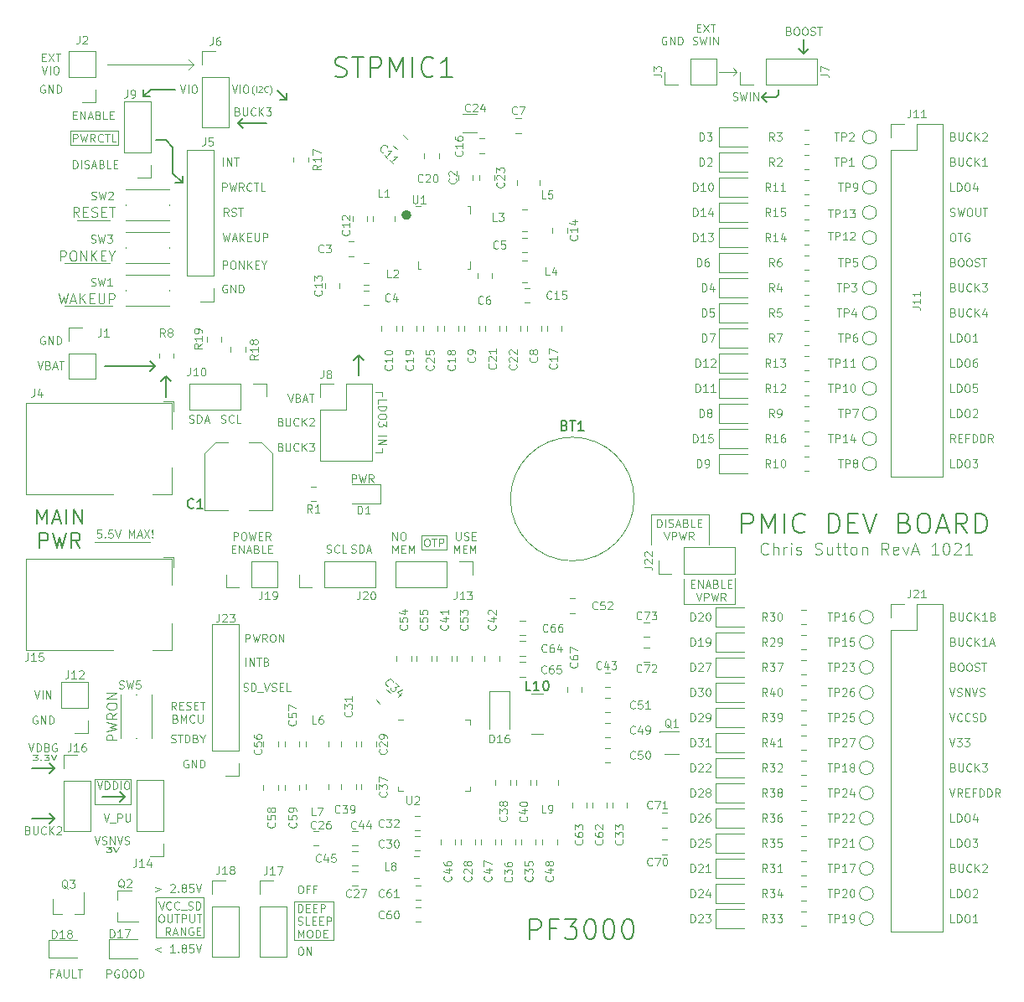
<source format=gbr>
%TF.GenerationSoftware,KiCad,Pcbnew,(5.1.8-0-10_14)*%
%TF.CreationDate,2021-03-09T19:09:17+00:00*%
%TF.ProjectId,STPMIC1_MC32PF3000_Board,5354504d-4943-4315-9f4d-433332504633,rev?*%
%TF.SameCoordinates,Original*%
%TF.FileFunction,Legend,Top*%
%TF.FilePolarity,Positive*%
%FSLAX46Y46*%
G04 Gerber Fmt 4.6, Leading zero omitted, Abs format (unit mm)*
G04 Created by KiCad (PCBNEW (5.1.8-0-10_14)) date 2021-03-09 19:09:17*
%MOMM*%
%LPD*%
G01*
G04 APERTURE LIST*
%ADD10C,0.200000*%
%ADD11C,0.100000*%
%ADD12C,0.150000*%
%ADD13C,0.120000*%
%ADD14C,0.500000*%
G04 APERTURE END LIST*
D10*
X132350523Y-134127761D02*
X132350523Y-132127761D01*
X133112428Y-132127761D01*
X133302904Y-132223000D01*
X133398142Y-132318238D01*
X133493380Y-132508714D01*
X133493380Y-132794428D01*
X133398142Y-132984904D01*
X133302904Y-133080142D01*
X133112428Y-133175380D01*
X132350523Y-133175380D01*
X135017190Y-133080142D02*
X134350523Y-133080142D01*
X134350523Y-134127761D02*
X134350523Y-132127761D01*
X135302904Y-132127761D01*
X135874333Y-132127761D02*
X137112428Y-132127761D01*
X136445761Y-132889666D01*
X136731476Y-132889666D01*
X136921952Y-132984904D01*
X137017190Y-133080142D01*
X137112428Y-133270619D01*
X137112428Y-133746809D01*
X137017190Y-133937285D01*
X136921952Y-134032523D01*
X136731476Y-134127761D01*
X136160047Y-134127761D01*
X135969571Y-134032523D01*
X135874333Y-133937285D01*
X138350523Y-132127761D02*
X138541000Y-132127761D01*
X138731476Y-132223000D01*
X138826714Y-132318238D01*
X138921952Y-132508714D01*
X139017190Y-132889666D01*
X139017190Y-133365857D01*
X138921952Y-133746809D01*
X138826714Y-133937285D01*
X138731476Y-134032523D01*
X138541000Y-134127761D01*
X138350523Y-134127761D01*
X138160047Y-134032523D01*
X138064809Y-133937285D01*
X137969571Y-133746809D01*
X137874333Y-133365857D01*
X137874333Y-132889666D01*
X137969571Y-132508714D01*
X138064809Y-132318238D01*
X138160047Y-132223000D01*
X138350523Y-132127761D01*
X140255285Y-132127761D02*
X140445761Y-132127761D01*
X140636238Y-132223000D01*
X140731476Y-132318238D01*
X140826714Y-132508714D01*
X140921952Y-132889666D01*
X140921952Y-133365857D01*
X140826714Y-133746809D01*
X140731476Y-133937285D01*
X140636238Y-134032523D01*
X140445761Y-134127761D01*
X140255285Y-134127761D01*
X140064809Y-134032523D01*
X139969571Y-133937285D01*
X139874333Y-133746809D01*
X139779095Y-133365857D01*
X139779095Y-132889666D01*
X139874333Y-132508714D01*
X139969571Y-132318238D01*
X140064809Y-132223000D01*
X140255285Y-132127761D01*
X142160047Y-132127761D02*
X142350523Y-132127761D01*
X142541000Y-132223000D01*
X142636238Y-132318238D01*
X142731476Y-132508714D01*
X142826714Y-132889666D01*
X142826714Y-133365857D01*
X142731476Y-133746809D01*
X142636238Y-133937285D01*
X142541000Y-134032523D01*
X142350523Y-134127761D01*
X142160047Y-134127761D01*
X141969571Y-134032523D01*
X141874333Y-133937285D01*
X141779095Y-133746809D01*
X141683857Y-133365857D01*
X141683857Y-132889666D01*
X141779095Y-132508714D01*
X141874333Y-132318238D01*
X141969571Y-132223000D01*
X142160047Y-132127761D01*
X112713238Y-46910523D02*
X112998952Y-47005761D01*
X113475142Y-47005761D01*
X113665619Y-46910523D01*
X113760857Y-46815285D01*
X113856095Y-46624809D01*
X113856095Y-46434333D01*
X113760857Y-46243857D01*
X113665619Y-46148619D01*
X113475142Y-46053380D01*
X113094190Y-45958142D01*
X112903714Y-45862904D01*
X112808476Y-45767666D01*
X112713238Y-45577190D01*
X112713238Y-45386714D01*
X112808476Y-45196238D01*
X112903714Y-45101000D01*
X113094190Y-45005761D01*
X113570380Y-45005761D01*
X113856095Y-45101000D01*
X114427523Y-45005761D02*
X115570380Y-45005761D01*
X114998952Y-47005761D02*
X114998952Y-45005761D01*
X116237047Y-47005761D02*
X116237047Y-45005761D01*
X116998952Y-45005761D01*
X117189428Y-45101000D01*
X117284666Y-45196238D01*
X117379904Y-45386714D01*
X117379904Y-45672428D01*
X117284666Y-45862904D01*
X117189428Y-45958142D01*
X116998952Y-46053380D01*
X116237047Y-46053380D01*
X118237047Y-47005761D02*
X118237047Y-45005761D01*
X118903714Y-46434333D01*
X119570380Y-45005761D01*
X119570380Y-47005761D01*
X120522761Y-47005761D02*
X120522761Y-45005761D01*
X122618000Y-46815285D02*
X122522761Y-46910523D01*
X122237047Y-47005761D01*
X122046571Y-47005761D01*
X121760857Y-46910523D01*
X121570380Y-46720047D01*
X121475142Y-46529571D01*
X121379904Y-46148619D01*
X121379904Y-45862904D01*
X121475142Y-45481952D01*
X121570380Y-45291476D01*
X121760857Y-45101000D01*
X122046571Y-45005761D01*
X122237047Y-45005761D01*
X122522761Y-45101000D01*
X122618000Y-45196238D01*
X124522761Y-47005761D02*
X123379904Y-47005761D01*
X123951333Y-47005761D02*
X123951333Y-45005761D01*
X123760857Y-45291476D01*
X123570380Y-45481952D01*
X123379904Y-45577190D01*
D11*
X156427142Y-95170571D02*
X156369999Y-95227714D01*
X156198571Y-95284857D01*
X156084285Y-95284857D01*
X155912857Y-95227714D01*
X155798571Y-95113428D01*
X155741428Y-94999142D01*
X155684285Y-94770571D01*
X155684285Y-94599142D01*
X155741428Y-94370571D01*
X155798571Y-94256285D01*
X155912857Y-94142000D01*
X156084285Y-94084857D01*
X156198571Y-94084857D01*
X156369999Y-94142000D01*
X156427142Y-94199142D01*
X156941428Y-95284857D02*
X156941428Y-94084857D01*
X157455714Y-95284857D02*
X157455714Y-94656285D01*
X157398571Y-94542000D01*
X157284285Y-94484857D01*
X157112857Y-94484857D01*
X156998571Y-94542000D01*
X156941428Y-94599142D01*
X158027142Y-95284857D02*
X158027142Y-94484857D01*
X158027142Y-94713428D02*
X158084285Y-94599142D01*
X158141428Y-94542000D01*
X158255714Y-94484857D01*
X158369999Y-94484857D01*
X158769999Y-95284857D02*
X158769999Y-94484857D01*
X158769999Y-94084857D02*
X158712857Y-94142000D01*
X158769999Y-94199142D01*
X158827142Y-94142000D01*
X158769999Y-94084857D01*
X158769999Y-94199142D01*
X159284285Y-95227714D02*
X159398571Y-95284857D01*
X159627142Y-95284857D01*
X159741428Y-95227714D01*
X159798571Y-95113428D01*
X159798571Y-95056285D01*
X159741428Y-94942000D01*
X159627142Y-94884857D01*
X159455714Y-94884857D01*
X159341428Y-94827714D01*
X159284285Y-94713428D01*
X159284285Y-94656285D01*
X159341428Y-94542000D01*
X159455714Y-94484857D01*
X159627142Y-94484857D01*
X159741428Y-94542000D01*
X161169999Y-95227714D02*
X161341428Y-95284857D01*
X161627142Y-95284857D01*
X161741428Y-95227714D01*
X161798571Y-95170571D01*
X161855714Y-95056285D01*
X161855714Y-94942000D01*
X161798571Y-94827714D01*
X161741428Y-94770571D01*
X161627142Y-94713428D01*
X161398571Y-94656285D01*
X161284285Y-94599142D01*
X161227142Y-94542000D01*
X161169999Y-94427714D01*
X161169999Y-94313428D01*
X161227142Y-94199142D01*
X161284285Y-94142000D01*
X161398571Y-94084857D01*
X161684285Y-94084857D01*
X161855714Y-94142000D01*
X162884285Y-94484857D02*
X162884285Y-95284857D01*
X162369999Y-94484857D02*
X162369999Y-95113428D01*
X162427142Y-95227714D01*
X162541428Y-95284857D01*
X162712857Y-95284857D01*
X162827142Y-95227714D01*
X162884285Y-95170571D01*
X163284285Y-94484857D02*
X163741428Y-94484857D01*
X163455714Y-94084857D02*
X163455714Y-95113428D01*
X163512857Y-95227714D01*
X163627142Y-95284857D01*
X163741428Y-95284857D01*
X163969999Y-94484857D02*
X164427142Y-94484857D01*
X164141428Y-94084857D02*
X164141428Y-95113428D01*
X164198571Y-95227714D01*
X164312857Y-95284857D01*
X164427142Y-95284857D01*
X164998571Y-95284857D02*
X164884285Y-95227714D01*
X164827142Y-95170571D01*
X164769999Y-95056285D01*
X164769999Y-94713428D01*
X164827142Y-94599142D01*
X164884285Y-94542000D01*
X164998571Y-94484857D01*
X165169999Y-94484857D01*
X165284285Y-94542000D01*
X165341428Y-94599142D01*
X165398571Y-94713428D01*
X165398571Y-95056285D01*
X165341428Y-95170571D01*
X165284285Y-95227714D01*
X165169999Y-95284857D01*
X164998571Y-95284857D01*
X165912857Y-94484857D02*
X165912857Y-95284857D01*
X165912857Y-94599142D02*
X165969999Y-94542000D01*
X166084285Y-94484857D01*
X166255714Y-94484857D01*
X166369999Y-94542000D01*
X166427142Y-94656285D01*
X166427142Y-95284857D01*
X168598571Y-95284857D02*
X168198571Y-94713428D01*
X167912857Y-95284857D02*
X167912857Y-94084857D01*
X168369999Y-94084857D01*
X168484285Y-94142000D01*
X168541428Y-94199142D01*
X168598571Y-94313428D01*
X168598571Y-94484857D01*
X168541428Y-94599142D01*
X168484285Y-94656285D01*
X168369999Y-94713428D01*
X167912857Y-94713428D01*
X169569999Y-95227714D02*
X169455714Y-95284857D01*
X169227142Y-95284857D01*
X169112857Y-95227714D01*
X169055714Y-95113428D01*
X169055714Y-94656285D01*
X169112857Y-94542000D01*
X169227142Y-94484857D01*
X169455714Y-94484857D01*
X169569999Y-94542000D01*
X169627142Y-94656285D01*
X169627142Y-94770571D01*
X169055714Y-94884857D01*
X170027142Y-94484857D02*
X170312857Y-95284857D01*
X170598571Y-94484857D01*
X170998571Y-94942000D02*
X171569999Y-94942000D01*
X170884285Y-95284857D02*
X171284285Y-94084857D01*
X171684285Y-95284857D01*
X173627142Y-95284857D02*
X172941428Y-95284857D01*
X173284285Y-95284857D02*
X173284285Y-94084857D01*
X173170000Y-94256285D01*
X173055714Y-94370571D01*
X172941428Y-94427714D01*
X174369999Y-94084857D02*
X174484285Y-94084857D01*
X174598571Y-94142000D01*
X174655714Y-94199142D01*
X174712857Y-94313428D01*
X174769999Y-94542000D01*
X174769999Y-94827714D01*
X174712857Y-95056285D01*
X174655714Y-95170571D01*
X174598571Y-95227714D01*
X174484285Y-95284857D01*
X174369999Y-95284857D01*
X174255714Y-95227714D01*
X174198571Y-95170571D01*
X174141428Y-95056285D01*
X174084285Y-94827714D01*
X174084285Y-94542000D01*
X174141428Y-94313428D01*
X174198571Y-94199142D01*
X174255714Y-94142000D01*
X174369999Y-94084857D01*
X175227142Y-94199142D02*
X175284285Y-94142000D01*
X175398571Y-94084857D01*
X175684285Y-94084857D01*
X175798571Y-94142000D01*
X175855714Y-94199142D01*
X175912857Y-94313428D01*
X175912857Y-94427714D01*
X175855714Y-94599142D01*
X175169999Y-95284857D01*
X175912857Y-95284857D01*
X177055714Y-95284857D02*
X176369999Y-95284857D01*
X176712857Y-95284857D02*
X176712857Y-94084857D01*
X176598571Y-94256285D01*
X176484285Y-94370571D01*
X176369999Y-94427714D01*
D10*
X153782666Y-93106761D02*
X153782666Y-91106761D01*
X154544571Y-91106761D01*
X154735047Y-91202000D01*
X154830285Y-91297238D01*
X154925523Y-91487714D01*
X154925523Y-91773428D01*
X154830285Y-91963904D01*
X154735047Y-92059142D01*
X154544571Y-92154380D01*
X153782666Y-92154380D01*
X155782666Y-93106761D02*
X155782666Y-91106761D01*
X156449333Y-92535333D01*
X157116000Y-91106761D01*
X157116000Y-93106761D01*
X158068380Y-93106761D02*
X158068380Y-91106761D01*
X160163619Y-92916285D02*
X160068380Y-93011523D01*
X159782666Y-93106761D01*
X159592190Y-93106761D01*
X159306476Y-93011523D01*
X159116000Y-92821047D01*
X159020761Y-92630571D01*
X158925523Y-92249619D01*
X158925523Y-91963904D01*
X159020761Y-91582952D01*
X159116000Y-91392476D01*
X159306476Y-91202000D01*
X159592190Y-91106761D01*
X159782666Y-91106761D01*
X160068380Y-91202000D01*
X160163619Y-91297238D01*
X162544571Y-93106761D02*
X162544571Y-91106761D01*
X163020761Y-91106761D01*
X163306476Y-91202000D01*
X163496952Y-91392476D01*
X163592190Y-91582952D01*
X163687428Y-91963904D01*
X163687428Y-92249619D01*
X163592190Y-92630571D01*
X163496952Y-92821047D01*
X163306476Y-93011523D01*
X163020761Y-93106761D01*
X162544571Y-93106761D01*
X164544571Y-92059142D02*
X165211238Y-92059142D01*
X165496952Y-93106761D02*
X164544571Y-93106761D01*
X164544571Y-91106761D01*
X165496952Y-91106761D01*
X166068380Y-91106761D02*
X166735047Y-93106761D01*
X167401714Y-91106761D01*
X170258857Y-92059142D02*
X170544571Y-92154380D01*
X170639809Y-92249619D01*
X170735047Y-92440095D01*
X170735047Y-92725809D01*
X170639809Y-92916285D01*
X170544571Y-93011523D01*
X170354095Y-93106761D01*
X169592190Y-93106761D01*
X169592190Y-91106761D01*
X170258857Y-91106761D01*
X170449333Y-91202000D01*
X170544571Y-91297238D01*
X170639809Y-91487714D01*
X170639809Y-91678190D01*
X170544571Y-91868666D01*
X170449333Y-91963904D01*
X170258857Y-92059142D01*
X169592190Y-92059142D01*
X171973142Y-91106761D02*
X172354095Y-91106761D01*
X172544571Y-91202000D01*
X172735047Y-91392476D01*
X172830285Y-91773428D01*
X172830285Y-92440095D01*
X172735047Y-92821047D01*
X172544571Y-93011523D01*
X172354095Y-93106761D01*
X171973142Y-93106761D01*
X171782666Y-93011523D01*
X171592190Y-92821047D01*
X171496952Y-92440095D01*
X171496952Y-91773428D01*
X171592190Y-91392476D01*
X171782666Y-91202000D01*
X171973142Y-91106761D01*
X173592190Y-92535333D02*
X174544571Y-92535333D01*
X173401714Y-93106761D02*
X174068380Y-91106761D01*
X174735047Y-93106761D01*
X176544571Y-93106761D02*
X175877904Y-92154380D01*
X175401714Y-93106761D02*
X175401714Y-91106761D01*
X176163619Y-91106761D01*
X176354095Y-91202000D01*
X176449333Y-91297238D01*
X176544571Y-91487714D01*
X176544571Y-91773428D01*
X176449333Y-91963904D01*
X176354095Y-92059142D01*
X176163619Y-92154380D01*
X175401714Y-92154380D01*
X177401714Y-93106761D02*
X177401714Y-91106761D01*
X177877904Y-91106761D01*
X178163619Y-91202000D01*
X178354095Y-91392476D01*
X178449333Y-91582952D01*
X178544571Y-91963904D01*
X178544571Y-92249619D01*
X178449333Y-92630571D01*
X178354095Y-92821047D01*
X178163619Y-93011523D01*
X177877904Y-93106761D01*
X177401714Y-93106761D01*
D11*
X104468714Y-48760000D02*
X104440142Y-48731428D01*
X104383000Y-48645714D01*
X104354428Y-48588571D01*
X104325857Y-48502857D01*
X104297285Y-48360000D01*
X104297285Y-48245714D01*
X104325857Y-48102857D01*
X104354428Y-48017142D01*
X104383000Y-47960000D01*
X104440142Y-47874285D01*
X104468714Y-47845714D01*
X104697285Y-48531428D02*
X104697285Y-47931428D01*
X104954428Y-47988571D02*
X104983000Y-47960000D01*
X105040142Y-47931428D01*
X105183000Y-47931428D01*
X105240142Y-47960000D01*
X105268714Y-47988571D01*
X105297285Y-48045714D01*
X105297285Y-48102857D01*
X105268714Y-48188571D01*
X104925857Y-48531428D01*
X105297285Y-48531428D01*
X105897285Y-48474285D02*
X105868714Y-48502857D01*
X105783000Y-48531428D01*
X105725857Y-48531428D01*
X105640142Y-48502857D01*
X105583000Y-48445714D01*
X105554428Y-48388571D01*
X105525857Y-48274285D01*
X105525857Y-48188571D01*
X105554428Y-48074285D01*
X105583000Y-48017142D01*
X105640142Y-47960000D01*
X105725857Y-47931428D01*
X105783000Y-47931428D01*
X105868714Y-47960000D01*
X105897285Y-47988571D01*
X106097285Y-48760000D02*
X106125857Y-48731428D01*
X106183000Y-48645714D01*
X106211571Y-48588571D01*
X106240142Y-48502857D01*
X106268714Y-48360000D01*
X106268714Y-48245714D01*
X106240142Y-48102857D01*
X106211571Y-48017142D01*
X106183000Y-47960000D01*
X106125857Y-47874285D01*
X106097285Y-47845714D01*
X114376333Y-87991904D02*
X114376333Y-87191904D01*
X114681095Y-87191904D01*
X114757285Y-87230000D01*
X114795380Y-87268095D01*
X114833476Y-87344285D01*
X114833476Y-87458571D01*
X114795380Y-87534761D01*
X114757285Y-87572857D01*
X114681095Y-87610952D01*
X114376333Y-87610952D01*
X115100142Y-87191904D02*
X115290619Y-87991904D01*
X115443000Y-87420476D01*
X115595380Y-87991904D01*
X115785857Y-87191904D01*
X116547761Y-87991904D02*
X116281095Y-87610952D01*
X116090619Y-87991904D02*
X116090619Y-87191904D01*
X116395380Y-87191904D01*
X116471571Y-87230000D01*
X116509666Y-87268095D01*
X116547761Y-87344285D01*
X116547761Y-87458571D01*
X116509666Y-87534761D01*
X116471571Y-87572857D01*
X116395380Y-87610952D01*
X116090619Y-87610952D01*
X123952000Y-93345000D02*
X121412000Y-93345000D01*
X123952000Y-94742000D02*
X123952000Y-93345000D01*
X121412000Y-94742000D02*
X123952000Y-94742000D01*
X121412000Y-93345000D02*
X121412000Y-94742000D01*
X88392000Y-120523000D02*
X88392000Y-117983000D01*
X92075000Y-120523000D02*
X88392000Y-120523000D01*
X92075000Y-117983000D02*
X92075000Y-120523000D01*
X88392000Y-117983000D02*
X92075000Y-117983000D01*
X112522000Y-130302000D02*
X108585000Y-130302000D01*
X112522000Y-134239000D02*
X112522000Y-130302000D01*
X108585000Y-134239000D02*
X112522000Y-134239000D01*
X108585000Y-130302000D02*
X108585000Y-134239000D01*
X94615000Y-133985000D02*
X94615000Y-129921000D01*
X99441000Y-133985000D02*
X94615000Y-133985000D01*
X99441000Y-129921000D02*
X99441000Y-133985000D01*
X99314000Y-129921000D02*
X99441000Y-129921000D01*
X94615000Y-129921000D02*
X99314000Y-129921000D01*
X97815476Y-116059000D02*
X97739285Y-116020904D01*
X97625000Y-116020904D01*
X97510714Y-116059000D01*
X97434523Y-116135190D01*
X97396428Y-116211380D01*
X97358333Y-116363761D01*
X97358333Y-116478047D01*
X97396428Y-116630428D01*
X97434523Y-116706619D01*
X97510714Y-116782809D01*
X97625000Y-116820904D01*
X97701190Y-116820904D01*
X97815476Y-116782809D01*
X97853571Y-116744714D01*
X97853571Y-116478047D01*
X97701190Y-116478047D01*
X98196428Y-116820904D02*
X98196428Y-116020904D01*
X98653571Y-116820904D01*
X98653571Y-116020904D01*
X99034523Y-116820904D02*
X99034523Y-116020904D01*
X99225000Y-116020904D01*
X99339285Y-116059000D01*
X99415476Y-116135190D01*
X99453571Y-116211380D01*
X99491666Y-116363761D01*
X99491666Y-116478047D01*
X99453571Y-116630428D01*
X99415476Y-116706619D01*
X99339285Y-116782809D01*
X99225000Y-116820904D01*
X99034523Y-116820904D01*
X103632238Y-104120904D02*
X103632238Y-103320904D01*
X103937000Y-103320904D01*
X104013190Y-103359000D01*
X104051285Y-103397095D01*
X104089380Y-103473285D01*
X104089380Y-103587571D01*
X104051285Y-103663761D01*
X104013190Y-103701857D01*
X103937000Y-103739952D01*
X103632238Y-103739952D01*
X104356047Y-103320904D02*
X104546523Y-104120904D01*
X104698904Y-103549476D01*
X104851285Y-104120904D01*
X105041761Y-103320904D01*
X105803666Y-104120904D02*
X105537000Y-103739952D01*
X105346523Y-104120904D02*
X105346523Y-103320904D01*
X105651285Y-103320904D01*
X105727476Y-103359000D01*
X105765571Y-103397095D01*
X105803666Y-103473285D01*
X105803666Y-103587571D01*
X105765571Y-103663761D01*
X105727476Y-103701857D01*
X105651285Y-103739952D01*
X105346523Y-103739952D01*
X106298904Y-103320904D02*
X106451285Y-103320904D01*
X106527476Y-103359000D01*
X106603666Y-103435190D01*
X106641761Y-103587571D01*
X106641761Y-103854238D01*
X106603666Y-104006619D01*
X106527476Y-104082809D01*
X106451285Y-104120904D01*
X106298904Y-104120904D01*
X106222714Y-104082809D01*
X106146523Y-104006619D01*
X106108428Y-103854238D01*
X106108428Y-103587571D01*
X106146523Y-103435190D01*
X106222714Y-103359000D01*
X106298904Y-103320904D01*
X106984619Y-104120904D02*
X106984619Y-103320904D01*
X107441761Y-104120904D01*
X107441761Y-103320904D01*
D12*
X91440000Y-119761000D02*
X90932000Y-119253000D01*
X91440000Y-119761000D02*
X90932000Y-120269000D01*
X89154000Y-119761000D02*
X91440000Y-119761000D01*
X84328000Y-116840000D02*
X83820000Y-117348000D01*
X84328000Y-116840000D02*
X83820000Y-116332000D01*
X82042000Y-116840000D02*
X84328000Y-116840000D01*
X84328000Y-121920000D02*
X83820000Y-122428000D01*
X84328000Y-121920000D02*
X83820000Y-121412000D01*
X82042000Y-121920000D02*
X84328000Y-121920000D01*
D11*
X85979000Y-53848000D02*
X90805000Y-53848000D01*
X85979000Y-52451000D02*
X85979000Y-53848000D01*
X90805000Y-52451000D02*
X85979000Y-52451000D01*
X90805000Y-53848000D02*
X90805000Y-52451000D01*
X86234476Y-56241904D02*
X86234476Y-55441904D01*
X86424952Y-55441904D01*
X86539238Y-55480000D01*
X86615428Y-55556190D01*
X86653523Y-55632380D01*
X86691619Y-55784761D01*
X86691619Y-55899047D01*
X86653523Y-56051428D01*
X86615428Y-56127619D01*
X86539238Y-56203809D01*
X86424952Y-56241904D01*
X86234476Y-56241904D01*
X87034476Y-56241904D02*
X87034476Y-55441904D01*
X87377333Y-56203809D02*
X87491619Y-56241904D01*
X87682095Y-56241904D01*
X87758285Y-56203809D01*
X87796380Y-56165714D01*
X87834476Y-56089523D01*
X87834476Y-56013333D01*
X87796380Y-55937142D01*
X87758285Y-55899047D01*
X87682095Y-55860952D01*
X87529714Y-55822857D01*
X87453523Y-55784761D01*
X87415428Y-55746666D01*
X87377333Y-55670476D01*
X87377333Y-55594285D01*
X87415428Y-55518095D01*
X87453523Y-55480000D01*
X87529714Y-55441904D01*
X87720190Y-55441904D01*
X87834476Y-55480000D01*
X88139238Y-56013333D02*
X88520190Y-56013333D01*
X88063047Y-56241904D02*
X88329714Y-55441904D01*
X88596380Y-56241904D01*
X89129714Y-55822857D02*
X89244000Y-55860952D01*
X89282095Y-55899047D01*
X89320190Y-55975238D01*
X89320190Y-56089523D01*
X89282095Y-56165714D01*
X89244000Y-56203809D01*
X89167809Y-56241904D01*
X88863047Y-56241904D01*
X88863047Y-55441904D01*
X89129714Y-55441904D01*
X89205904Y-55480000D01*
X89244000Y-55518095D01*
X89282095Y-55594285D01*
X89282095Y-55670476D01*
X89244000Y-55746666D01*
X89205904Y-55784761D01*
X89129714Y-55822857D01*
X88863047Y-55822857D01*
X90044000Y-56241904D02*
X89663047Y-56241904D01*
X89663047Y-55441904D01*
X90310666Y-55822857D02*
X90577333Y-55822857D01*
X90691619Y-56241904D02*
X90310666Y-56241904D01*
X90310666Y-55441904D01*
X90691619Y-55441904D01*
X86234476Y-50869857D02*
X86501142Y-50869857D01*
X86615428Y-51288904D02*
X86234476Y-51288904D01*
X86234476Y-50488904D01*
X86615428Y-50488904D01*
X86958285Y-51288904D02*
X86958285Y-50488904D01*
X87415428Y-51288904D01*
X87415428Y-50488904D01*
X87758285Y-51060333D02*
X88139238Y-51060333D01*
X87682095Y-51288904D02*
X87948761Y-50488904D01*
X88215428Y-51288904D01*
X88748761Y-50869857D02*
X88863047Y-50907952D01*
X88901142Y-50946047D01*
X88939238Y-51022238D01*
X88939238Y-51136523D01*
X88901142Y-51212714D01*
X88863047Y-51250809D01*
X88786857Y-51288904D01*
X88482095Y-51288904D01*
X88482095Y-50488904D01*
X88748761Y-50488904D01*
X88824952Y-50527000D01*
X88863047Y-50565095D01*
X88901142Y-50641285D01*
X88901142Y-50717476D01*
X88863047Y-50793666D01*
X88824952Y-50831761D01*
X88748761Y-50869857D01*
X88482095Y-50869857D01*
X89663047Y-51288904D02*
X89282095Y-51288904D01*
X89282095Y-50488904D01*
X89929714Y-50869857D02*
X90196380Y-50869857D01*
X90310666Y-51288904D02*
X89929714Y-51288904D01*
X89929714Y-50488904D01*
X90310666Y-50488904D01*
D12*
X95631000Y-77216000D02*
X96139000Y-77724000D01*
X95631000Y-77216000D02*
X95123000Y-77724000D01*
X95631000Y-79375000D02*
X95631000Y-77216000D01*
X94488000Y-76200000D02*
X93980000Y-76708000D01*
X94488000Y-76200000D02*
X93980000Y-75692000D01*
X89408000Y-76200000D02*
X94488000Y-76200000D01*
X157480000Y-48768000D02*
X157480000Y-48260000D01*
X157226000Y-49022000D02*
X157480000Y-48768000D01*
X155829000Y-49022000D02*
X156337000Y-48514000D01*
X155829000Y-49022000D02*
X156337000Y-49530000D01*
X157226000Y-49022000D02*
X155829000Y-49022000D01*
X160020000Y-44640500D02*
X159512000Y-44132500D01*
X160020000Y-44640500D02*
X160528000Y-44132500D01*
X160020000Y-43180000D02*
X160020000Y-44577000D01*
D11*
X117411500Y-84963000D02*
X116776500Y-84963000D01*
X117411500Y-84518500D02*
X117411500Y-84963000D01*
X117411500Y-78867000D02*
X116776500Y-78867000D01*
X117411500Y-79248000D02*
X117411500Y-78867000D01*
D12*
X115062000Y-75120500D02*
X114554000Y-75628500D01*
X115062000Y-77152500D02*
X115062000Y-75120500D01*
X115062000Y-75120500D02*
X115570000Y-75628500D01*
D11*
X117049595Y-80011428D02*
X117049595Y-79630476D01*
X117849595Y-79630476D01*
X117049595Y-80278095D02*
X117849595Y-80278095D01*
X117849595Y-80468571D01*
X117811500Y-80582857D01*
X117735309Y-80659047D01*
X117659119Y-80697142D01*
X117506738Y-80735238D01*
X117392452Y-80735238D01*
X117240071Y-80697142D01*
X117163880Y-80659047D01*
X117087690Y-80582857D01*
X117049595Y-80468571D01*
X117049595Y-80278095D01*
X117849595Y-81230476D02*
X117849595Y-81382857D01*
X117811500Y-81459047D01*
X117735309Y-81535238D01*
X117582928Y-81573333D01*
X117316261Y-81573333D01*
X117163880Y-81535238D01*
X117087690Y-81459047D01*
X117049595Y-81382857D01*
X117049595Y-81230476D01*
X117087690Y-81154285D01*
X117163880Y-81078095D01*
X117316261Y-81040000D01*
X117582928Y-81040000D01*
X117735309Y-81078095D01*
X117811500Y-81154285D01*
X117849595Y-81230476D01*
X117849595Y-81840000D02*
X117849595Y-82335238D01*
X117544833Y-82068571D01*
X117544833Y-82182857D01*
X117506738Y-82259047D01*
X117468642Y-82297142D01*
X117392452Y-82335238D01*
X117201976Y-82335238D01*
X117125785Y-82297142D01*
X117087690Y-82259047D01*
X117049595Y-82182857D01*
X117049595Y-81954285D01*
X117087690Y-81878095D01*
X117125785Y-81840000D01*
X117049595Y-83287619D02*
X117849595Y-83287619D01*
X117049595Y-83668571D02*
X117849595Y-83668571D01*
X117049595Y-84125714D01*
X117849595Y-84125714D01*
D12*
X95631000Y-53340000D02*
X94615000Y-53340000D01*
X96266000Y-54102000D02*
X95631000Y-53340000D01*
X96280086Y-56719586D02*
X96266000Y-54102000D01*
X97267914Y-57707414D02*
X97267914Y-56988994D01*
X96280086Y-56719586D02*
X97267914Y-57707414D01*
X97267914Y-57707414D02*
X96549494Y-57707414D01*
X94107000Y-48260000D02*
X96520000Y-48260000D01*
X93295586Y-49007914D02*
X94014006Y-49007914D01*
X93295586Y-49007914D02*
X93295586Y-48289494D01*
X94107000Y-48260000D02*
X93295586Y-49007914D01*
X105791000Y-51689000D02*
X102870000Y-51689000D01*
X102870000Y-51689000D02*
X103378000Y-52197000D01*
X102870000Y-51689000D02*
X103378000Y-51181000D01*
X106821086Y-48337586D02*
X107808914Y-49325414D01*
X107808914Y-49325414D02*
X107808914Y-48606994D01*
X107808914Y-49325414D02*
X107090494Y-49325414D01*
D11*
X153098500Y-100266500D02*
X153098500Y-97663000D01*
X147955000Y-100266500D02*
X153098500Y-100266500D01*
X147955000Y-97726500D02*
X147955000Y-100266500D01*
X144653000Y-91186000D02*
X144653000Y-94234000D01*
X150495000Y-91186000D02*
X144653000Y-91186000D01*
X150495000Y-94234000D02*
X150495000Y-91186000D01*
X82131047Y-115550190D02*
X82626285Y-115550190D01*
X82359619Y-115740666D01*
X82473904Y-115740666D01*
X82550095Y-115764476D01*
X82588190Y-115788285D01*
X82626285Y-115835904D01*
X82626285Y-115954952D01*
X82588190Y-116002571D01*
X82550095Y-116026380D01*
X82473904Y-116050190D01*
X82245333Y-116050190D01*
X82169142Y-116026380D01*
X82131047Y-116002571D01*
X82969142Y-116002571D02*
X83007238Y-116026380D01*
X82969142Y-116050190D01*
X82931047Y-116026380D01*
X82969142Y-116002571D01*
X82969142Y-116050190D01*
X83273904Y-115550190D02*
X83769142Y-115550190D01*
X83502476Y-115740666D01*
X83616761Y-115740666D01*
X83692952Y-115764476D01*
X83731047Y-115788285D01*
X83769142Y-115835904D01*
X83769142Y-115954952D01*
X83731047Y-116002571D01*
X83692952Y-116026380D01*
X83616761Y-116050190D01*
X83388190Y-116050190D01*
X83312000Y-116026380D01*
X83273904Y-116002571D01*
X83997714Y-115550190D02*
X84264380Y-116050190D01*
X84531047Y-115550190D01*
X124928666Y-93018904D02*
X124928666Y-93666523D01*
X124966761Y-93742714D01*
X125004857Y-93780809D01*
X125081047Y-93818904D01*
X125233428Y-93818904D01*
X125309619Y-93780809D01*
X125347714Y-93742714D01*
X125385809Y-93666523D01*
X125385809Y-93018904D01*
X125728666Y-93780809D02*
X125842952Y-93818904D01*
X126033428Y-93818904D01*
X126109619Y-93780809D01*
X126147714Y-93742714D01*
X126185809Y-93666523D01*
X126185809Y-93590333D01*
X126147714Y-93514142D01*
X126109619Y-93476047D01*
X126033428Y-93437952D01*
X125881047Y-93399857D01*
X125804857Y-93361761D01*
X125766761Y-93323666D01*
X125728666Y-93247476D01*
X125728666Y-93171285D01*
X125766761Y-93095095D01*
X125804857Y-93057000D01*
X125881047Y-93018904D01*
X126071523Y-93018904D01*
X126185809Y-93057000D01*
X126528666Y-93399857D02*
X126795333Y-93399857D01*
X126909619Y-93818904D02*
X126528666Y-93818904D01*
X126528666Y-93018904D01*
X126909619Y-93018904D01*
X124700095Y-95118904D02*
X124700095Y-94318904D01*
X124966761Y-94890333D01*
X125233428Y-94318904D01*
X125233428Y-95118904D01*
X125614380Y-94699857D02*
X125881047Y-94699857D01*
X125995333Y-95118904D02*
X125614380Y-95118904D01*
X125614380Y-94318904D01*
X125995333Y-94318904D01*
X126338190Y-95118904D02*
X126338190Y-94318904D01*
X126604857Y-94890333D01*
X126871523Y-94318904D01*
X126871523Y-95118904D01*
X84194809Y-137610857D02*
X83928142Y-137610857D01*
X83928142Y-138029904D02*
X83928142Y-137229904D01*
X84309095Y-137229904D01*
X84575761Y-137801333D02*
X84956714Y-137801333D01*
X84499571Y-138029904D02*
X84766238Y-137229904D01*
X85032904Y-138029904D01*
X85299571Y-137229904D02*
X85299571Y-137877523D01*
X85337666Y-137953714D01*
X85375761Y-137991809D01*
X85451952Y-138029904D01*
X85604333Y-138029904D01*
X85680523Y-137991809D01*
X85718619Y-137953714D01*
X85756714Y-137877523D01*
X85756714Y-137229904D01*
X86518619Y-138029904D02*
X86137666Y-138029904D01*
X86137666Y-137229904D01*
X86671000Y-137229904D02*
X87128142Y-137229904D01*
X86899571Y-138029904D02*
X86899571Y-137229904D01*
X89592380Y-138029904D02*
X89592380Y-137229904D01*
X89897142Y-137229904D01*
X89973333Y-137268000D01*
X90011428Y-137306095D01*
X90049523Y-137382285D01*
X90049523Y-137496571D01*
X90011428Y-137572761D01*
X89973333Y-137610857D01*
X89897142Y-137648952D01*
X89592380Y-137648952D01*
X90811428Y-137268000D02*
X90735238Y-137229904D01*
X90620952Y-137229904D01*
X90506666Y-137268000D01*
X90430476Y-137344190D01*
X90392380Y-137420380D01*
X90354285Y-137572761D01*
X90354285Y-137687047D01*
X90392380Y-137839428D01*
X90430476Y-137915619D01*
X90506666Y-137991809D01*
X90620952Y-138029904D01*
X90697142Y-138029904D01*
X90811428Y-137991809D01*
X90849523Y-137953714D01*
X90849523Y-137687047D01*
X90697142Y-137687047D01*
X91344761Y-137229904D02*
X91497142Y-137229904D01*
X91573333Y-137268000D01*
X91649523Y-137344190D01*
X91687619Y-137496571D01*
X91687619Y-137763238D01*
X91649523Y-137915619D01*
X91573333Y-137991809D01*
X91497142Y-138029904D01*
X91344761Y-138029904D01*
X91268571Y-137991809D01*
X91192380Y-137915619D01*
X91154285Y-137763238D01*
X91154285Y-137496571D01*
X91192380Y-137344190D01*
X91268571Y-137268000D01*
X91344761Y-137229904D01*
X92182857Y-137229904D02*
X92335238Y-137229904D01*
X92411428Y-137268000D01*
X92487619Y-137344190D01*
X92525714Y-137496571D01*
X92525714Y-137763238D01*
X92487619Y-137915619D01*
X92411428Y-137991809D01*
X92335238Y-138029904D01*
X92182857Y-138029904D01*
X92106666Y-137991809D01*
X92030476Y-137915619D01*
X91992380Y-137763238D01*
X91992380Y-137496571D01*
X92030476Y-137344190D01*
X92106666Y-137268000D01*
X92182857Y-137229904D01*
X92868571Y-138029904D02*
X92868571Y-137229904D01*
X93059047Y-137229904D01*
X93173333Y-137268000D01*
X93249523Y-137344190D01*
X93287619Y-137420380D01*
X93325714Y-137572761D01*
X93325714Y-137687047D01*
X93287619Y-137839428D01*
X93249523Y-137915619D01*
X93173333Y-137991809D01*
X93059047Y-138029904D01*
X92868571Y-138029904D01*
X94487095Y-128860571D02*
X95096619Y-129089142D01*
X94487095Y-129317714D01*
X96049000Y-128670095D02*
X96087095Y-128632000D01*
X96163285Y-128593904D01*
X96353761Y-128593904D01*
X96429952Y-128632000D01*
X96468047Y-128670095D01*
X96506142Y-128746285D01*
X96506142Y-128822476D01*
X96468047Y-128936761D01*
X96010904Y-129393904D01*
X96506142Y-129393904D01*
X96849000Y-129317714D02*
X96887095Y-129355809D01*
X96849000Y-129393904D01*
X96810904Y-129355809D01*
X96849000Y-129317714D01*
X96849000Y-129393904D01*
X97344238Y-128936761D02*
X97268047Y-128898666D01*
X97229952Y-128860571D01*
X97191857Y-128784380D01*
X97191857Y-128746285D01*
X97229952Y-128670095D01*
X97268047Y-128632000D01*
X97344238Y-128593904D01*
X97496619Y-128593904D01*
X97572809Y-128632000D01*
X97610904Y-128670095D01*
X97649000Y-128746285D01*
X97649000Y-128784380D01*
X97610904Y-128860571D01*
X97572809Y-128898666D01*
X97496619Y-128936761D01*
X97344238Y-128936761D01*
X97268047Y-128974857D01*
X97229952Y-129012952D01*
X97191857Y-129089142D01*
X97191857Y-129241523D01*
X97229952Y-129317714D01*
X97268047Y-129355809D01*
X97344238Y-129393904D01*
X97496619Y-129393904D01*
X97572809Y-129355809D01*
X97610904Y-129317714D01*
X97649000Y-129241523D01*
X97649000Y-129089142D01*
X97610904Y-129012952D01*
X97572809Y-128974857D01*
X97496619Y-128936761D01*
X98372809Y-128593904D02*
X97991857Y-128593904D01*
X97953761Y-128974857D01*
X97991857Y-128936761D01*
X98068047Y-128898666D01*
X98258523Y-128898666D01*
X98334714Y-128936761D01*
X98372809Y-128974857D01*
X98410904Y-129051047D01*
X98410904Y-129241523D01*
X98372809Y-129317714D01*
X98334714Y-129355809D01*
X98258523Y-129393904D01*
X98068047Y-129393904D01*
X97991857Y-129355809D01*
X97953761Y-129317714D01*
X98639476Y-128593904D02*
X98906142Y-129393904D01*
X99172809Y-128593904D01*
X109119857Y-128720904D02*
X109272238Y-128720904D01*
X109348428Y-128759000D01*
X109424619Y-128835190D01*
X109462714Y-128987571D01*
X109462714Y-129254238D01*
X109424619Y-129406619D01*
X109348428Y-129482809D01*
X109272238Y-129520904D01*
X109119857Y-129520904D01*
X109043666Y-129482809D01*
X108967476Y-129406619D01*
X108929380Y-129254238D01*
X108929380Y-128987571D01*
X108967476Y-128835190D01*
X109043666Y-128759000D01*
X109119857Y-128720904D01*
X110072238Y-129101857D02*
X109805571Y-129101857D01*
X109805571Y-129520904D02*
X109805571Y-128720904D01*
X110186523Y-128720904D01*
X110757952Y-129101857D02*
X110491285Y-129101857D01*
X110491285Y-129520904D02*
X110491285Y-128720904D01*
X110872238Y-128720904D01*
X109119857Y-134943904D02*
X109272238Y-134943904D01*
X109348428Y-134982000D01*
X109424619Y-135058190D01*
X109462714Y-135210571D01*
X109462714Y-135477238D01*
X109424619Y-135629619D01*
X109348428Y-135705809D01*
X109272238Y-135743904D01*
X109119857Y-135743904D01*
X109043666Y-135705809D01*
X108967476Y-135629619D01*
X108929380Y-135477238D01*
X108929380Y-135210571D01*
X108967476Y-135058190D01*
X109043666Y-134982000D01*
X109119857Y-134943904D01*
X109805571Y-135743904D02*
X109805571Y-134943904D01*
X110262714Y-135743904D01*
X110262714Y-134943904D01*
X102419380Y-93818904D02*
X102419380Y-93018904D01*
X102724142Y-93018904D01*
X102800333Y-93057000D01*
X102838428Y-93095095D01*
X102876523Y-93171285D01*
X102876523Y-93285571D01*
X102838428Y-93361761D01*
X102800333Y-93399857D01*
X102724142Y-93437952D01*
X102419380Y-93437952D01*
X103371761Y-93018904D02*
X103524142Y-93018904D01*
X103600333Y-93057000D01*
X103676523Y-93133190D01*
X103714619Y-93285571D01*
X103714619Y-93552238D01*
X103676523Y-93704619D01*
X103600333Y-93780809D01*
X103524142Y-93818904D01*
X103371761Y-93818904D01*
X103295571Y-93780809D01*
X103219380Y-93704619D01*
X103181285Y-93552238D01*
X103181285Y-93285571D01*
X103219380Y-93133190D01*
X103295571Y-93057000D01*
X103371761Y-93018904D01*
X103981285Y-93018904D02*
X104171761Y-93818904D01*
X104324142Y-93247476D01*
X104476523Y-93818904D01*
X104667000Y-93018904D01*
X104971761Y-93399857D02*
X105238428Y-93399857D01*
X105352714Y-93818904D02*
X104971761Y-93818904D01*
X104971761Y-93018904D01*
X105352714Y-93018904D01*
X106152714Y-93818904D02*
X105886047Y-93437952D01*
X105695571Y-93818904D02*
X105695571Y-93018904D01*
X106000333Y-93018904D01*
X106076523Y-93057000D01*
X106114619Y-93095095D01*
X106152714Y-93171285D01*
X106152714Y-93285571D01*
X106114619Y-93361761D01*
X106076523Y-93399857D01*
X106000333Y-93437952D01*
X105695571Y-93437952D01*
X102247952Y-94699857D02*
X102514619Y-94699857D01*
X102628904Y-95118904D02*
X102247952Y-95118904D01*
X102247952Y-94318904D01*
X102628904Y-94318904D01*
X102971761Y-95118904D02*
X102971761Y-94318904D01*
X103428904Y-95118904D01*
X103428904Y-94318904D01*
X103771761Y-94890333D02*
X104152714Y-94890333D01*
X103695571Y-95118904D02*
X103962238Y-94318904D01*
X104228904Y-95118904D01*
X104762238Y-94699857D02*
X104876523Y-94737952D01*
X104914619Y-94776047D01*
X104952714Y-94852238D01*
X104952714Y-94966523D01*
X104914619Y-95042714D01*
X104876523Y-95080809D01*
X104800333Y-95118904D01*
X104495571Y-95118904D01*
X104495571Y-94318904D01*
X104762238Y-94318904D01*
X104838428Y-94357000D01*
X104876523Y-94395095D01*
X104914619Y-94471285D01*
X104914619Y-94547476D01*
X104876523Y-94623666D01*
X104838428Y-94661761D01*
X104762238Y-94699857D01*
X104495571Y-94699857D01*
X105676523Y-95118904D02*
X105295571Y-95118904D01*
X105295571Y-94318904D01*
X105943190Y-94699857D02*
X106209857Y-94699857D01*
X106324142Y-95118904D02*
X105943190Y-95118904D01*
X105943190Y-94318904D01*
X106324142Y-94318904D01*
X90622380Y-114013952D02*
X89622380Y-114013952D01*
X89622380Y-113633000D01*
X89670000Y-113537761D01*
X89717619Y-113490142D01*
X89812857Y-113442523D01*
X89955714Y-113442523D01*
X90050952Y-113490142D01*
X90098571Y-113537761D01*
X90146190Y-113633000D01*
X90146190Y-114013952D01*
X89622380Y-113109190D02*
X90622380Y-112871095D01*
X89908095Y-112680619D01*
X90622380Y-112490142D01*
X89622380Y-112252047D01*
X90622380Y-111299666D02*
X90146190Y-111633000D01*
X90622380Y-111871095D02*
X89622380Y-111871095D01*
X89622380Y-111490142D01*
X89670000Y-111394904D01*
X89717619Y-111347285D01*
X89812857Y-111299666D01*
X89955714Y-111299666D01*
X90050952Y-111347285D01*
X90098571Y-111394904D01*
X90146190Y-111490142D01*
X90146190Y-111871095D01*
X89622380Y-110680619D02*
X89622380Y-110490142D01*
X89670000Y-110394904D01*
X89765238Y-110299666D01*
X89955714Y-110252047D01*
X90289047Y-110252047D01*
X90479523Y-110299666D01*
X90574761Y-110394904D01*
X90622380Y-110490142D01*
X90622380Y-110680619D01*
X90574761Y-110775857D01*
X90479523Y-110871095D01*
X90289047Y-110918714D01*
X89955714Y-110918714D01*
X89765238Y-110871095D01*
X89670000Y-110775857D01*
X89622380Y-110680619D01*
X90622380Y-109823476D02*
X89622380Y-109823476D01*
X90622380Y-109252047D01*
X89622380Y-109252047D01*
X103651190Y-106533904D02*
X103651190Y-105733904D01*
X104032142Y-106533904D02*
X104032142Y-105733904D01*
X104489285Y-106533904D01*
X104489285Y-105733904D01*
X104755952Y-105733904D02*
X105213095Y-105733904D01*
X104984523Y-106533904D02*
X104984523Y-105733904D01*
X105746428Y-106114857D02*
X105860714Y-106152952D01*
X105898809Y-106191047D01*
X105936904Y-106267238D01*
X105936904Y-106381523D01*
X105898809Y-106457714D01*
X105860714Y-106495809D01*
X105784523Y-106533904D01*
X105479761Y-106533904D01*
X105479761Y-105733904D01*
X105746428Y-105733904D01*
X105822619Y-105772000D01*
X105860714Y-105810095D01*
X105898809Y-105886285D01*
X105898809Y-105962476D01*
X105860714Y-106038666D01*
X105822619Y-106076761D01*
X105746428Y-106114857D01*
X105479761Y-106114857D01*
X103427904Y-109035809D02*
X103542190Y-109073904D01*
X103732666Y-109073904D01*
X103808857Y-109035809D01*
X103846952Y-108997714D01*
X103885047Y-108921523D01*
X103885047Y-108845333D01*
X103846952Y-108769142D01*
X103808857Y-108731047D01*
X103732666Y-108692952D01*
X103580285Y-108654857D01*
X103504095Y-108616761D01*
X103466000Y-108578666D01*
X103427904Y-108502476D01*
X103427904Y-108426285D01*
X103466000Y-108350095D01*
X103504095Y-108312000D01*
X103580285Y-108273904D01*
X103770761Y-108273904D01*
X103885047Y-108312000D01*
X104227904Y-109073904D02*
X104227904Y-108273904D01*
X104418380Y-108273904D01*
X104532666Y-108312000D01*
X104608857Y-108388190D01*
X104646952Y-108464380D01*
X104685047Y-108616761D01*
X104685047Y-108731047D01*
X104646952Y-108883428D01*
X104608857Y-108959619D01*
X104532666Y-109035809D01*
X104418380Y-109073904D01*
X104227904Y-109073904D01*
X104837428Y-109150095D02*
X105446952Y-109150095D01*
X105523142Y-108273904D02*
X105789809Y-109073904D01*
X106056476Y-108273904D01*
X106285047Y-109035809D02*
X106399333Y-109073904D01*
X106589809Y-109073904D01*
X106666000Y-109035809D01*
X106704095Y-108997714D01*
X106742190Y-108921523D01*
X106742190Y-108845333D01*
X106704095Y-108769142D01*
X106666000Y-108731047D01*
X106589809Y-108692952D01*
X106437428Y-108654857D01*
X106361238Y-108616761D01*
X106323142Y-108578666D01*
X106285047Y-108502476D01*
X106285047Y-108426285D01*
X106323142Y-108350095D01*
X106361238Y-108312000D01*
X106437428Y-108273904D01*
X106627904Y-108273904D01*
X106742190Y-108312000D01*
X107085047Y-108654857D02*
X107351714Y-108654857D01*
X107466000Y-109073904D02*
X107085047Y-109073904D01*
X107085047Y-108273904D01*
X107466000Y-108273904D01*
X108189809Y-109073904D02*
X107808857Y-109073904D01*
X107808857Y-108273904D01*
X96113809Y-114242809D02*
X96228095Y-114280904D01*
X96418571Y-114280904D01*
X96494761Y-114242809D01*
X96532857Y-114204714D01*
X96570952Y-114128523D01*
X96570952Y-114052333D01*
X96532857Y-113976142D01*
X96494761Y-113938047D01*
X96418571Y-113899952D01*
X96266190Y-113861857D01*
X96190000Y-113823761D01*
X96151904Y-113785666D01*
X96113809Y-113709476D01*
X96113809Y-113633285D01*
X96151904Y-113557095D01*
X96190000Y-113519000D01*
X96266190Y-113480904D01*
X96456666Y-113480904D01*
X96570952Y-113519000D01*
X96799523Y-113480904D02*
X97256666Y-113480904D01*
X97028095Y-114280904D02*
X97028095Y-113480904D01*
X97523333Y-114280904D02*
X97523333Y-113480904D01*
X97713809Y-113480904D01*
X97828095Y-113519000D01*
X97904285Y-113595190D01*
X97942380Y-113671380D01*
X97980476Y-113823761D01*
X97980476Y-113938047D01*
X97942380Y-114090428D01*
X97904285Y-114166619D01*
X97828095Y-114242809D01*
X97713809Y-114280904D01*
X97523333Y-114280904D01*
X98590000Y-113861857D02*
X98704285Y-113899952D01*
X98742380Y-113938047D01*
X98780476Y-114014238D01*
X98780476Y-114128523D01*
X98742380Y-114204714D01*
X98704285Y-114242809D01*
X98628095Y-114280904D01*
X98323333Y-114280904D01*
X98323333Y-113480904D01*
X98590000Y-113480904D01*
X98666190Y-113519000D01*
X98704285Y-113557095D01*
X98742380Y-113633285D01*
X98742380Y-113709476D01*
X98704285Y-113785666D01*
X98666190Y-113823761D01*
X98590000Y-113861857D01*
X98323333Y-113861857D01*
X99275714Y-113899952D02*
X99275714Y-114280904D01*
X99009047Y-113480904D02*
X99275714Y-113899952D01*
X99542380Y-113480904D01*
X96628095Y-110963904D02*
X96361428Y-110582952D01*
X96170952Y-110963904D02*
X96170952Y-110163904D01*
X96475714Y-110163904D01*
X96551904Y-110202000D01*
X96590000Y-110240095D01*
X96628095Y-110316285D01*
X96628095Y-110430571D01*
X96590000Y-110506761D01*
X96551904Y-110544857D01*
X96475714Y-110582952D01*
X96170952Y-110582952D01*
X96970952Y-110544857D02*
X97237619Y-110544857D01*
X97351904Y-110963904D02*
X96970952Y-110963904D01*
X96970952Y-110163904D01*
X97351904Y-110163904D01*
X97656666Y-110925809D02*
X97770952Y-110963904D01*
X97961428Y-110963904D01*
X98037619Y-110925809D01*
X98075714Y-110887714D01*
X98113809Y-110811523D01*
X98113809Y-110735333D01*
X98075714Y-110659142D01*
X98037619Y-110621047D01*
X97961428Y-110582952D01*
X97809047Y-110544857D01*
X97732857Y-110506761D01*
X97694761Y-110468666D01*
X97656666Y-110392476D01*
X97656666Y-110316285D01*
X97694761Y-110240095D01*
X97732857Y-110202000D01*
X97809047Y-110163904D01*
X97999523Y-110163904D01*
X98113809Y-110202000D01*
X98456666Y-110544857D02*
X98723333Y-110544857D01*
X98837619Y-110963904D02*
X98456666Y-110963904D01*
X98456666Y-110163904D01*
X98837619Y-110163904D01*
X99066190Y-110163904D02*
X99523333Y-110163904D01*
X99294761Y-110963904D02*
X99294761Y-110163904D01*
X96570952Y-111844857D02*
X96685238Y-111882952D01*
X96723333Y-111921047D01*
X96761428Y-111997238D01*
X96761428Y-112111523D01*
X96723333Y-112187714D01*
X96685238Y-112225809D01*
X96609047Y-112263904D01*
X96304285Y-112263904D01*
X96304285Y-111463904D01*
X96570952Y-111463904D01*
X96647142Y-111502000D01*
X96685238Y-111540095D01*
X96723333Y-111616285D01*
X96723333Y-111692476D01*
X96685238Y-111768666D01*
X96647142Y-111806761D01*
X96570952Y-111844857D01*
X96304285Y-111844857D01*
X97104285Y-112263904D02*
X97104285Y-111463904D01*
X97370952Y-112035333D01*
X97637619Y-111463904D01*
X97637619Y-112263904D01*
X98475714Y-112187714D02*
X98437619Y-112225809D01*
X98323333Y-112263904D01*
X98247142Y-112263904D01*
X98132857Y-112225809D01*
X98056666Y-112149619D01*
X98018571Y-112073428D01*
X97980476Y-111921047D01*
X97980476Y-111806761D01*
X98018571Y-111654380D01*
X98056666Y-111578190D01*
X98132857Y-111502000D01*
X98247142Y-111463904D01*
X98323333Y-111463904D01*
X98437619Y-111502000D01*
X98475714Y-111540095D01*
X98818571Y-111463904D02*
X98818571Y-112111523D01*
X98856666Y-112187714D01*
X98894761Y-112225809D01*
X98970952Y-112263904D01*
X99123333Y-112263904D01*
X99199523Y-112225809D01*
X99237619Y-112187714D01*
X99275714Y-112111523D01*
X99275714Y-111463904D01*
X95096619Y-134956571D02*
X94487095Y-135185142D01*
X95096619Y-135413714D01*
X96506142Y-135489904D02*
X96049000Y-135489904D01*
X96277571Y-135489904D02*
X96277571Y-134689904D01*
X96201380Y-134804190D01*
X96125190Y-134880380D01*
X96049000Y-134918476D01*
X96849000Y-135413714D02*
X96887095Y-135451809D01*
X96849000Y-135489904D01*
X96810904Y-135451809D01*
X96849000Y-135413714D01*
X96849000Y-135489904D01*
X97344238Y-135032761D02*
X97268047Y-134994666D01*
X97229952Y-134956571D01*
X97191857Y-134880380D01*
X97191857Y-134842285D01*
X97229952Y-134766095D01*
X97268047Y-134728000D01*
X97344238Y-134689904D01*
X97496619Y-134689904D01*
X97572809Y-134728000D01*
X97610904Y-134766095D01*
X97649000Y-134842285D01*
X97649000Y-134880380D01*
X97610904Y-134956571D01*
X97572809Y-134994666D01*
X97496619Y-135032761D01*
X97344238Y-135032761D01*
X97268047Y-135070857D01*
X97229952Y-135108952D01*
X97191857Y-135185142D01*
X97191857Y-135337523D01*
X97229952Y-135413714D01*
X97268047Y-135451809D01*
X97344238Y-135489904D01*
X97496619Y-135489904D01*
X97572809Y-135451809D01*
X97610904Y-135413714D01*
X97649000Y-135337523D01*
X97649000Y-135185142D01*
X97610904Y-135108952D01*
X97572809Y-135070857D01*
X97496619Y-135032761D01*
X98372809Y-134689904D02*
X97991857Y-134689904D01*
X97953761Y-135070857D01*
X97991857Y-135032761D01*
X98068047Y-134994666D01*
X98258523Y-134994666D01*
X98334714Y-135032761D01*
X98372809Y-135070857D01*
X98410904Y-135147047D01*
X98410904Y-135337523D01*
X98372809Y-135413714D01*
X98334714Y-135451809D01*
X98258523Y-135489904D01*
X98068047Y-135489904D01*
X97991857Y-135451809D01*
X97953761Y-135413714D01*
X98639476Y-134689904D02*
X98906142Y-135489904D01*
X99172809Y-134689904D01*
X108967476Y-131395904D02*
X108967476Y-130595904D01*
X109157952Y-130595904D01*
X109272238Y-130634000D01*
X109348428Y-130710190D01*
X109386523Y-130786380D01*
X109424619Y-130938761D01*
X109424619Y-131053047D01*
X109386523Y-131205428D01*
X109348428Y-131281619D01*
X109272238Y-131357809D01*
X109157952Y-131395904D01*
X108967476Y-131395904D01*
X109767476Y-130976857D02*
X110034142Y-130976857D01*
X110148428Y-131395904D02*
X109767476Y-131395904D01*
X109767476Y-130595904D01*
X110148428Y-130595904D01*
X110491285Y-130976857D02*
X110757952Y-130976857D01*
X110872238Y-131395904D02*
X110491285Y-131395904D01*
X110491285Y-130595904D01*
X110872238Y-130595904D01*
X111215095Y-131395904D02*
X111215095Y-130595904D01*
X111519857Y-130595904D01*
X111596047Y-130634000D01*
X111634142Y-130672095D01*
X111672238Y-130748285D01*
X111672238Y-130862571D01*
X111634142Y-130938761D01*
X111596047Y-130976857D01*
X111519857Y-131014952D01*
X111215095Y-131014952D01*
X108929380Y-132657809D02*
X109043666Y-132695904D01*
X109234142Y-132695904D01*
X109310333Y-132657809D01*
X109348428Y-132619714D01*
X109386523Y-132543523D01*
X109386523Y-132467333D01*
X109348428Y-132391142D01*
X109310333Y-132353047D01*
X109234142Y-132314952D01*
X109081761Y-132276857D01*
X109005571Y-132238761D01*
X108967476Y-132200666D01*
X108929380Y-132124476D01*
X108929380Y-132048285D01*
X108967476Y-131972095D01*
X109005571Y-131934000D01*
X109081761Y-131895904D01*
X109272238Y-131895904D01*
X109386523Y-131934000D01*
X110110333Y-132695904D02*
X109729380Y-132695904D01*
X109729380Y-131895904D01*
X110377000Y-132276857D02*
X110643666Y-132276857D01*
X110757952Y-132695904D02*
X110377000Y-132695904D01*
X110377000Y-131895904D01*
X110757952Y-131895904D01*
X111100809Y-132276857D02*
X111367476Y-132276857D01*
X111481761Y-132695904D02*
X111100809Y-132695904D01*
X111100809Y-131895904D01*
X111481761Y-131895904D01*
X111824619Y-132695904D02*
X111824619Y-131895904D01*
X112129380Y-131895904D01*
X112205571Y-131934000D01*
X112243666Y-131972095D01*
X112281761Y-132048285D01*
X112281761Y-132162571D01*
X112243666Y-132238761D01*
X112205571Y-132276857D01*
X112129380Y-132314952D01*
X111824619Y-132314952D01*
X108967476Y-133995904D02*
X108967476Y-133195904D01*
X109234142Y-133767333D01*
X109500809Y-133195904D01*
X109500809Y-133995904D01*
X110034142Y-133195904D02*
X110186523Y-133195904D01*
X110262714Y-133234000D01*
X110338904Y-133310190D01*
X110377000Y-133462571D01*
X110377000Y-133729238D01*
X110338904Y-133881619D01*
X110262714Y-133957809D01*
X110186523Y-133995904D01*
X110034142Y-133995904D01*
X109957952Y-133957809D01*
X109881761Y-133881619D01*
X109843666Y-133729238D01*
X109843666Y-133462571D01*
X109881761Y-133310190D01*
X109957952Y-133234000D01*
X110034142Y-133195904D01*
X110719857Y-133995904D02*
X110719857Y-133195904D01*
X110910333Y-133195904D01*
X111024619Y-133234000D01*
X111100809Y-133310190D01*
X111138904Y-133386380D01*
X111177000Y-133538761D01*
X111177000Y-133653047D01*
X111138904Y-133805428D01*
X111100809Y-133881619D01*
X111024619Y-133957809D01*
X110910333Y-133995904D01*
X110719857Y-133995904D01*
X111519857Y-133576857D02*
X111786523Y-133576857D01*
X111900809Y-133995904D02*
X111519857Y-133995904D01*
X111519857Y-133195904D01*
X111900809Y-133195904D01*
X94868047Y-130341904D02*
X95134714Y-131141904D01*
X95401380Y-130341904D01*
X96125190Y-131065714D02*
X96087095Y-131103809D01*
X95972809Y-131141904D01*
X95896619Y-131141904D01*
X95782333Y-131103809D01*
X95706142Y-131027619D01*
X95668047Y-130951428D01*
X95629952Y-130799047D01*
X95629952Y-130684761D01*
X95668047Y-130532380D01*
X95706142Y-130456190D01*
X95782333Y-130380000D01*
X95896619Y-130341904D01*
X95972809Y-130341904D01*
X96087095Y-130380000D01*
X96125190Y-130418095D01*
X96925190Y-131065714D02*
X96887095Y-131103809D01*
X96772809Y-131141904D01*
X96696619Y-131141904D01*
X96582333Y-131103809D01*
X96506142Y-131027619D01*
X96468047Y-130951428D01*
X96429952Y-130799047D01*
X96429952Y-130684761D01*
X96468047Y-130532380D01*
X96506142Y-130456190D01*
X96582333Y-130380000D01*
X96696619Y-130341904D01*
X96772809Y-130341904D01*
X96887095Y-130380000D01*
X96925190Y-130418095D01*
X97077571Y-131218095D02*
X97687095Y-131218095D01*
X97839476Y-131103809D02*
X97953761Y-131141904D01*
X98144238Y-131141904D01*
X98220428Y-131103809D01*
X98258523Y-131065714D01*
X98296619Y-130989523D01*
X98296619Y-130913333D01*
X98258523Y-130837142D01*
X98220428Y-130799047D01*
X98144238Y-130760952D01*
X97991857Y-130722857D01*
X97915666Y-130684761D01*
X97877571Y-130646666D01*
X97839476Y-130570476D01*
X97839476Y-130494285D01*
X97877571Y-130418095D01*
X97915666Y-130380000D01*
X97991857Y-130341904D01*
X98182333Y-130341904D01*
X98296619Y-130380000D01*
X98639476Y-131141904D02*
X98639476Y-130341904D01*
X98829952Y-130341904D01*
X98944238Y-130380000D01*
X99020428Y-130456190D01*
X99058523Y-130532380D01*
X99096619Y-130684761D01*
X99096619Y-130799047D01*
X99058523Y-130951428D01*
X99020428Y-131027619D01*
X98944238Y-131103809D01*
X98829952Y-131141904D01*
X98639476Y-131141904D01*
X95058523Y-131641904D02*
X95210904Y-131641904D01*
X95287095Y-131680000D01*
X95363285Y-131756190D01*
X95401380Y-131908571D01*
X95401380Y-132175238D01*
X95363285Y-132327619D01*
X95287095Y-132403809D01*
X95210904Y-132441904D01*
X95058523Y-132441904D01*
X94982333Y-132403809D01*
X94906142Y-132327619D01*
X94868047Y-132175238D01*
X94868047Y-131908571D01*
X94906142Y-131756190D01*
X94982333Y-131680000D01*
X95058523Y-131641904D01*
X95744238Y-131641904D02*
X95744238Y-132289523D01*
X95782333Y-132365714D01*
X95820428Y-132403809D01*
X95896619Y-132441904D01*
X96049000Y-132441904D01*
X96125190Y-132403809D01*
X96163285Y-132365714D01*
X96201380Y-132289523D01*
X96201380Y-131641904D01*
X96468047Y-131641904D02*
X96925190Y-131641904D01*
X96696619Y-132441904D02*
X96696619Y-131641904D01*
X97191857Y-132441904D02*
X97191857Y-131641904D01*
X97496619Y-131641904D01*
X97572809Y-131680000D01*
X97610904Y-131718095D01*
X97649000Y-131794285D01*
X97649000Y-131908571D01*
X97610904Y-131984761D01*
X97572809Y-132022857D01*
X97496619Y-132060952D01*
X97191857Y-132060952D01*
X97991857Y-131641904D02*
X97991857Y-132289523D01*
X98029952Y-132365714D01*
X98068047Y-132403809D01*
X98144238Y-132441904D01*
X98296619Y-132441904D01*
X98372809Y-132403809D01*
X98410904Y-132365714D01*
X98449000Y-132289523D01*
X98449000Y-131641904D01*
X98715666Y-131641904D02*
X99172809Y-131641904D01*
X98944238Y-132441904D02*
X98944238Y-131641904D01*
X96049000Y-133741904D02*
X95782333Y-133360952D01*
X95591857Y-133741904D02*
X95591857Y-132941904D01*
X95896619Y-132941904D01*
X95972809Y-132980000D01*
X96010904Y-133018095D01*
X96049000Y-133094285D01*
X96049000Y-133208571D01*
X96010904Y-133284761D01*
X95972809Y-133322857D01*
X95896619Y-133360952D01*
X95591857Y-133360952D01*
X96353761Y-133513333D02*
X96734714Y-133513333D01*
X96277571Y-133741904D02*
X96544238Y-132941904D01*
X96810904Y-133741904D01*
X97077571Y-133741904D02*
X97077571Y-132941904D01*
X97534714Y-133741904D01*
X97534714Y-132941904D01*
X98334714Y-132980000D02*
X98258523Y-132941904D01*
X98144238Y-132941904D01*
X98029952Y-132980000D01*
X97953761Y-133056190D01*
X97915666Y-133132380D01*
X97877571Y-133284761D01*
X97877571Y-133399047D01*
X97915666Y-133551428D01*
X97953761Y-133627619D01*
X98029952Y-133703809D01*
X98144238Y-133741904D01*
X98220428Y-133741904D01*
X98334714Y-133703809D01*
X98372809Y-133665714D01*
X98372809Y-133399047D01*
X98220428Y-133399047D01*
X98715666Y-133322857D02*
X98982333Y-133322857D01*
X99096619Y-133741904D02*
X98715666Y-133741904D01*
X98715666Y-132941904D01*
X99096619Y-132941904D01*
X148666452Y-98225857D02*
X148933119Y-98225857D01*
X149047404Y-98644904D02*
X148666452Y-98644904D01*
X148666452Y-97844904D01*
X149047404Y-97844904D01*
X149390261Y-98644904D02*
X149390261Y-97844904D01*
X149847404Y-98644904D01*
X149847404Y-97844904D01*
X150190261Y-98416333D02*
X150571214Y-98416333D01*
X150114071Y-98644904D02*
X150380738Y-97844904D01*
X150647404Y-98644904D01*
X151180738Y-98225857D02*
X151295023Y-98263952D01*
X151333119Y-98302047D01*
X151371214Y-98378238D01*
X151371214Y-98492523D01*
X151333119Y-98568714D01*
X151295023Y-98606809D01*
X151218833Y-98644904D01*
X150914071Y-98644904D01*
X150914071Y-97844904D01*
X151180738Y-97844904D01*
X151256928Y-97883000D01*
X151295023Y-97921095D01*
X151333119Y-97997285D01*
X151333119Y-98073476D01*
X151295023Y-98149666D01*
X151256928Y-98187761D01*
X151180738Y-98225857D01*
X150914071Y-98225857D01*
X152095023Y-98644904D02*
X151714071Y-98644904D01*
X151714071Y-97844904D01*
X152361690Y-98225857D02*
X152628357Y-98225857D01*
X152742642Y-98644904D02*
X152361690Y-98644904D01*
X152361690Y-97844904D01*
X152742642Y-97844904D01*
X149161690Y-99144904D02*
X149428357Y-99944904D01*
X149695023Y-99144904D01*
X149961690Y-99944904D02*
X149961690Y-99144904D01*
X150266452Y-99144904D01*
X150342642Y-99183000D01*
X150380738Y-99221095D01*
X150418833Y-99297285D01*
X150418833Y-99411571D01*
X150380738Y-99487761D01*
X150342642Y-99525857D01*
X150266452Y-99563952D01*
X149961690Y-99563952D01*
X150685500Y-99144904D02*
X150875976Y-99944904D01*
X151028357Y-99373476D01*
X151180738Y-99944904D01*
X151371214Y-99144904D01*
X152133119Y-99944904D02*
X151866452Y-99563952D01*
X151675976Y-99944904D02*
X151675976Y-99144904D01*
X151980738Y-99144904D01*
X152056928Y-99183000D01*
X152095023Y-99221095D01*
X152133119Y-99297285D01*
X152133119Y-99411571D01*
X152095023Y-99487761D01*
X152056928Y-99525857D01*
X151980738Y-99563952D01*
X151675976Y-99563952D01*
X145237476Y-92485404D02*
X145237476Y-91685404D01*
X145427952Y-91685404D01*
X145542238Y-91723500D01*
X145618428Y-91799690D01*
X145656523Y-91875880D01*
X145694619Y-92028261D01*
X145694619Y-92142547D01*
X145656523Y-92294928D01*
X145618428Y-92371119D01*
X145542238Y-92447309D01*
X145427952Y-92485404D01*
X145237476Y-92485404D01*
X146037476Y-92485404D02*
X146037476Y-91685404D01*
X146380333Y-92447309D02*
X146494619Y-92485404D01*
X146685095Y-92485404D01*
X146761285Y-92447309D01*
X146799380Y-92409214D01*
X146837476Y-92333023D01*
X146837476Y-92256833D01*
X146799380Y-92180642D01*
X146761285Y-92142547D01*
X146685095Y-92104452D01*
X146532714Y-92066357D01*
X146456523Y-92028261D01*
X146418428Y-91990166D01*
X146380333Y-91913976D01*
X146380333Y-91837785D01*
X146418428Y-91761595D01*
X146456523Y-91723500D01*
X146532714Y-91685404D01*
X146723190Y-91685404D01*
X146837476Y-91723500D01*
X147142238Y-92256833D02*
X147523190Y-92256833D01*
X147066047Y-92485404D02*
X147332714Y-91685404D01*
X147599380Y-92485404D01*
X148132714Y-92066357D02*
X148247000Y-92104452D01*
X148285095Y-92142547D01*
X148323190Y-92218738D01*
X148323190Y-92333023D01*
X148285095Y-92409214D01*
X148247000Y-92447309D01*
X148170809Y-92485404D01*
X147866047Y-92485404D01*
X147866047Y-91685404D01*
X148132714Y-91685404D01*
X148208904Y-91723500D01*
X148247000Y-91761595D01*
X148285095Y-91837785D01*
X148285095Y-91913976D01*
X148247000Y-91990166D01*
X148208904Y-92028261D01*
X148132714Y-92066357D01*
X147866047Y-92066357D01*
X149047000Y-92485404D02*
X148666047Y-92485404D01*
X148666047Y-91685404D01*
X149313666Y-92066357D02*
X149580333Y-92066357D01*
X149694619Y-92485404D02*
X149313666Y-92485404D01*
X149313666Y-91685404D01*
X149694619Y-91685404D01*
X145923190Y-92985404D02*
X146189857Y-93785404D01*
X146456523Y-92985404D01*
X146723190Y-93785404D02*
X146723190Y-92985404D01*
X147027952Y-92985404D01*
X147104142Y-93023500D01*
X147142238Y-93061595D01*
X147180333Y-93137785D01*
X147180333Y-93252071D01*
X147142238Y-93328261D01*
X147104142Y-93366357D01*
X147027952Y-93404452D01*
X146723190Y-93404452D01*
X147447000Y-92985404D02*
X147637476Y-93785404D01*
X147789857Y-93213976D01*
X147942238Y-93785404D01*
X148132714Y-92985404D01*
X148894619Y-93785404D02*
X148627952Y-93404452D01*
X148437476Y-93785404D02*
X148437476Y-92985404D01*
X148742238Y-92985404D01*
X148818428Y-93023500D01*
X148856523Y-93061595D01*
X148894619Y-93137785D01*
X148894619Y-93252071D01*
X148856523Y-93328261D01*
X148818428Y-93366357D01*
X148742238Y-93404452D01*
X148437476Y-93404452D01*
X118492476Y-93818904D02*
X118492476Y-93018904D01*
X118949619Y-93818904D01*
X118949619Y-93018904D01*
X119482952Y-93018904D02*
X119635333Y-93018904D01*
X119711523Y-93057000D01*
X119787714Y-93133190D01*
X119825809Y-93285571D01*
X119825809Y-93552238D01*
X119787714Y-93704619D01*
X119711523Y-93780809D01*
X119635333Y-93818904D01*
X119482952Y-93818904D01*
X119406761Y-93780809D01*
X119330571Y-93704619D01*
X119292476Y-93552238D01*
X119292476Y-93285571D01*
X119330571Y-93133190D01*
X119406761Y-93057000D01*
X119482952Y-93018904D01*
X118492476Y-95118904D02*
X118492476Y-94318904D01*
X118759142Y-94890333D01*
X119025809Y-94318904D01*
X119025809Y-95118904D01*
X119406761Y-94699857D02*
X119673428Y-94699857D01*
X119787714Y-95118904D02*
X119406761Y-95118904D01*
X119406761Y-94318904D01*
X119787714Y-94318904D01*
X120130571Y-95118904D02*
X120130571Y-94318904D01*
X120397238Y-94890333D01*
X120663904Y-94318904D01*
X120663904Y-95118904D01*
X121901047Y-93668904D02*
X122053428Y-93668904D01*
X122129619Y-93707000D01*
X122205809Y-93783190D01*
X122243904Y-93935571D01*
X122243904Y-94202238D01*
X122205809Y-94354619D01*
X122129619Y-94430809D01*
X122053428Y-94468904D01*
X121901047Y-94468904D01*
X121824857Y-94430809D01*
X121748666Y-94354619D01*
X121710571Y-94202238D01*
X121710571Y-93935571D01*
X121748666Y-93783190D01*
X121824857Y-93707000D01*
X121901047Y-93668904D01*
X122472476Y-93668904D02*
X122929619Y-93668904D01*
X122701047Y-94468904D02*
X122701047Y-93668904D01*
X123196285Y-94468904D02*
X123196285Y-93668904D01*
X123501047Y-93668904D01*
X123577238Y-93707000D01*
X123615333Y-93745095D01*
X123653428Y-93821285D01*
X123653428Y-93935571D01*
X123615333Y-94011761D01*
X123577238Y-94049857D01*
X123501047Y-94087952D01*
X123196285Y-94087952D01*
X111823619Y-95065809D02*
X111937904Y-95103904D01*
X112128380Y-95103904D01*
X112204571Y-95065809D01*
X112242666Y-95027714D01*
X112280761Y-94951523D01*
X112280761Y-94875333D01*
X112242666Y-94799142D01*
X112204571Y-94761047D01*
X112128380Y-94722952D01*
X111976000Y-94684857D01*
X111899809Y-94646761D01*
X111861714Y-94608666D01*
X111823619Y-94532476D01*
X111823619Y-94456285D01*
X111861714Y-94380095D01*
X111899809Y-94342000D01*
X111976000Y-94303904D01*
X112166476Y-94303904D01*
X112280761Y-94342000D01*
X113080761Y-95027714D02*
X113042666Y-95065809D01*
X112928380Y-95103904D01*
X112852190Y-95103904D01*
X112737904Y-95065809D01*
X112661714Y-94989619D01*
X112623619Y-94913428D01*
X112585523Y-94761047D01*
X112585523Y-94646761D01*
X112623619Y-94494380D01*
X112661714Y-94418190D01*
X112737904Y-94342000D01*
X112852190Y-94303904D01*
X112928380Y-94303904D01*
X113042666Y-94342000D01*
X113080761Y-94380095D01*
X113804571Y-95103904D02*
X113423619Y-95103904D01*
X113423619Y-94303904D01*
X114344571Y-95065809D02*
X114458857Y-95103904D01*
X114649333Y-95103904D01*
X114725523Y-95065809D01*
X114763619Y-95027714D01*
X114801714Y-94951523D01*
X114801714Y-94875333D01*
X114763619Y-94799142D01*
X114725523Y-94761047D01*
X114649333Y-94722952D01*
X114496952Y-94684857D01*
X114420761Y-94646761D01*
X114382666Y-94608666D01*
X114344571Y-94532476D01*
X114344571Y-94456285D01*
X114382666Y-94380095D01*
X114420761Y-94342000D01*
X114496952Y-94303904D01*
X114687428Y-94303904D01*
X114801714Y-94342000D01*
X115144571Y-95103904D02*
X115144571Y-94303904D01*
X115335047Y-94303904D01*
X115449333Y-94342000D01*
X115525523Y-94418190D01*
X115563619Y-94494380D01*
X115601714Y-94646761D01*
X115601714Y-94761047D01*
X115563619Y-94913428D01*
X115525523Y-94989619D01*
X115449333Y-95065809D01*
X115335047Y-95103904D01*
X115144571Y-95103904D01*
X115906476Y-94875333D02*
X116287428Y-94875333D01*
X115830285Y-95103904D02*
X116096952Y-94303904D01*
X116363619Y-95103904D01*
X89560476Y-124821190D02*
X90055714Y-124821190D01*
X89789047Y-125011666D01*
X89903333Y-125011666D01*
X89979523Y-125035476D01*
X90017619Y-125059285D01*
X90055714Y-125106904D01*
X90055714Y-125225952D01*
X90017619Y-125273571D01*
X89979523Y-125297380D01*
X89903333Y-125321190D01*
X89674761Y-125321190D01*
X89598571Y-125297380D01*
X89560476Y-125273571D01*
X90284285Y-124821190D02*
X90550952Y-125321190D01*
X90817619Y-124821190D01*
X88379523Y-123767904D02*
X88646190Y-124567904D01*
X88912857Y-123767904D01*
X89141428Y-124529809D02*
X89255714Y-124567904D01*
X89446190Y-124567904D01*
X89522380Y-124529809D01*
X89560476Y-124491714D01*
X89598571Y-124415523D01*
X89598571Y-124339333D01*
X89560476Y-124263142D01*
X89522380Y-124225047D01*
X89446190Y-124186952D01*
X89293809Y-124148857D01*
X89217619Y-124110761D01*
X89179523Y-124072666D01*
X89141428Y-123996476D01*
X89141428Y-123920285D01*
X89179523Y-123844095D01*
X89217619Y-123806000D01*
X89293809Y-123767904D01*
X89484285Y-123767904D01*
X89598571Y-123806000D01*
X89941428Y-124567904D02*
X89941428Y-123767904D01*
X90398571Y-124567904D01*
X90398571Y-123767904D01*
X90665238Y-123767904D02*
X90931904Y-124567904D01*
X91198571Y-123767904D01*
X91427142Y-124529809D02*
X91541428Y-124567904D01*
X91731904Y-124567904D01*
X91808095Y-124529809D01*
X91846190Y-124491714D01*
X91884285Y-124415523D01*
X91884285Y-124339333D01*
X91846190Y-124263142D01*
X91808095Y-124225047D01*
X91731904Y-124186952D01*
X91579523Y-124148857D01*
X91503333Y-124110761D01*
X91465238Y-124072666D01*
X91427142Y-123996476D01*
X91427142Y-123920285D01*
X91465238Y-123844095D01*
X91503333Y-123806000D01*
X91579523Y-123767904D01*
X91770000Y-123767904D01*
X91884285Y-123806000D01*
X89287523Y-121481904D02*
X89554190Y-122281904D01*
X89820857Y-121481904D01*
X89897047Y-122358095D02*
X90506571Y-122358095D01*
X90697047Y-122281904D02*
X90697047Y-121481904D01*
X91001809Y-121481904D01*
X91078000Y-121520000D01*
X91116095Y-121558095D01*
X91154190Y-121634285D01*
X91154190Y-121748571D01*
X91116095Y-121824761D01*
X91078000Y-121862857D01*
X91001809Y-121900952D01*
X90697047Y-121900952D01*
X91497047Y-121481904D02*
X91497047Y-122129523D01*
X91535142Y-122205714D01*
X91573238Y-122243809D01*
X91649428Y-122281904D01*
X91801809Y-122281904D01*
X91878000Y-122243809D01*
X91916095Y-122205714D01*
X91954190Y-122129523D01*
X91954190Y-121481904D01*
X81642142Y-123132857D02*
X81756428Y-123170952D01*
X81794523Y-123209047D01*
X81832619Y-123285238D01*
X81832619Y-123399523D01*
X81794523Y-123475714D01*
X81756428Y-123513809D01*
X81680238Y-123551904D01*
X81375476Y-123551904D01*
X81375476Y-122751904D01*
X81642142Y-122751904D01*
X81718333Y-122790000D01*
X81756428Y-122828095D01*
X81794523Y-122904285D01*
X81794523Y-122980476D01*
X81756428Y-123056666D01*
X81718333Y-123094761D01*
X81642142Y-123132857D01*
X81375476Y-123132857D01*
X82175476Y-122751904D02*
X82175476Y-123399523D01*
X82213571Y-123475714D01*
X82251666Y-123513809D01*
X82327857Y-123551904D01*
X82480238Y-123551904D01*
X82556428Y-123513809D01*
X82594523Y-123475714D01*
X82632619Y-123399523D01*
X82632619Y-122751904D01*
X83470714Y-123475714D02*
X83432619Y-123513809D01*
X83318333Y-123551904D01*
X83242142Y-123551904D01*
X83127857Y-123513809D01*
X83051666Y-123437619D01*
X83013571Y-123361428D01*
X82975476Y-123209047D01*
X82975476Y-123094761D01*
X83013571Y-122942380D01*
X83051666Y-122866190D01*
X83127857Y-122790000D01*
X83242142Y-122751904D01*
X83318333Y-122751904D01*
X83432619Y-122790000D01*
X83470714Y-122828095D01*
X83813571Y-123551904D02*
X83813571Y-122751904D01*
X84270714Y-123551904D02*
X83927857Y-123094761D01*
X84270714Y-122751904D02*
X83813571Y-123209047D01*
X84575476Y-122828095D02*
X84613571Y-122790000D01*
X84689761Y-122751904D01*
X84880238Y-122751904D01*
X84956428Y-122790000D01*
X84994523Y-122828095D01*
X85032619Y-122904285D01*
X85032619Y-122980476D01*
X84994523Y-123094761D01*
X84537380Y-123551904D01*
X85032619Y-123551904D01*
X88620809Y-118179904D02*
X88887476Y-118979904D01*
X89154142Y-118179904D01*
X89420809Y-118979904D02*
X89420809Y-118179904D01*
X89611285Y-118179904D01*
X89725571Y-118218000D01*
X89801761Y-118294190D01*
X89839857Y-118370380D01*
X89877952Y-118522761D01*
X89877952Y-118637047D01*
X89839857Y-118789428D01*
X89801761Y-118865619D01*
X89725571Y-118941809D01*
X89611285Y-118979904D01*
X89420809Y-118979904D01*
X90220809Y-118979904D02*
X90220809Y-118179904D01*
X90411285Y-118179904D01*
X90525571Y-118218000D01*
X90601761Y-118294190D01*
X90639857Y-118370380D01*
X90677952Y-118522761D01*
X90677952Y-118637047D01*
X90639857Y-118789428D01*
X90601761Y-118865619D01*
X90525571Y-118941809D01*
X90411285Y-118979904D01*
X90220809Y-118979904D01*
X91020809Y-118979904D02*
X91020809Y-118179904D01*
X91554142Y-118179904D02*
X91706523Y-118179904D01*
X91782714Y-118218000D01*
X91858904Y-118294190D01*
X91897000Y-118446571D01*
X91897000Y-118713238D01*
X91858904Y-118865619D01*
X91782714Y-118941809D01*
X91706523Y-118979904D01*
X91554142Y-118979904D01*
X91477952Y-118941809D01*
X91401761Y-118865619D01*
X91363666Y-118713238D01*
X91363666Y-118446571D01*
X91401761Y-118294190D01*
X91477952Y-118218000D01*
X91554142Y-118179904D01*
X81718333Y-114369904D02*
X81985000Y-115169904D01*
X82251666Y-114369904D01*
X82518333Y-115169904D02*
X82518333Y-114369904D01*
X82708809Y-114369904D01*
X82823095Y-114408000D01*
X82899285Y-114484190D01*
X82937380Y-114560380D01*
X82975476Y-114712761D01*
X82975476Y-114827047D01*
X82937380Y-114979428D01*
X82899285Y-115055619D01*
X82823095Y-115131809D01*
X82708809Y-115169904D01*
X82518333Y-115169904D01*
X83585000Y-114750857D02*
X83699285Y-114788952D01*
X83737380Y-114827047D01*
X83775476Y-114903238D01*
X83775476Y-115017523D01*
X83737380Y-115093714D01*
X83699285Y-115131809D01*
X83623095Y-115169904D01*
X83318333Y-115169904D01*
X83318333Y-114369904D01*
X83585000Y-114369904D01*
X83661190Y-114408000D01*
X83699285Y-114446095D01*
X83737380Y-114522285D01*
X83737380Y-114598476D01*
X83699285Y-114674666D01*
X83661190Y-114712761D01*
X83585000Y-114750857D01*
X83318333Y-114750857D01*
X84537380Y-114408000D02*
X84461190Y-114369904D01*
X84346904Y-114369904D01*
X84232619Y-114408000D01*
X84156428Y-114484190D01*
X84118333Y-114560380D01*
X84080238Y-114712761D01*
X84080238Y-114827047D01*
X84118333Y-114979428D01*
X84156428Y-115055619D01*
X84232619Y-115131809D01*
X84346904Y-115169904D01*
X84423095Y-115169904D01*
X84537380Y-115131809D01*
X84575476Y-115093714D01*
X84575476Y-114827047D01*
X84423095Y-114827047D01*
X82575476Y-111614000D02*
X82499285Y-111575904D01*
X82385000Y-111575904D01*
X82270714Y-111614000D01*
X82194523Y-111690190D01*
X82156428Y-111766380D01*
X82118333Y-111918761D01*
X82118333Y-112033047D01*
X82156428Y-112185428D01*
X82194523Y-112261619D01*
X82270714Y-112337809D01*
X82385000Y-112375904D01*
X82461190Y-112375904D01*
X82575476Y-112337809D01*
X82613571Y-112299714D01*
X82613571Y-112033047D01*
X82461190Y-112033047D01*
X82956428Y-112375904D02*
X82956428Y-111575904D01*
X83413571Y-112375904D01*
X83413571Y-111575904D01*
X83794523Y-112375904D02*
X83794523Y-111575904D01*
X83985000Y-111575904D01*
X84099285Y-111614000D01*
X84175476Y-111690190D01*
X84213571Y-111766380D01*
X84251666Y-111918761D01*
X84251666Y-112033047D01*
X84213571Y-112185428D01*
X84175476Y-112261619D01*
X84099285Y-112337809D01*
X83985000Y-112375904D01*
X83794523Y-112375904D01*
X82308809Y-109035904D02*
X82575476Y-109835904D01*
X82842142Y-109035904D01*
X83108809Y-109835904D02*
X83108809Y-109035904D01*
X83489761Y-109835904D02*
X83489761Y-109035904D01*
X83946904Y-109835904D01*
X83946904Y-109035904D01*
X175261428Y-132441904D02*
X174880476Y-132441904D01*
X174880476Y-131641904D01*
X175528095Y-132441904D02*
X175528095Y-131641904D01*
X175718571Y-131641904D01*
X175832857Y-131680000D01*
X175909047Y-131756190D01*
X175947142Y-131832380D01*
X175985238Y-131984761D01*
X175985238Y-132099047D01*
X175947142Y-132251428D01*
X175909047Y-132327619D01*
X175832857Y-132403809D01*
X175718571Y-132441904D01*
X175528095Y-132441904D01*
X176480476Y-131641904D02*
X176632857Y-131641904D01*
X176709047Y-131680000D01*
X176785238Y-131756190D01*
X176823333Y-131908571D01*
X176823333Y-132175238D01*
X176785238Y-132327619D01*
X176709047Y-132403809D01*
X176632857Y-132441904D01*
X176480476Y-132441904D01*
X176404285Y-132403809D01*
X176328095Y-132327619D01*
X176290000Y-132175238D01*
X176290000Y-131908571D01*
X176328095Y-131756190D01*
X176404285Y-131680000D01*
X176480476Y-131641904D01*
X177585238Y-132441904D02*
X177128095Y-132441904D01*
X177356666Y-132441904D02*
X177356666Y-131641904D01*
X177280476Y-131756190D01*
X177204285Y-131832380D01*
X177128095Y-131870476D01*
X175261428Y-129901904D02*
X174880476Y-129901904D01*
X174880476Y-129101904D01*
X175528095Y-129901904D02*
X175528095Y-129101904D01*
X175718571Y-129101904D01*
X175832857Y-129140000D01*
X175909047Y-129216190D01*
X175947142Y-129292380D01*
X175985238Y-129444761D01*
X175985238Y-129559047D01*
X175947142Y-129711428D01*
X175909047Y-129787619D01*
X175832857Y-129863809D01*
X175718571Y-129901904D01*
X175528095Y-129901904D01*
X176480476Y-129101904D02*
X176632857Y-129101904D01*
X176709047Y-129140000D01*
X176785238Y-129216190D01*
X176823333Y-129368571D01*
X176823333Y-129635238D01*
X176785238Y-129787619D01*
X176709047Y-129863809D01*
X176632857Y-129901904D01*
X176480476Y-129901904D01*
X176404285Y-129863809D01*
X176328095Y-129787619D01*
X176290000Y-129635238D01*
X176290000Y-129368571D01*
X176328095Y-129216190D01*
X176404285Y-129140000D01*
X176480476Y-129101904D01*
X177128095Y-129178095D02*
X177166190Y-129140000D01*
X177242380Y-129101904D01*
X177432857Y-129101904D01*
X177509047Y-129140000D01*
X177547142Y-129178095D01*
X177585238Y-129254285D01*
X177585238Y-129330476D01*
X177547142Y-129444761D01*
X177090000Y-129901904D01*
X177585238Y-129901904D01*
X175147142Y-126942857D02*
X175261428Y-126980952D01*
X175299523Y-127019047D01*
X175337619Y-127095238D01*
X175337619Y-127209523D01*
X175299523Y-127285714D01*
X175261428Y-127323809D01*
X175185238Y-127361904D01*
X174880476Y-127361904D01*
X174880476Y-126561904D01*
X175147142Y-126561904D01*
X175223333Y-126600000D01*
X175261428Y-126638095D01*
X175299523Y-126714285D01*
X175299523Y-126790476D01*
X175261428Y-126866666D01*
X175223333Y-126904761D01*
X175147142Y-126942857D01*
X174880476Y-126942857D01*
X175680476Y-126561904D02*
X175680476Y-127209523D01*
X175718571Y-127285714D01*
X175756666Y-127323809D01*
X175832857Y-127361904D01*
X175985238Y-127361904D01*
X176061428Y-127323809D01*
X176099523Y-127285714D01*
X176137619Y-127209523D01*
X176137619Y-126561904D01*
X176975714Y-127285714D02*
X176937619Y-127323809D01*
X176823333Y-127361904D01*
X176747142Y-127361904D01*
X176632857Y-127323809D01*
X176556666Y-127247619D01*
X176518571Y-127171428D01*
X176480476Y-127019047D01*
X176480476Y-126904761D01*
X176518571Y-126752380D01*
X176556666Y-126676190D01*
X176632857Y-126600000D01*
X176747142Y-126561904D01*
X176823333Y-126561904D01*
X176937619Y-126600000D01*
X176975714Y-126638095D01*
X177318571Y-127361904D02*
X177318571Y-126561904D01*
X177775714Y-127361904D02*
X177432857Y-126904761D01*
X177775714Y-126561904D02*
X177318571Y-127019047D01*
X178080476Y-126638095D02*
X178118571Y-126600000D01*
X178194761Y-126561904D01*
X178385238Y-126561904D01*
X178461428Y-126600000D01*
X178499523Y-126638095D01*
X178537619Y-126714285D01*
X178537619Y-126790476D01*
X178499523Y-126904761D01*
X178042380Y-127361904D01*
X178537619Y-127361904D01*
X175261428Y-124821904D02*
X174880476Y-124821904D01*
X174880476Y-124021904D01*
X175528095Y-124821904D02*
X175528095Y-124021904D01*
X175718571Y-124021904D01*
X175832857Y-124060000D01*
X175909047Y-124136190D01*
X175947142Y-124212380D01*
X175985238Y-124364761D01*
X175985238Y-124479047D01*
X175947142Y-124631428D01*
X175909047Y-124707619D01*
X175832857Y-124783809D01*
X175718571Y-124821904D01*
X175528095Y-124821904D01*
X176480476Y-124021904D02*
X176632857Y-124021904D01*
X176709047Y-124060000D01*
X176785238Y-124136190D01*
X176823333Y-124288571D01*
X176823333Y-124555238D01*
X176785238Y-124707619D01*
X176709047Y-124783809D01*
X176632857Y-124821904D01*
X176480476Y-124821904D01*
X176404285Y-124783809D01*
X176328095Y-124707619D01*
X176290000Y-124555238D01*
X176290000Y-124288571D01*
X176328095Y-124136190D01*
X176404285Y-124060000D01*
X176480476Y-124021904D01*
X177090000Y-124021904D02*
X177585238Y-124021904D01*
X177318571Y-124326666D01*
X177432857Y-124326666D01*
X177509047Y-124364761D01*
X177547142Y-124402857D01*
X177585238Y-124479047D01*
X177585238Y-124669523D01*
X177547142Y-124745714D01*
X177509047Y-124783809D01*
X177432857Y-124821904D01*
X177204285Y-124821904D01*
X177128095Y-124783809D01*
X177090000Y-124745714D01*
X175261428Y-122281904D02*
X174880476Y-122281904D01*
X174880476Y-121481904D01*
X175528095Y-122281904D02*
X175528095Y-121481904D01*
X175718571Y-121481904D01*
X175832857Y-121520000D01*
X175909047Y-121596190D01*
X175947142Y-121672380D01*
X175985238Y-121824761D01*
X175985238Y-121939047D01*
X175947142Y-122091428D01*
X175909047Y-122167619D01*
X175832857Y-122243809D01*
X175718571Y-122281904D01*
X175528095Y-122281904D01*
X176480476Y-121481904D02*
X176632857Y-121481904D01*
X176709047Y-121520000D01*
X176785238Y-121596190D01*
X176823333Y-121748571D01*
X176823333Y-122015238D01*
X176785238Y-122167619D01*
X176709047Y-122243809D01*
X176632857Y-122281904D01*
X176480476Y-122281904D01*
X176404285Y-122243809D01*
X176328095Y-122167619D01*
X176290000Y-122015238D01*
X176290000Y-121748571D01*
X176328095Y-121596190D01*
X176404285Y-121520000D01*
X176480476Y-121481904D01*
X177509047Y-121748571D02*
X177509047Y-122281904D01*
X177318571Y-121443809D02*
X177128095Y-122015238D01*
X177623333Y-122015238D01*
X174766190Y-118941904D02*
X175032857Y-119741904D01*
X175299523Y-118941904D01*
X176023333Y-119741904D02*
X175756666Y-119360952D01*
X175566190Y-119741904D02*
X175566190Y-118941904D01*
X175870952Y-118941904D01*
X175947142Y-118980000D01*
X175985238Y-119018095D01*
X176023333Y-119094285D01*
X176023333Y-119208571D01*
X175985238Y-119284761D01*
X175947142Y-119322857D01*
X175870952Y-119360952D01*
X175566190Y-119360952D01*
X176366190Y-119322857D02*
X176632857Y-119322857D01*
X176747142Y-119741904D02*
X176366190Y-119741904D01*
X176366190Y-118941904D01*
X176747142Y-118941904D01*
X177356666Y-119322857D02*
X177090000Y-119322857D01*
X177090000Y-119741904D02*
X177090000Y-118941904D01*
X177470952Y-118941904D01*
X177775714Y-119741904D02*
X177775714Y-118941904D01*
X177966190Y-118941904D01*
X178080476Y-118980000D01*
X178156666Y-119056190D01*
X178194761Y-119132380D01*
X178232857Y-119284761D01*
X178232857Y-119399047D01*
X178194761Y-119551428D01*
X178156666Y-119627619D01*
X178080476Y-119703809D01*
X177966190Y-119741904D01*
X177775714Y-119741904D01*
X178575714Y-119741904D02*
X178575714Y-118941904D01*
X178766190Y-118941904D01*
X178880476Y-118980000D01*
X178956666Y-119056190D01*
X178994761Y-119132380D01*
X179032857Y-119284761D01*
X179032857Y-119399047D01*
X178994761Y-119551428D01*
X178956666Y-119627619D01*
X178880476Y-119703809D01*
X178766190Y-119741904D01*
X178575714Y-119741904D01*
X179832857Y-119741904D02*
X179566190Y-119360952D01*
X179375714Y-119741904D02*
X179375714Y-118941904D01*
X179680476Y-118941904D01*
X179756666Y-118980000D01*
X179794761Y-119018095D01*
X179832857Y-119094285D01*
X179832857Y-119208571D01*
X179794761Y-119284761D01*
X179756666Y-119322857D01*
X179680476Y-119360952D01*
X179375714Y-119360952D01*
X175147142Y-116782857D02*
X175261428Y-116820952D01*
X175299523Y-116859047D01*
X175337619Y-116935238D01*
X175337619Y-117049523D01*
X175299523Y-117125714D01*
X175261428Y-117163809D01*
X175185238Y-117201904D01*
X174880476Y-117201904D01*
X174880476Y-116401904D01*
X175147142Y-116401904D01*
X175223333Y-116440000D01*
X175261428Y-116478095D01*
X175299523Y-116554285D01*
X175299523Y-116630476D01*
X175261428Y-116706666D01*
X175223333Y-116744761D01*
X175147142Y-116782857D01*
X174880476Y-116782857D01*
X175680476Y-116401904D02*
X175680476Y-117049523D01*
X175718571Y-117125714D01*
X175756666Y-117163809D01*
X175832857Y-117201904D01*
X175985238Y-117201904D01*
X176061428Y-117163809D01*
X176099523Y-117125714D01*
X176137619Y-117049523D01*
X176137619Y-116401904D01*
X176975714Y-117125714D02*
X176937619Y-117163809D01*
X176823333Y-117201904D01*
X176747142Y-117201904D01*
X176632857Y-117163809D01*
X176556666Y-117087619D01*
X176518571Y-117011428D01*
X176480476Y-116859047D01*
X176480476Y-116744761D01*
X176518571Y-116592380D01*
X176556666Y-116516190D01*
X176632857Y-116440000D01*
X176747142Y-116401904D01*
X176823333Y-116401904D01*
X176937619Y-116440000D01*
X176975714Y-116478095D01*
X177318571Y-117201904D02*
X177318571Y-116401904D01*
X177775714Y-117201904D02*
X177432857Y-116744761D01*
X177775714Y-116401904D02*
X177318571Y-116859047D01*
X178042380Y-116401904D02*
X178537619Y-116401904D01*
X178270952Y-116706666D01*
X178385238Y-116706666D01*
X178461428Y-116744761D01*
X178499523Y-116782857D01*
X178537619Y-116859047D01*
X178537619Y-117049523D01*
X178499523Y-117125714D01*
X178461428Y-117163809D01*
X178385238Y-117201904D01*
X178156666Y-117201904D01*
X178080476Y-117163809D01*
X178042380Y-117125714D01*
X174766190Y-113861904D02*
X175032857Y-114661904D01*
X175299523Y-113861904D01*
X175490000Y-113861904D02*
X175985238Y-113861904D01*
X175718571Y-114166666D01*
X175832857Y-114166666D01*
X175909047Y-114204761D01*
X175947142Y-114242857D01*
X175985238Y-114319047D01*
X175985238Y-114509523D01*
X175947142Y-114585714D01*
X175909047Y-114623809D01*
X175832857Y-114661904D01*
X175604285Y-114661904D01*
X175528095Y-114623809D01*
X175490000Y-114585714D01*
X176251904Y-113861904D02*
X176747142Y-113861904D01*
X176480476Y-114166666D01*
X176594761Y-114166666D01*
X176670952Y-114204761D01*
X176709047Y-114242857D01*
X176747142Y-114319047D01*
X176747142Y-114509523D01*
X176709047Y-114585714D01*
X176670952Y-114623809D01*
X176594761Y-114661904D01*
X176366190Y-114661904D01*
X176290000Y-114623809D01*
X176251904Y-114585714D01*
X174766190Y-111321904D02*
X175032857Y-112121904D01*
X175299523Y-111321904D01*
X176023333Y-112045714D02*
X175985238Y-112083809D01*
X175870952Y-112121904D01*
X175794761Y-112121904D01*
X175680476Y-112083809D01*
X175604285Y-112007619D01*
X175566190Y-111931428D01*
X175528095Y-111779047D01*
X175528095Y-111664761D01*
X175566190Y-111512380D01*
X175604285Y-111436190D01*
X175680476Y-111360000D01*
X175794761Y-111321904D01*
X175870952Y-111321904D01*
X175985238Y-111360000D01*
X176023333Y-111398095D01*
X176823333Y-112045714D02*
X176785238Y-112083809D01*
X176670952Y-112121904D01*
X176594761Y-112121904D01*
X176480476Y-112083809D01*
X176404285Y-112007619D01*
X176366190Y-111931428D01*
X176328095Y-111779047D01*
X176328095Y-111664761D01*
X176366190Y-111512380D01*
X176404285Y-111436190D01*
X176480476Y-111360000D01*
X176594761Y-111321904D01*
X176670952Y-111321904D01*
X176785238Y-111360000D01*
X176823333Y-111398095D01*
X177128095Y-112083809D02*
X177242380Y-112121904D01*
X177432857Y-112121904D01*
X177509047Y-112083809D01*
X177547142Y-112045714D01*
X177585238Y-111969523D01*
X177585238Y-111893333D01*
X177547142Y-111817142D01*
X177509047Y-111779047D01*
X177432857Y-111740952D01*
X177280476Y-111702857D01*
X177204285Y-111664761D01*
X177166190Y-111626666D01*
X177128095Y-111550476D01*
X177128095Y-111474285D01*
X177166190Y-111398095D01*
X177204285Y-111360000D01*
X177280476Y-111321904D01*
X177470952Y-111321904D01*
X177585238Y-111360000D01*
X177928095Y-112121904D02*
X177928095Y-111321904D01*
X178118571Y-111321904D01*
X178232857Y-111360000D01*
X178309047Y-111436190D01*
X178347142Y-111512380D01*
X178385238Y-111664761D01*
X178385238Y-111779047D01*
X178347142Y-111931428D01*
X178309047Y-112007619D01*
X178232857Y-112083809D01*
X178118571Y-112121904D01*
X177928095Y-112121904D01*
X174766190Y-108781904D02*
X175032857Y-109581904D01*
X175299523Y-108781904D01*
X175528095Y-109543809D02*
X175642380Y-109581904D01*
X175832857Y-109581904D01*
X175909047Y-109543809D01*
X175947142Y-109505714D01*
X175985238Y-109429523D01*
X175985238Y-109353333D01*
X175947142Y-109277142D01*
X175909047Y-109239047D01*
X175832857Y-109200952D01*
X175680476Y-109162857D01*
X175604285Y-109124761D01*
X175566190Y-109086666D01*
X175528095Y-109010476D01*
X175528095Y-108934285D01*
X175566190Y-108858095D01*
X175604285Y-108820000D01*
X175680476Y-108781904D01*
X175870952Y-108781904D01*
X175985238Y-108820000D01*
X176328095Y-109581904D02*
X176328095Y-108781904D01*
X176785238Y-109581904D01*
X176785238Y-108781904D01*
X177051904Y-108781904D02*
X177318571Y-109581904D01*
X177585238Y-108781904D01*
X177813809Y-109543809D02*
X177928095Y-109581904D01*
X178118571Y-109581904D01*
X178194761Y-109543809D01*
X178232857Y-109505714D01*
X178270952Y-109429523D01*
X178270952Y-109353333D01*
X178232857Y-109277142D01*
X178194761Y-109239047D01*
X178118571Y-109200952D01*
X177966190Y-109162857D01*
X177890000Y-109124761D01*
X177851904Y-109086666D01*
X177813809Y-109010476D01*
X177813809Y-108934285D01*
X177851904Y-108858095D01*
X177890000Y-108820000D01*
X177966190Y-108781904D01*
X178156666Y-108781904D01*
X178270952Y-108820000D01*
X175147142Y-106622857D02*
X175261428Y-106660952D01*
X175299523Y-106699047D01*
X175337619Y-106775238D01*
X175337619Y-106889523D01*
X175299523Y-106965714D01*
X175261428Y-107003809D01*
X175185238Y-107041904D01*
X174880476Y-107041904D01*
X174880476Y-106241904D01*
X175147142Y-106241904D01*
X175223333Y-106280000D01*
X175261428Y-106318095D01*
X175299523Y-106394285D01*
X175299523Y-106470476D01*
X175261428Y-106546666D01*
X175223333Y-106584761D01*
X175147142Y-106622857D01*
X174880476Y-106622857D01*
X175832857Y-106241904D02*
X175985238Y-106241904D01*
X176061428Y-106280000D01*
X176137619Y-106356190D01*
X176175714Y-106508571D01*
X176175714Y-106775238D01*
X176137619Y-106927619D01*
X176061428Y-107003809D01*
X175985238Y-107041904D01*
X175832857Y-107041904D01*
X175756666Y-107003809D01*
X175680476Y-106927619D01*
X175642380Y-106775238D01*
X175642380Y-106508571D01*
X175680476Y-106356190D01*
X175756666Y-106280000D01*
X175832857Y-106241904D01*
X176670952Y-106241904D02*
X176823333Y-106241904D01*
X176899523Y-106280000D01*
X176975714Y-106356190D01*
X177013809Y-106508571D01*
X177013809Y-106775238D01*
X176975714Y-106927619D01*
X176899523Y-107003809D01*
X176823333Y-107041904D01*
X176670952Y-107041904D01*
X176594761Y-107003809D01*
X176518571Y-106927619D01*
X176480476Y-106775238D01*
X176480476Y-106508571D01*
X176518571Y-106356190D01*
X176594761Y-106280000D01*
X176670952Y-106241904D01*
X177318571Y-107003809D02*
X177432857Y-107041904D01*
X177623333Y-107041904D01*
X177699523Y-107003809D01*
X177737619Y-106965714D01*
X177775714Y-106889523D01*
X177775714Y-106813333D01*
X177737619Y-106737142D01*
X177699523Y-106699047D01*
X177623333Y-106660952D01*
X177470952Y-106622857D01*
X177394761Y-106584761D01*
X177356666Y-106546666D01*
X177318571Y-106470476D01*
X177318571Y-106394285D01*
X177356666Y-106318095D01*
X177394761Y-106280000D01*
X177470952Y-106241904D01*
X177661428Y-106241904D01*
X177775714Y-106280000D01*
X178004285Y-106241904D02*
X178461428Y-106241904D01*
X178232857Y-107041904D02*
X178232857Y-106241904D01*
X175147142Y-104082857D02*
X175261428Y-104120952D01*
X175299523Y-104159047D01*
X175337619Y-104235238D01*
X175337619Y-104349523D01*
X175299523Y-104425714D01*
X175261428Y-104463809D01*
X175185238Y-104501904D01*
X174880476Y-104501904D01*
X174880476Y-103701904D01*
X175147142Y-103701904D01*
X175223333Y-103740000D01*
X175261428Y-103778095D01*
X175299523Y-103854285D01*
X175299523Y-103930476D01*
X175261428Y-104006666D01*
X175223333Y-104044761D01*
X175147142Y-104082857D01*
X174880476Y-104082857D01*
X175680476Y-103701904D02*
X175680476Y-104349523D01*
X175718571Y-104425714D01*
X175756666Y-104463809D01*
X175832857Y-104501904D01*
X175985238Y-104501904D01*
X176061428Y-104463809D01*
X176099523Y-104425714D01*
X176137619Y-104349523D01*
X176137619Y-103701904D01*
X176975714Y-104425714D02*
X176937619Y-104463809D01*
X176823333Y-104501904D01*
X176747142Y-104501904D01*
X176632857Y-104463809D01*
X176556666Y-104387619D01*
X176518571Y-104311428D01*
X176480476Y-104159047D01*
X176480476Y-104044761D01*
X176518571Y-103892380D01*
X176556666Y-103816190D01*
X176632857Y-103740000D01*
X176747142Y-103701904D01*
X176823333Y-103701904D01*
X176937619Y-103740000D01*
X176975714Y-103778095D01*
X177318571Y-104501904D02*
X177318571Y-103701904D01*
X177775714Y-104501904D02*
X177432857Y-104044761D01*
X177775714Y-103701904D02*
X177318571Y-104159047D01*
X178537619Y-104501904D02*
X178080476Y-104501904D01*
X178309047Y-104501904D02*
X178309047Y-103701904D01*
X178232857Y-103816190D01*
X178156666Y-103892380D01*
X178080476Y-103930476D01*
X178842380Y-104273333D02*
X179223333Y-104273333D01*
X178766190Y-104501904D02*
X179032857Y-103701904D01*
X179299523Y-104501904D01*
X175147142Y-101542857D02*
X175261428Y-101580952D01*
X175299523Y-101619047D01*
X175337619Y-101695238D01*
X175337619Y-101809523D01*
X175299523Y-101885714D01*
X175261428Y-101923809D01*
X175185238Y-101961904D01*
X174880476Y-101961904D01*
X174880476Y-101161904D01*
X175147142Y-101161904D01*
X175223333Y-101200000D01*
X175261428Y-101238095D01*
X175299523Y-101314285D01*
X175299523Y-101390476D01*
X175261428Y-101466666D01*
X175223333Y-101504761D01*
X175147142Y-101542857D01*
X174880476Y-101542857D01*
X175680476Y-101161904D02*
X175680476Y-101809523D01*
X175718571Y-101885714D01*
X175756666Y-101923809D01*
X175832857Y-101961904D01*
X175985238Y-101961904D01*
X176061428Y-101923809D01*
X176099523Y-101885714D01*
X176137619Y-101809523D01*
X176137619Y-101161904D01*
X176975714Y-101885714D02*
X176937619Y-101923809D01*
X176823333Y-101961904D01*
X176747142Y-101961904D01*
X176632857Y-101923809D01*
X176556666Y-101847619D01*
X176518571Y-101771428D01*
X176480476Y-101619047D01*
X176480476Y-101504761D01*
X176518571Y-101352380D01*
X176556666Y-101276190D01*
X176632857Y-101200000D01*
X176747142Y-101161904D01*
X176823333Y-101161904D01*
X176937619Y-101200000D01*
X176975714Y-101238095D01*
X177318571Y-101961904D02*
X177318571Y-101161904D01*
X177775714Y-101961904D02*
X177432857Y-101504761D01*
X177775714Y-101161904D02*
X177318571Y-101619047D01*
X178537619Y-101961904D02*
X178080476Y-101961904D01*
X178309047Y-101961904D02*
X178309047Y-101161904D01*
X178232857Y-101276190D01*
X178156666Y-101352380D01*
X178080476Y-101390476D01*
X179147142Y-101542857D02*
X179261428Y-101580952D01*
X179299523Y-101619047D01*
X179337619Y-101695238D01*
X179337619Y-101809523D01*
X179299523Y-101885714D01*
X179261428Y-101923809D01*
X179185238Y-101961904D01*
X178880476Y-101961904D01*
X178880476Y-101161904D01*
X179147142Y-101161904D01*
X179223333Y-101200000D01*
X179261428Y-101238095D01*
X179299523Y-101314285D01*
X179299523Y-101390476D01*
X179261428Y-101466666D01*
X179223333Y-101504761D01*
X179147142Y-101542857D01*
X178880476Y-101542857D01*
D12*
X82550285Y-92188571D02*
X82550285Y-90688571D01*
X83050285Y-91760000D01*
X83550285Y-90688571D01*
X83550285Y-92188571D01*
X84193142Y-91760000D02*
X84907428Y-91760000D01*
X84050285Y-92188571D02*
X84550285Y-90688571D01*
X85050285Y-92188571D01*
X85550285Y-92188571D02*
X85550285Y-90688571D01*
X86264571Y-92188571D02*
X86264571Y-90688571D01*
X87121714Y-92188571D01*
X87121714Y-90688571D01*
X82836000Y-94588571D02*
X82836000Y-93088571D01*
X83407428Y-93088571D01*
X83550285Y-93160000D01*
X83621714Y-93231428D01*
X83693142Y-93374285D01*
X83693142Y-93588571D01*
X83621714Y-93731428D01*
X83550285Y-93802857D01*
X83407428Y-93874285D01*
X82836000Y-93874285D01*
X84193142Y-93088571D02*
X84550285Y-94588571D01*
X84836000Y-93517142D01*
X85121714Y-94588571D01*
X85478857Y-93088571D01*
X86907428Y-94588571D02*
X86407428Y-93874285D01*
X86050285Y-94588571D02*
X86050285Y-93088571D01*
X86621714Y-93088571D01*
X86764571Y-93160000D01*
X86836000Y-93231428D01*
X86907428Y-93374285D01*
X86907428Y-93588571D01*
X86836000Y-93731428D01*
X86764571Y-93802857D01*
X86621714Y-93874285D01*
X86050285Y-93874285D01*
D13*
X153289000Y-46482000D02*
X152908000Y-46101000D01*
X153289000Y-46482000D02*
X152908000Y-46863000D01*
X151511000Y-46482000D02*
X153289000Y-46482000D01*
X97155000Y-45720000D02*
X89662000Y-45720000D01*
X98425000Y-45720000D02*
X97917000Y-45212000D01*
X98425000Y-45720000D02*
X97917000Y-46228000D01*
X97155000Y-45720000D02*
X98425000Y-45720000D01*
D11*
X146138976Y-42970500D02*
X146062785Y-42932404D01*
X145948500Y-42932404D01*
X145834214Y-42970500D01*
X145758023Y-43046690D01*
X145719928Y-43122880D01*
X145681833Y-43275261D01*
X145681833Y-43389547D01*
X145719928Y-43541928D01*
X145758023Y-43618119D01*
X145834214Y-43694309D01*
X145948500Y-43732404D01*
X146024690Y-43732404D01*
X146138976Y-43694309D01*
X146177071Y-43656214D01*
X146177071Y-43389547D01*
X146024690Y-43389547D01*
X146519928Y-43732404D02*
X146519928Y-42932404D01*
X146977071Y-43732404D01*
X146977071Y-42932404D01*
X147358023Y-43732404D02*
X147358023Y-42932404D01*
X147548500Y-42932404D01*
X147662785Y-42970500D01*
X147738976Y-43046690D01*
X147777071Y-43122880D01*
X147815166Y-43275261D01*
X147815166Y-43389547D01*
X147777071Y-43541928D01*
X147738976Y-43618119D01*
X147662785Y-43694309D01*
X147548500Y-43732404D01*
X147358023Y-43732404D01*
X149256857Y-42028357D02*
X149523523Y-42028357D01*
X149637809Y-42447404D02*
X149256857Y-42447404D01*
X149256857Y-41647404D01*
X149637809Y-41647404D01*
X149904476Y-41647404D02*
X150437809Y-42447404D01*
X150437809Y-41647404D02*
X149904476Y-42447404D01*
X150628285Y-41647404D02*
X151085428Y-41647404D01*
X150856857Y-42447404D02*
X150856857Y-41647404D01*
X148818761Y-43709309D02*
X148933047Y-43747404D01*
X149123523Y-43747404D01*
X149199714Y-43709309D01*
X149237809Y-43671214D01*
X149275904Y-43595023D01*
X149275904Y-43518833D01*
X149237809Y-43442642D01*
X149199714Y-43404547D01*
X149123523Y-43366452D01*
X148971142Y-43328357D01*
X148894952Y-43290261D01*
X148856857Y-43252166D01*
X148818761Y-43175976D01*
X148818761Y-43099785D01*
X148856857Y-43023595D01*
X148894952Y-42985500D01*
X148971142Y-42947404D01*
X149161619Y-42947404D01*
X149275904Y-42985500D01*
X149542571Y-42947404D02*
X149733047Y-43747404D01*
X149885428Y-43175976D01*
X150037809Y-43747404D01*
X150228285Y-42947404D01*
X150533047Y-43747404D02*
X150533047Y-42947404D01*
X150914000Y-43747404D02*
X150914000Y-42947404D01*
X151371142Y-43747404D01*
X151371142Y-42947404D01*
X152882761Y-49345809D02*
X152997047Y-49383904D01*
X153187523Y-49383904D01*
X153263714Y-49345809D01*
X153301809Y-49307714D01*
X153339904Y-49231523D01*
X153339904Y-49155333D01*
X153301809Y-49079142D01*
X153263714Y-49041047D01*
X153187523Y-49002952D01*
X153035142Y-48964857D01*
X152958952Y-48926761D01*
X152920857Y-48888666D01*
X152882761Y-48812476D01*
X152882761Y-48736285D01*
X152920857Y-48660095D01*
X152958952Y-48622000D01*
X153035142Y-48583904D01*
X153225619Y-48583904D01*
X153339904Y-48622000D01*
X153606571Y-48583904D02*
X153797047Y-49383904D01*
X153949428Y-48812476D01*
X154101809Y-49383904D01*
X154292285Y-48583904D01*
X154597047Y-49383904D02*
X154597047Y-48583904D01*
X154978000Y-49383904D02*
X154978000Y-48583904D01*
X155435142Y-49383904D01*
X155435142Y-48583904D01*
X158553333Y-42360857D02*
X158667619Y-42398952D01*
X158705714Y-42437047D01*
X158743809Y-42513238D01*
X158743809Y-42627523D01*
X158705714Y-42703714D01*
X158667619Y-42741809D01*
X158591428Y-42779904D01*
X158286666Y-42779904D01*
X158286666Y-41979904D01*
X158553333Y-41979904D01*
X158629523Y-42018000D01*
X158667619Y-42056095D01*
X158705714Y-42132285D01*
X158705714Y-42208476D01*
X158667619Y-42284666D01*
X158629523Y-42322761D01*
X158553333Y-42360857D01*
X158286666Y-42360857D01*
X159239047Y-41979904D02*
X159391428Y-41979904D01*
X159467619Y-42018000D01*
X159543809Y-42094190D01*
X159581904Y-42246571D01*
X159581904Y-42513238D01*
X159543809Y-42665619D01*
X159467619Y-42741809D01*
X159391428Y-42779904D01*
X159239047Y-42779904D01*
X159162857Y-42741809D01*
X159086666Y-42665619D01*
X159048571Y-42513238D01*
X159048571Y-42246571D01*
X159086666Y-42094190D01*
X159162857Y-42018000D01*
X159239047Y-41979904D01*
X160077142Y-41979904D02*
X160229523Y-41979904D01*
X160305714Y-42018000D01*
X160381904Y-42094190D01*
X160420000Y-42246571D01*
X160420000Y-42513238D01*
X160381904Y-42665619D01*
X160305714Y-42741809D01*
X160229523Y-42779904D01*
X160077142Y-42779904D01*
X160000952Y-42741809D01*
X159924761Y-42665619D01*
X159886666Y-42513238D01*
X159886666Y-42246571D01*
X159924761Y-42094190D01*
X160000952Y-42018000D01*
X160077142Y-41979904D01*
X160724761Y-42741809D02*
X160839047Y-42779904D01*
X161029523Y-42779904D01*
X161105714Y-42741809D01*
X161143809Y-42703714D01*
X161181904Y-42627523D01*
X161181904Y-42551333D01*
X161143809Y-42475142D01*
X161105714Y-42437047D01*
X161029523Y-42398952D01*
X160877142Y-42360857D01*
X160800952Y-42322761D01*
X160762857Y-42284666D01*
X160724761Y-42208476D01*
X160724761Y-42132285D01*
X160762857Y-42056095D01*
X160800952Y-42018000D01*
X160877142Y-41979904D01*
X161067619Y-41979904D01*
X161181904Y-42018000D01*
X161410476Y-41979904D02*
X161867619Y-41979904D01*
X161639047Y-42779904D02*
X161639047Y-41979904D01*
D14*
X120142000Y-60960000D02*
G75*
G03*
X120142000Y-60960000I-254000J0D01*
G01*
D13*
X90170000Y-70104000D02*
X85344000Y-70104000D01*
X89916000Y-65786000D02*
X85344000Y-65786000D01*
X89916000Y-61468000D02*
X86614000Y-61468000D01*
X93980000Y-93980000D02*
X88392000Y-93980000D01*
D11*
X89051571Y-92779904D02*
X88670619Y-92779904D01*
X88632523Y-93160857D01*
X88670619Y-93122761D01*
X88746809Y-93084666D01*
X88937285Y-93084666D01*
X89013476Y-93122761D01*
X89051571Y-93160857D01*
X89089666Y-93237047D01*
X89089666Y-93427523D01*
X89051571Y-93503714D01*
X89013476Y-93541809D01*
X88937285Y-93579904D01*
X88746809Y-93579904D01*
X88670619Y-93541809D01*
X88632523Y-93503714D01*
X89432523Y-93503714D02*
X89470619Y-93541809D01*
X89432523Y-93579904D01*
X89394428Y-93541809D01*
X89432523Y-93503714D01*
X89432523Y-93579904D01*
X90194428Y-92779904D02*
X89813476Y-92779904D01*
X89775380Y-93160857D01*
X89813476Y-93122761D01*
X89889666Y-93084666D01*
X90080142Y-93084666D01*
X90156333Y-93122761D01*
X90194428Y-93160857D01*
X90232523Y-93237047D01*
X90232523Y-93427523D01*
X90194428Y-93503714D01*
X90156333Y-93541809D01*
X90080142Y-93579904D01*
X89889666Y-93579904D01*
X89813476Y-93541809D01*
X89775380Y-93503714D01*
X90461095Y-92779904D02*
X90727761Y-93579904D01*
X90994428Y-92779904D01*
X91870619Y-93579904D02*
X91870619Y-92779904D01*
X92137285Y-93351333D01*
X92403952Y-92779904D01*
X92403952Y-93579904D01*
X92746809Y-93351333D02*
X93127761Y-93351333D01*
X92670619Y-93579904D02*
X92937285Y-92779904D01*
X93203952Y-93579904D01*
X93394428Y-92779904D02*
X93927761Y-93579904D01*
X93927761Y-92779904D02*
X93394428Y-93579904D01*
X94232523Y-93503714D02*
X94270619Y-93541809D01*
X94232523Y-93579904D01*
X94194428Y-93541809D01*
X94232523Y-93503714D01*
X94232523Y-93579904D01*
X94232523Y-93275142D02*
X94194428Y-92818000D01*
X94232523Y-92779904D01*
X94270619Y-92818000D01*
X94232523Y-93275142D01*
X94232523Y-92779904D01*
X83337476Y-73260000D02*
X83261285Y-73221904D01*
X83147000Y-73221904D01*
X83032714Y-73260000D01*
X82956523Y-73336190D01*
X82918428Y-73412380D01*
X82880333Y-73564761D01*
X82880333Y-73679047D01*
X82918428Y-73831428D01*
X82956523Y-73907619D01*
X83032714Y-73983809D01*
X83147000Y-74021904D01*
X83223190Y-74021904D01*
X83337476Y-73983809D01*
X83375571Y-73945714D01*
X83375571Y-73679047D01*
X83223190Y-73679047D01*
X83718428Y-74021904D02*
X83718428Y-73221904D01*
X84175571Y-74021904D01*
X84175571Y-73221904D01*
X84556523Y-74021904D02*
X84556523Y-73221904D01*
X84747000Y-73221904D01*
X84861285Y-73260000D01*
X84937476Y-73336190D01*
X84975571Y-73412380D01*
X85013666Y-73564761D01*
X85013666Y-73679047D01*
X84975571Y-73831428D01*
X84937476Y-73907619D01*
X84861285Y-73983809D01*
X84747000Y-74021904D01*
X84556523Y-74021904D01*
X82632714Y-75761904D02*
X82899380Y-76561904D01*
X83166047Y-75761904D01*
X83699380Y-76142857D02*
X83813666Y-76180952D01*
X83851761Y-76219047D01*
X83889857Y-76295238D01*
X83889857Y-76409523D01*
X83851761Y-76485714D01*
X83813666Y-76523809D01*
X83737476Y-76561904D01*
X83432714Y-76561904D01*
X83432714Y-75761904D01*
X83699380Y-75761904D01*
X83775571Y-75800000D01*
X83813666Y-75838095D01*
X83851761Y-75914285D01*
X83851761Y-75990476D01*
X83813666Y-76066666D01*
X83775571Y-76104761D01*
X83699380Y-76142857D01*
X83432714Y-76142857D01*
X84194619Y-76333333D02*
X84575571Y-76333333D01*
X84118428Y-76561904D02*
X84385095Y-75761904D01*
X84651761Y-76561904D01*
X84804142Y-75761904D02*
X85261285Y-75761904D01*
X85032714Y-76561904D02*
X85032714Y-75761904D01*
X107905714Y-79063904D02*
X108172380Y-79863904D01*
X108439047Y-79063904D01*
X108972380Y-79444857D02*
X109086666Y-79482952D01*
X109124761Y-79521047D01*
X109162857Y-79597238D01*
X109162857Y-79711523D01*
X109124761Y-79787714D01*
X109086666Y-79825809D01*
X109010476Y-79863904D01*
X108705714Y-79863904D01*
X108705714Y-79063904D01*
X108972380Y-79063904D01*
X109048571Y-79102000D01*
X109086666Y-79140095D01*
X109124761Y-79216285D01*
X109124761Y-79292476D01*
X109086666Y-79368666D01*
X109048571Y-79406761D01*
X108972380Y-79444857D01*
X108705714Y-79444857D01*
X109467619Y-79635333D02*
X109848571Y-79635333D01*
X109391428Y-79863904D02*
X109658095Y-79063904D01*
X109924761Y-79863904D01*
X110077142Y-79063904D02*
X110534285Y-79063904D01*
X110305714Y-79863904D02*
X110305714Y-79063904D01*
X107169142Y-81857857D02*
X107283428Y-81895952D01*
X107321523Y-81934047D01*
X107359619Y-82010238D01*
X107359619Y-82124523D01*
X107321523Y-82200714D01*
X107283428Y-82238809D01*
X107207238Y-82276904D01*
X106902476Y-82276904D01*
X106902476Y-81476904D01*
X107169142Y-81476904D01*
X107245333Y-81515000D01*
X107283428Y-81553095D01*
X107321523Y-81629285D01*
X107321523Y-81705476D01*
X107283428Y-81781666D01*
X107245333Y-81819761D01*
X107169142Y-81857857D01*
X106902476Y-81857857D01*
X107702476Y-81476904D02*
X107702476Y-82124523D01*
X107740571Y-82200714D01*
X107778666Y-82238809D01*
X107854857Y-82276904D01*
X108007238Y-82276904D01*
X108083428Y-82238809D01*
X108121523Y-82200714D01*
X108159619Y-82124523D01*
X108159619Y-81476904D01*
X108997714Y-82200714D02*
X108959619Y-82238809D01*
X108845333Y-82276904D01*
X108769142Y-82276904D01*
X108654857Y-82238809D01*
X108578666Y-82162619D01*
X108540571Y-82086428D01*
X108502476Y-81934047D01*
X108502476Y-81819761D01*
X108540571Y-81667380D01*
X108578666Y-81591190D01*
X108654857Y-81515000D01*
X108769142Y-81476904D01*
X108845333Y-81476904D01*
X108959619Y-81515000D01*
X108997714Y-81553095D01*
X109340571Y-82276904D02*
X109340571Y-81476904D01*
X109797714Y-82276904D02*
X109454857Y-81819761D01*
X109797714Y-81476904D02*
X109340571Y-81934047D01*
X110102476Y-81553095D02*
X110140571Y-81515000D01*
X110216761Y-81476904D01*
X110407238Y-81476904D01*
X110483428Y-81515000D01*
X110521523Y-81553095D01*
X110559619Y-81629285D01*
X110559619Y-81705476D01*
X110521523Y-81819761D01*
X110064380Y-82276904D01*
X110559619Y-82276904D01*
X107169142Y-84397857D02*
X107283428Y-84435952D01*
X107321523Y-84474047D01*
X107359619Y-84550238D01*
X107359619Y-84664523D01*
X107321523Y-84740714D01*
X107283428Y-84778809D01*
X107207238Y-84816904D01*
X106902476Y-84816904D01*
X106902476Y-84016904D01*
X107169142Y-84016904D01*
X107245333Y-84055000D01*
X107283428Y-84093095D01*
X107321523Y-84169285D01*
X107321523Y-84245476D01*
X107283428Y-84321666D01*
X107245333Y-84359761D01*
X107169142Y-84397857D01*
X106902476Y-84397857D01*
X107702476Y-84016904D02*
X107702476Y-84664523D01*
X107740571Y-84740714D01*
X107778666Y-84778809D01*
X107854857Y-84816904D01*
X108007238Y-84816904D01*
X108083428Y-84778809D01*
X108121523Y-84740714D01*
X108159619Y-84664523D01*
X108159619Y-84016904D01*
X108997714Y-84740714D02*
X108959619Y-84778809D01*
X108845333Y-84816904D01*
X108769142Y-84816904D01*
X108654857Y-84778809D01*
X108578666Y-84702619D01*
X108540571Y-84626428D01*
X108502476Y-84474047D01*
X108502476Y-84359761D01*
X108540571Y-84207380D01*
X108578666Y-84131190D01*
X108654857Y-84055000D01*
X108769142Y-84016904D01*
X108845333Y-84016904D01*
X108959619Y-84055000D01*
X108997714Y-84093095D01*
X109340571Y-84816904D02*
X109340571Y-84016904D01*
X109797714Y-84816904D02*
X109454857Y-84359761D01*
X109797714Y-84016904D02*
X109340571Y-84474047D01*
X110064380Y-84016904D02*
X110559619Y-84016904D01*
X110292952Y-84321666D01*
X110407238Y-84321666D01*
X110483428Y-84359761D01*
X110521523Y-84397857D01*
X110559619Y-84474047D01*
X110559619Y-84664523D01*
X110521523Y-84740714D01*
X110483428Y-84778809D01*
X110407238Y-84816904D01*
X110178666Y-84816904D01*
X110102476Y-84778809D01*
X110064380Y-84740714D01*
X101155619Y-81921309D02*
X101269904Y-81959404D01*
X101460380Y-81959404D01*
X101536571Y-81921309D01*
X101574666Y-81883214D01*
X101612761Y-81807023D01*
X101612761Y-81730833D01*
X101574666Y-81654642D01*
X101536571Y-81616547D01*
X101460380Y-81578452D01*
X101308000Y-81540357D01*
X101231809Y-81502261D01*
X101193714Y-81464166D01*
X101155619Y-81387976D01*
X101155619Y-81311785D01*
X101193714Y-81235595D01*
X101231809Y-81197500D01*
X101308000Y-81159404D01*
X101498476Y-81159404D01*
X101612761Y-81197500D01*
X102412761Y-81883214D02*
X102374666Y-81921309D01*
X102260380Y-81959404D01*
X102184190Y-81959404D01*
X102069904Y-81921309D01*
X101993714Y-81845119D01*
X101955619Y-81768928D01*
X101917523Y-81616547D01*
X101917523Y-81502261D01*
X101955619Y-81349880D01*
X101993714Y-81273690D01*
X102069904Y-81197500D01*
X102184190Y-81159404D01*
X102260380Y-81159404D01*
X102374666Y-81197500D01*
X102412761Y-81235595D01*
X103136571Y-81959404D02*
X102755619Y-81959404D01*
X102755619Y-81159404D01*
X97961571Y-81921309D02*
X98075857Y-81959404D01*
X98266333Y-81959404D01*
X98342523Y-81921309D01*
X98380619Y-81883214D01*
X98418714Y-81807023D01*
X98418714Y-81730833D01*
X98380619Y-81654642D01*
X98342523Y-81616547D01*
X98266333Y-81578452D01*
X98113952Y-81540357D01*
X98037761Y-81502261D01*
X97999666Y-81464166D01*
X97961571Y-81387976D01*
X97961571Y-81311785D01*
X97999666Y-81235595D01*
X98037761Y-81197500D01*
X98113952Y-81159404D01*
X98304428Y-81159404D01*
X98418714Y-81197500D01*
X98761571Y-81959404D02*
X98761571Y-81159404D01*
X98952047Y-81159404D01*
X99066333Y-81197500D01*
X99142523Y-81273690D01*
X99180619Y-81349880D01*
X99218714Y-81502261D01*
X99218714Y-81616547D01*
X99180619Y-81768928D01*
X99142523Y-81845119D01*
X99066333Y-81921309D01*
X98952047Y-81959404D01*
X98761571Y-81959404D01*
X99523476Y-81730833D02*
X99904428Y-81730833D01*
X99447285Y-81959404D02*
X99713952Y-81159404D01*
X99980619Y-81959404D01*
X101752476Y-68053000D02*
X101676285Y-68014904D01*
X101562000Y-68014904D01*
X101447714Y-68053000D01*
X101371523Y-68129190D01*
X101333428Y-68205380D01*
X101295333Y-68357761D01*
X101295333Y-68472047D01*
X101333428Y-68624428D01*
X101371523Y-68700619D01*
X101447714Y-68776809D01*
X101562000Y-68814904D01*
X101638190Y-68814904D01*
X101752476Y-68776809D01*
X101790571Y-68738714D01*
X101790571Y-68472047D01*
X101638190Y-68472047D01*
X102133428Y-68814904D02*
X102133428Y-68014904D01*
X102590571Y-68814904D01*
X102590571Y-68014904D01*
X102971523Y-68814904D02*
X102971523Y-68014904D01*
X103162000Y-68014904D01*
X103276285Y-68053000D01*
X103352476Y-68129190D01*
X103390571Y-68205380D01*
X103428666Y-68357761D01*
X103428666Y-68472047D01*
X103390571Y-68624428D01*
X103352476Y-68700619D01*
X103276285Y-68776809D01*
X103162000Y-68814904D01*
X102971523Y-68814904D01*
X83337476Y-47860000D02*
X83261285Y-47821904D01*
X83147000Y-47821904D01*
X83032714Y-47860000D01*
X82956523Y-47936190D01*
X82918428Y-48012380D01*
X82880333Y-48164761D01*
X82880333Y-48279047D01*
X82918428Y-48431428D01*
X82956523Y-48507619D01*
X83032714Y-48583809D01*
X83147000Y-48621904D01*
X83223190Y-48621904D01*
X83337476Y-48583809D01*
X83375571Y-48545714D01*
X83375571Y-48279047D01*
X83223190Y-48279047D01*
X83718428Y-48621904D02*
X83718428Y-47821904D01*
X84175571Y-48621904D01*
X84175571Y-47821904D01*
X84556523Y-48621904D02*
X84556523Y-47821904D01*
X84747000Y-47821904D01*
X84861285Y-47860000D01*
X84937476Y-47936190D01*
X84975571Y-48012380D01*
X85013666Y-48164761D01*
X85013666Y-48279047D01*
X84975571Y-48431428D01*
X84937476Y-48507619D01*
X84861285Y-48583809D01*
X84747000Y-48621904D01*
X84556523Y-48621904D01*
X83089857Y-45012857D02*
X83356523Y-45012857D01*
X83470809Y-45431904D02*
X83089857Y-45431904D01*
X83089857Y-44631904D01*
X83470809Y-44631904D01*
X83737476Y-44631904D02*
X84270809Y-45431904D01*
X84270809Y-44631904D02*
X83737476Y-45431904D01*
X84461285Y-44631904D02*
X84918428Y-44631904D01*
X84689857Y-45431904D02*
X84689857Y-44631904D01*
X83070809Y-45931904D02*
X83337476Y-46731904D01*
X83604142Y-45931904D01*
X83870809Y-46731904D02*
X83870809Y-45931904D01*
X84404142Y-45931904D02*
X84556523Y-45931904D01*
X84632714Y-45970000D01*
X84708904Y-46046190D01*
X84747000Y-46198571D01*
X84747000Y-46465238D01*
X84708904Y-46617619D01*
X84632714Y-46693809D01*
X84556523Y-46731904D01*
X84404142Y-46731904D01*
X84327952Y-46693809D01*
X84251761Y-46617619D01*
X84213666Y-46465238D01*
X84213666Y-46198571D01*
X84251761Y-46046190D01*
X84327952Y-45970000D01*
X84404142Y-45931904D01*
X101352619Y-66401904D02*
X101352619Y-65601904D01*
X101657380Y-65601904D01*
X101733571Y-65640000D01*
X101771666Y-65678095D01*
X101809761Y-65754285D01*
X101809761Y-65868571D01*
X101771666Y-65944761D01*
X101733571Y-65982857D01*
X101657380Y-66020952D01*
X101352619Y-66020952D01*
X102305000Y-65601904D02*
X102457380Y-65601904D01*
X102533571Y-65640000D01*
X102609761Y-65716190D01*
X102647857Y-65868571D01*
X102647857Y-66135238D01*
X102609761Y-66287619D01*
X102533571Y-66363809D01*
X102457380Y-66401904D01*
X102305000Y-66401904D01*
X102228809Y-66363809D01*
X102152619Y-66287619D01*
X102114523Y-66135238D01*
X102114523Y-65868571D01*
X102152619Y-65716190D01*
X102228809Y-65640000D01*
X102305000Y-65601904D01*
X102990714Y-66401904D02*
X102990714Y-65601904D01*
X103447857Y-66401904D01*
X103447857Y-65601904D01*
X103828809Y-66401904D02*
X103828809Y-65601904D01*
X104285952Y-66401904D02*
X103943095Y-65944761D01*
X104285952Y-65601904D02*
X103828809Y-66059047D01*
X104628809Y-65982857D02*
X104895476Y-65982857D01*
X105009761Y-66401904D02*
X104628809Y-66401904D01*
X104628809Y-65601904D01*
X105009761Y-65601904D01*
X105505000Y-66020952D02*
X105505000Y-66401904D01*
X105238333Y-65601904D02*
X105505000Y-66020952D01*
X105771666Y-65601904D01*
X101365333Y-62807904D02*
X101555809Y-63607904D01*
X101708190Y-63036476D01*
X101860571Y-63607904D01*
X102051047Y-62807904D01*
X102317714Y-63379333D02*
X102698666Y-63379333D01*
X102241523Y-63607904D02*
X102508190Y-62807904D01*
X102774857Y-63607904D01*
X103041523Y-63607904D02*
X103041523Y-62807904D01*
X103498666Y-63607904D02*
X103155809Y-63150761D01*
X103498666Y-62807904D02*
X103041523Y-63265047D01*
X103841523Y-63188857D02*
X104108190Y-63188857D01*
X104222476Y-63607904D02*
X103841523Y-63607904D01*
X103841523Y-62807904D01*
X104222476Y-62807904D01*
X104565333Y-62807904D02*
X104565333Y-63455523D01*
X104603428Y-63531714D01*
X104641523Y-63569809D01*
X104717714Y-63607904D01*
X104870095Y-63607904D01*
X104946285Y-63569809D01*
X104984380Y-63531714D01*
X105022476Y-63455523D01*
X105022476Y-62807904D01*
X105403428Y-63607904D02*
X105403428Y-62807904D01*
X105708190Y-62807904D01*
X105784380Y-62846000D01*
X105822476Y-62884095D01*
X105860571Y-62960285D01*
X105860571Y-63074571D01*
X105822476Y-63150761D01*
X105784380Y-63188857D01*
X105708190Y-63226952D01*
X105403428Y-63226952D01*
X101923904Y-61067904D02*
X101657238Y-60686952D01*
X101466761Y-61067904D02*
X101466761Y-60267904D01*
X101771523Y-60267904D01*
X101847714Y-60306000D01*
X101885809Y-60344095D01*
X101923904Y-60420285D01*
X101923904Y-60534571D01*
X101885809Y-60610761D01*
X101847714Y-60648857D01*
X101771523Y-60686952D01*
X101466761Y-60686952D01*
X102228666Y-61029809D02*
X102342952Y-61067904D01*
X102533428Y-61067904D01*
X102609619Y-61029809D01*
X102647714Y-60991714D01*
X102685809Y-60915523D01*
X102685809Y-60839333D01*
X102647714Y-60763142D01*
X102609619Y-60725047D01*
X102533428Y-60686952D01*
X102381047Y-60648857D01*
X102304857Y-60610761D01*
X102266761Y-60572666D01*
X102228666Y-60496476D01*
X102228666Y-60420285D01*
X102266761Y-60344095D01*
X102304857Y-60306000D01*
X102381047Y-60267904D01*
X102571523Y-60267904D01*
X102685809Y-60306000D01*
X102914380Y-60267904D02*
X103371523Y-60267904D01*
X103142952Y-61067904D02*
X103142952Y-60267904D01*
X101282761Y-58527904D02*
X101282761Y-57727904D01*
X101587523Y-57727904D01*
X101663714Y-57766000D01*
X101701809Y-57804095D01*
X101739904Y-57880285D01*
X101739904Y-57994571D01*
X101701809Y-58070761D01*
X101663714Y-58108857D01*
X101587523Y-58146952D01*
X101282761Y-58146952D01*
X102006571Y-57727904D02*
X102197047Y-58527904D01*
X102349428Y-57956476D01*
X102501809Y-58527904D01*
X102692285Y-57727904D01*
X103454190Y-58527904D02*
X103187523Y-58146952D01*
X102997047Y-58527904D02*
X102997047Y-57727904D01*
X103301809Y-57727904D01*
X103378000Y-57766000D01*
X103416095Y-57804095D01*
X103454190Y-57880285D01*
X103454190Y-57994571D01*
X103416095Y-58070761D01*
X103378000Y-58108857D01*
X103301809Y-58146952D01*
X102997047Y-58146952D01*
X104254190Y-58451714D02*
X104216095Y-58489809D01*
X104101809Y-58527904D01*
X104025619Y-58527904D01*
X103911333Y-58489809D01*
X103835142Y-58413619D01*
X103797047Y-58337428D01*
X103758952Y-58185047D01*
X103758952Y-58070761D01*
X103797047Y-57918380D01*
X103835142Y-57842190D01*
X103911333Y-57766000D01*
X104025619Y-57727904D01*
X104101809Y-57727904D01*
X104216095Y-57766000D01*
X104254190Y-57804095D01*
X104482761Y-57727904D02*
X104939904Y-57727904D01*
X104711333Y-58527904D02*
X104711333Y-57727904D01*
X105587523Y-58527904D02*
X105206571Y-58527904D01*
X105206571Y-57727904D01*
X101384190Y-55987904D02*
X101384190Y-55187904D01*
X101765142Y-55987904D02*
X101765142Y-55187904D01*
X102222285Y-55987904D01*
X102222285Y-55187904D01*
X102488952Y-55187904D02*
X102946095Y-55187904D01*
X102717523Y-55987904D02*
X102717523Y-55187904D01*
X175261428Y-81387904D02*
X174880476Y-81387904D01*
X174880476Y-80587904D01*
X175528095Y-81387904D02*
X175528095Y-80587904D01*
X175718571Y-80587904D01*
X175832857Y-80626000D01*
X175909047Y-80702190D01*
X175947142Y-80778380D01*
X175985238Y-80930761D01*
X175985238Y-81045047D01*
X175947142Y-81197428D01*
X175909047Y-81273619D01*
X175832857Y-81349809D01*
X175718571Y-81387904D01*
X175528095Y-81387904D01*
X176480476Y-80587904D02*
X176632857Y-80587904D01*
X176709047Y-80626000D01*
X176785238Y-80702190D01*
X176823333Y-80854571D01*
X176823333Y-81121238D01*
X176785238Y-81273619D01*
X176709047Y-81349809D01*
X176632857Y-81387904D01*
X176480476Y-81387904D01*
X176404285Y-81349809D01*
X176328095Y-81273619D01*
X176290000Y-81121238D01*
X176290000Y-80854571D01*
X176328095Y-80702190D01*
X176404285Y-80626000D01*
X176480476Y-80587904D01*
X177128095Y-80664095D02*
X177166190Y-80626000D01*
X177242380Y-80587904D01*
X177432857Y-80587904D01*
X177509047Y-80626000D01*
X177547142Y-80664095D01*
X177585238Y-80740285D01*
X177585238Y-80816476D01*
X177547142Y-80930761D01*
X177090000Y-81387904D01*
X177585238Y-81387904D01*
X175261428Y-86467904D02*
X174880476Y-86467904D01*
X174880476Y-85667904D01*
X175528095Y-86467904D02*
X175528095Y-85667904D01*
X175718571Y-85667904D01*
X175832857Y-85706000D01*
X175909047Y-85782190D01*
X175947142Y-85858380D01*
X175985238Y-86010761D01*
X175985238Y-86125047D01*
X175947142Y-86277428D01*
X175909047Y-86353619D01*
X175832857Y-86429809D01*
X175718571Y-86467904D01*
X175528095Y-86467904D01*
X176480476Y-85667904D02*
X176632857Y-85667904D01*
X176709047Y-85706000D01*
X176785238Y-85782190D01*
X176823333Y-85934571D01*
X176823333Y-86201238D01*
X176785238Y-86353619D01*
X176709047Y-86429809D01*
X176632857Y-86467904D01*
X176480476Y-86467904D01*
X176404285Y-86429809D01*
X176328095Y-86353619D01*
X176290000Y-86201238D01*
X176290000Y-85934571D01*
X176328095Y-85782190D01*
X176404285Y-85706000D01*
X176480476Y-85667904D01*
X177090000Y-85667904D02*
X177585238Y-85667904D01*
X177318571Y-85972666D01*
X177432857Y-85972666D01*
X177509047Y-86010761D01*
X177547142Y-86048857D01*
X177585238Y-86125047D01*
X177585238Y-86315523D01*
X177547142Y-86391714D01*
X177509047Y-86429809D01*
X177432857Y-86467904D01*
X177204285Y-86467904D01*
X177128095Y-86429809D01*
X177090000Y-86391714D01*
X175337619Y-83927904D02*
X175070952Y-83546952D01*
X174880476Y-83927904D02*
X174880476Y-83127904D01*
X175185238Y-83127904D01*
X175261428Y-83166000D01*
X175299523Y-83204095D01*
X175337619Y-83280285D01*
X175337619Y-83394571D01*
X175299523Y-83470761D01*
X175261428Y-83508857D01*
X175185238Y-83546952D01*
X174880476Y-83546952D01*
X175680476Y-83508857D02*
X175947142Y-83508857D01*
X176061428Y-83927904D02*
X175680476Y-83927904D01*
X175680476Y-83127904D01*
X176061428Y-83127904D01*
X176670952Y-83508857D02*
X176404285Y-83508857D01*
X176404285Y-83927904D02*
X176404285Y-83127904D01*
X176785238Y-83127904D01*
X177090000Y-83927904D02*
X177090000Y-83127904D01*
X177280476Y-83127904D01*
X177394761Y-83166000D01*
X177470952Y-83242190D01*
X177509047Y-83318380D01*
X177547142Y-83470761D01*
X177547142Y-83585047D01*
X177509047Y-83737428D01*
X177470952Y-83813619D01*
X177394761Y-83889809D01*
X177280476Y-83927904D01*
X177090000Y-83927904D01*
X177890000Y-83927904D02*
X177890000Y-83127904D01*
X178080476Y-83127904D01*
X178194761Y-83166000D01*
X178270952Y-83242190D01*
X178309047Y-83318380D01*
X178347142Y-83470761D01*
X178347142Y-83585047D01*
X178309047Y-83737428D01*
X178270952Y-83813619D01*
X178194761Y-83889809D01*
X178080476Y-83927904D01*
X177890000Y-83927904D01*
X179147142Y-83927904D02*
X178880476Y-83546952D01*
X178690000Y-83927904D02*
X178690000Y-83127904D01*
X178994761Y-83127904D01*
X179070952Y-83166000D01*
X179109047Y-83204095D01*
X179147142Y-83280285D01*
X179147142Y-83394571D01*
X179109047Y-83470761D01*
X179070952Y-83508857D01*
X178994761Y-83546952D01*
X178690000Y-83546952D01*
X175261428Y-78847904D02*
X174880476Y-78847904D01*
X174880476Y-78047904D01*
X175528095Y-78847904D02*
X175528095Y-78047904D01*
X175718571Y-78047904D01*
X175832857Y-78086000D01*
X175909047Y-78162190D01*
X175947142Y-78238380D01*
X175985238Y-78390761D01*
X175985238Y-78505047D01*
X175947142Y-78657428D01*
X175909047Y-78733619D01*
X175832857Y-78809809D01*
X175718571Y-78847904D01*
X175528095Y-78847904D01*
X176480476Y-78047904D02*
X176632857Y-78047904D01*
X176709047Y-78086000D01*
X176785238Y-78162190D01*
X176823333Y-78314571D01*
X176823333Y-78581238D01*
X176785238Y-78733619D01*
X176709047Y-78809809D01*
X176632857Y-78847904D01*
X176480476Y-78847904D01*
X176404285Y-78809809D01*
X176328095Y-78733619D01*
X176290000Y-78581238D01*
X176290000Y-78314571D01*
X176328095Y-78162190D01*
X176404285Y-78086000D01*
X176480476Y-78047904D01*
X177547142Y-78047904D02*
X177166190Y-78047904D01*
X177128095Y-78428857D01*
X177166190Y-78390761D01*
X177242380Y-78352666D01*
X177432857Y-78352666D01*
X177509047Y-78390761D01*
X177547142Y-78428857D01*
X177585238Y-78505047D01*
X177585238Y-78695523D01*
X177547142Y-78771714D01*
X177509047Y-78809809D01*
X177432857Y-78847904D01*
X177242380Y-78847904D01*
X177166190Y-78809809D01*
X177128095Y-78771714D01*
X175261428Y-76307904D02*
X174880476Y-76307904D01*
X174880476Y-75507904D01*
X175528095Y-76307904D02*
X175528095Y-75507904D01*
X175718571Y-75507904D01*
X175832857Y-75546000D01*
X175909047Y-75622190D01*
X175947142Y-75698380D01*
X175985238Y-75850761D01*
X175985238Y-75965047D01*
X175947142Y-76117428D01*
X175909047Y-76193619D01*
X175832857Y-76269809D01*
X175718571Y-76307904D01*
X175528095Y-76307904D01*
X176480476Y-75507904D02*
X176632857Y-75507904D01*
X176709047Y-75546000D01*
X176785238Y-75622190D01*
X176823333Y-75774571D01*
X176823333Y-76041238D01*
X176785238Y-76193619D01*
X176709047Y-76269809D01*
X176632857Y-76307904D01*
X176480476Y-76307904D01*
X176404285Y-76269809D01*
X176328095Y-76193619D01*
X176290000Y-76041238D01*
X176290000Y-75774571D01*
X176328095Y-75622190D01*
X176404285Y-75546000D01*
X176480476Y-75507904D01*
X177509047Y-75507904D02*
X177356666Y-75507904D01*
X177280476Y-75546000D01*
X177242380Y-75584095D01*
X177166190Y-75698380D01*
X177128095Y-75850761D01*
X177128095Y-76155523D01*
X177166190Y-76231714D01*
X177204285Y-76269809D01*
X177280476Y-76307904D01*
X177432857Y-76307904D01*
X177509047Y-76269809D01*
X177547142Y-76231714D01*
X177585238Y-76155523D01*
X177585238Y-75965047D01*
X177547142Y-75888857D01*
X177509047Y-75850761D01*
X177432857Y-75812666D01*
X177280476Y-75812666D01*
X177204285Y-75850761D01*
X177166190Y-75888857D01*
X177128095Y-75965047D01*
X175261428Y-73767904D02*
X174880476Y-73767904D01*
X174880476Y-72967904D01*
X175528095Y-73767904D02*
X175528095Y-72967904D01*
X175718571Y-72967904D01*
X175832857Y-73006000D01*
X175909047Y-73082190D01*
X175947142Y-73158380D01*
X175985238Y-73310761D01*
X175985238Y-73425047D01*
X175947142Y-73577428D01*
X175909047Y-73653619D01*
X175832857Y-73729809D01*
X175718571Y-73767904D01*
X175528095Y-73767904D01*
X176480476Y-72967904D02*
X176632857Y-72967904D01*
X176709047Y-73006000D01*
X176785238Y-73082190D01*
X176823333Y-73234571D01*
X176823333Y-73501238D01*
X176785238Y-73653619D01*
X176709047Y-73729809D01*
X176632857Y-73767904D01*
X176480476Y-73767904D01*
X176404285Y-73729809D01*
X176328095Y-73653619D01*
X176290000Y-73501238D01*
X176290000Y-73234571D01*
X176328095Y-73082190D01*
X176404285Y-73006000D01*
X176480476Y-72967904D01*
X177585238Y-73767904D02*
X177128095Y-73767904D01*
X177356666Y-73767904D02*
X177356666Y-72967904D01*
X177280476Y-73082190D01*
X177204285Y-73158380D01*
X177128095Y-73196476D01*
X175147142Y-70808857D02*
X175261428Y-70846952D01*
X175299523Y-70885047D01*
X175337619Y-70961238D01*
X175337619Y-71075523D01*
X175299523Y-71151714D01*
X175261428Y-71189809D01*
X175185238Y-71227904D01*
X174880476Y-71227904D01*
X174880476Y-70427904D01*
X175147142Y-70427904D01*
X175223333Y-70466000D01*
X175261428Y-70504095D01*
X175299523Y-70580285D01*
X175299523Y-70656476D01*
X175261428Y-70732666D01*
X175223333Y-70770761D01*
X175147142Y-70808857D01*
X174880476Y-70808857D01*
X175680476Y-70427904D02*
X175680476Y-71075523D01*
X175718571Y-71151714D01*
X175756666Y-71189809D01*
X175832857Y-71227904D01*
X175985238Y-71227904D01*
X176061428Y-71189809D01*
X176099523Y-71151714D01*
X176137619Y-71075523D01*
X176137619Y-70427904D01*
X176975714Y-71151714D02*
X176937619Y-71189809D01*
X176823333Y-71227904D01*
X176747142Y-71227904D01*
X176632857Y-71189809D01*
X176556666Y-71113619D01*
X176518571Y-71037428D01*
X176480476Y-70885047D01*
X176480476Y-70770761D01*
X176518571Y-70618380D01*
X176556666Y-70542190D01*
X176632857Y-70466000D01*
X176747142Y-70427904D01*
X176823333Y-70427904D01*
X176937619Y-70466000D01*
X176975714Y-70504095D01*
X177318571Y-71227904D02*
X177318571Y-70427904D01*
X177775714Y-71227904D02*
X177432857Y-70770761D01*
X177775714Y-70427904D02*
X177318571Y-70885047D01*
X178461428Y-70694571D02*
X178461428Y-71227904D01*
X178270952Y-70389809D02*
X178080476Y-70961238D01*
X178575714Y-70961238D01*
X175147142Y-68268857D02*
X175261428Y-68306952D01*
X175299523Y-68345047D01*
X175337619Y-68421238D01*
X175337619Y-68535523D01*
X175299523Y-68611714D01*
X175261428Y-68649809D01*
X175185238Y-68687904D01*
X174880476Y-68687904D01*
X174880476Y-67887904D01*
X175147142Y-67887904D01*
X175223333Y-67926000D01*
X175261428Y-67964095D01*
X175299523Y-68040285D01*
X175299523Y-68116476D01*
X175261428Y-68192666D01*
X175223333Y-68230761D01*
X175147142Y-68268857D01*
X174880476Y-68268857D01*
X175680476Y-67887904D02*
X175680476Y-68535523D01*
X175718571Y-68611714D01*
X175756666Y-68649809D01*
X175832857Y-68687904D01*
X175985238Y-68687904D01*
X176061428Y-68649809D01*
X176099523Y-68611714D01*
X176137619Y-68535523D01*
X176137619Y-67887904D01*
X176975714Y-68611714D02*
X176937619Y-68649809D01*
X176823333Y-68687904D01*
X176747142Y-68687904D01*
X176632857Y-68649809D01*
X176556666Y-68573619D01*
X176518571Y-68497428D01*
X176480476Y-68345047D01*
X176480476Y-68230761D01*
X176518571Y-68078380D01*
X176556666Y-68002190D01*
X176632857Y-67926000D01*
X176747142Y-67887904D01*
X176823333Y-67887904D01*
X176937619Y-67926000D01*
X176975714Y-67964095D01*
X177318571Y-68687904D02*
X177318571Y-67887904D01*
X177775714Y-68687904D02*
X177432857Y-68230761D01*
X177775714Y-67887904D02*
X177318571Y-68345047D01*
X178042380Y-67887904D02*
X178537619Y-67887904D01*
X178270952Y-68192666D01*
X178385238Y-68192666D01*
X178461428Y-68230761D01*
X178499523Y-68268857D01*
X178537619Y-68345047D01*
X178537619Y-68535523D01*
X178499523Y-68611714D01*
X178461428Y-68649809D01*
X178385238Y-68687904D01*
X178156666Y-68687904D01*
X178080476Y-68649809D01*
X178042380Y-68611714D01*
X175147142Y-65728857D02*
X175261428Y-65766952D01*
X175299523Y-65805047D01*
X175337619Y-65881238D01*
X175337619Y-65995523D01*
X175299523Y-66071714D01*
X175261428Y-66109809D01*
X175185238Y-66147904D01*
X174880476Y-66147904D01*
X174880476Y-65347904D01*
X175147142Y-65347904D01*
X175223333Y-65386000D01*
X175261428Y-65424095D01*
X175299523Y-65500285D01*
X175299523Y-65576476D01*
X175261428Y-65652666D01*
X175223333Y-65690761D01*
X175147142Y-65728857D01*
X174880476Y-65728857D01*
X175832857Y-65347904D02*
X175985238Y-65347904D01*
X176061428Y-65386000D01*
X176137619Y-65462190D01*
X176175714Y-65614571D01*
X176175714Y-65881238D01*
X176137619Y-66033619D01*
X176061428Y-66109809D01*
X175985238Y-66147904D01*
X175832857Y-66147904D01*
X175756666Y-66109809D01*
X175680476Y-66033619D01*
X175642380Y-65881238D01*
X175642380Y-65614571D01*
X175680476Y-65462190D01*
X175756666Y-65386000D01*
X175832857Y-65347904D01*
X176670952Y-65347904D02*
X176823333Y-65347904D01*
X176899523Y-65386000D01*
X176975714Y-65462190D01*
X177013809Y-65614571D01*
X177013809Y-65881238D01*
X176975714Y-66033619D01*
X176899523Y-66109809D01*
X176823333Y-66147904D01*
X176670952Y-66147904D01*
X176594761Y-66109809D01*
X176518571Y-66033619D01*
X176480476Y-65881238D01*
X176480476Y-65614571D01*
X176518571Y-65462190D01*
X176594761Y-65386000D01*
X176670952Y-65347904D01*
X177318571Y-66109809D02*
X177432857Y-66147904D01*
X177623333Y-66147904D01*
X177699523Y-66109809D01*
X177737619Y-66071714D01*
X177775714Y-65995523D01*
X177775714Y-65919333D01*
X177737619Y-65843142D01*
X177699523Y-65805047D01*
X177623333Y-65766952D01*
X177470952Y-65728857D01*
X177394761Y-65690761D01*
X177356666Y-65652666D01*
X177318571Y-65576476D01*
X177318571Y-65500285D01*
X177356666Y-65424095D01*
X177394761Y-65386000D01*
X177470952Y-65347904D01*
X177661428Y-65347904D01*
X177775714Y-65386000D01*
X178004285Y-65347904D02*
X178461428Y-65347904D01*
X178232857Y-66147904D02*
X178232857Y-65347904D01*
X175032857Y-62807904D02*
X175185238Y-62807904D01*
X175261428Y-62846000D01*
X175337619Y-62922190D01*
X175375714Y-63074571D01*
X175375714Y-63341238D01*
X175337619Y-63493619D01*
X175261428Y-63569809D01*
X175185238Y-63607904D01*
X175032857Y-63607904D01*
X174956666Y-63569809D01*
X174880476Y-63493619D01*
X174842380Y-63341238D01*
X174842380Y-63074571D01*
X174880476Y-62922190D01*
X174956666Y-62846000D01*
X175032857Y-62807904D01*
X175604285Y-62807904D02*
X176061428Y-62807904D01*
X175832857Y-63607904D02*
X175832857Y-62807904D01*
X176747142Y-62846000D02*
X176670952Y-62807904D01*
X176556666Y-62807904D01*
X176442380Y-62846000D01*
X176366190Y-62922190D01*
X176328095Y-62998380D01*
X176290000Y-63150761D01*
X176290000Y-63265047D01*
X176328095Y-63417428D01*
X176366190Y-63493619D01*
X176442380Y-63569809D01*
X176556666Y-63607904D01*
X176632857Y-63607904D01*
X176747142Y-63569809D01*
X176785238Y-63531714D01*
X176785238Y-63265047D01*
X176632857Y-63265047D01*
X174842380Y-61029809D02*
X174956666Y-61067904D01*
X175147142Y-61067904D01*
X175223333Y-61029809D01*
X175261428Y-60991714D01*
X175299523Y-60915523D01*
X175299523Y-60839333D01*
X175261428Y-60763142D01*
X175223333Y-60725047D01*
X175147142Y-60686952D01*
X174994761Y-60648857D01*
X174918571Y-60610761D01*
X174880476Y-60572666D01*
X174842380Y-60496476D01*
X174842380Y-60420285D01*
X174880476Y-60344095D01*
X174918571Y-60306000D01*
X174994761Y-60267904D01*
X175185238Y-60267904D01*
X175299523Y-60306000D01*
X175566190Y-60267904D02*
X175756666Y-61067904D01*
X175909047Y-60496476D01*
X176061428Y-61067904D01*
X176251904Y-60267904D01*
X176709047Y-60267904D02*
X176861428Y-60267904D01*
X176937619Y-60306000D01*
X177013809Y-60382190D01*
X177051904Y-60534571D01*
X177051904Y-60801238D01*
X177013809Y-60953619D01*
X176937619Y-61029809D01*
X176861428Y-61067904D01*
X176709047Y-61067904D01*
X176632857Y-61029809D01*
X176556666Y-60953619D01*
X176518571Y-60801238D01*
X176518571Y-60534571D01*
X176556666Y-60382190D01*
X176632857Y-60306000D01*
X176709047Y-60267904D01*
X177394761Y-60267904D02*
X177394761Y-60915523D01*
X177432857Y-60991714D01*
X177470952Y-61029809D01*
X177547142Y-61067904D01*
X177699523Y-61067904D01*
X177775714Y-61029809D01*
X177813809Y-60991714D01*
X177851904Y-60915523D01*
X177851904Y-60267904D01*
X178118571Y-60267904D02*
X178575714Y-60267904D01*
X178347142Y-61067904D02*
X178347142Y-60267904D01*
X175261428Y-58527904D02*
X174880476Y-58527904D01*
X174880476Y-57727904D01*
X175528095Y-58527904D02*
X175528095Y-57727904D01*
X175718571Y-57727904D01*
X175832857Y-57766000D01*
X175909047Y-57842190D01*
X175947142Y-57918380D01*
X175985238Y-58070761D01*
X175985238Y-58185047D01*
X175947142Y-58337428D01*
X175909047Y-58413619D01*
X175832857Y-58489809D01*
X175718571Y-58527904D01*
X175528095Y-58527904D01*
X176480476Y-57727904D02*
X176632857Y-57727904D01*
X176709047Y-57766000D01*
X176785238Y-57842190D01*
X176823333Y-57994571D01*
X176823333Y-58261238D01*
X176785238Y-58413619D01*
X176709047Y-58489809D01*
X176632857Y-58527904D01*
X176480476Y-58527904D01*
X176404285Y-58489809D01*
X176328095Y-58413619D01*
X176290000Y-58261238D01*
X176290000Y-57994571D01*
X176328095Y-57842190D01*
X176404285Y-57766000D01*
X176480476Y-57727904D01*
X177509047Y-57994571D02*
X177509047Y-58527904D01*
X177318571Y-57689809D02*
X177128095Y-58261238D01*
X177623333Y-58261238D01*
X175147142Y-55568857D02*
X175261428Y-55606952D01*
X175299523Y-55645047D01*
X175337619Y-55721238D01*
X175337619Y-55835523D01*
X175299523Y-55911714D01*
X175261428Y-55949809D01*
X175185238Y-55987904D01*
X174880476Y-55987904D01*
X174880476Y-55187904D01*
X175147142Y-55187904D01*
X175223333Y-55226000D01*
X175261428Y-55264095D01*
X175299523Y-55340285D01*
X175299523Y-55416476D01*
X175261428Y-55492666D01*
X175223333Y-55530761D01*
X175147142Y-55568857D01*
X174880476Y-55568857D01*
X175680476Y-55187904D02*
X175680476Y-55835523D01*
X175718571Y-55911714D01*
X175756666Y-55949809D01*
X175832857Y-55987904D01*
X175985238Y-55987904D01*
X176061428Y-55949809D01*
X176099523Y-55911714D01*
X176137619Y-55835523D01*
X176137619Y-55187904D01*
X176975714Y-55911714D02*
X176937619Y-55949809D01*
X176823333Y-55987904D01*
X176747142Y-55987904D01*
X176632857Y-55949809D01*
X176556666Y-55873619D01*
X176518571Y-55797428D01*
X176480476Y-55645047D01*
X176480476Y-55530761D01*
X176518571Y-55378380D01*
X176556666Y-55302190D01*
X176632857Y-55226000D01*
X176747142Y-55187904D01*
X176823333Y-55187904D01*
X176937619Y-55226000D01*
X176975714Y-55264095D01*
X177318571Y-55987904D02*
X177318571Y-55187904D01*
X177775714Y-55987904D02*
X177432857Y-55530761D01*
X177775714Y-55187904D02*
X177318571Y-55645047D01*
X178537619Y-55987904D02*
X178080476Y-55987904D01*
X178309047Y-55987904D02*
X178309047Y-55187904D01*
X178232857Y-55302190D01*
X178156666Y-55378380D01*
X178080476Y-55416476D01*
X175147142Y-53028857D02*
X175261428Y-53066952D01*
X175299523Y-53105047D01*
X175337619Y-53181238D01*
X175337619Y-53295523D01*
X175299523Y-53371714D01*
X175261428Y-53409809D01*
X175185238Y-53447904D01*
X174880476Y-53447904D01*
X174880476Y-52647904D01*
X175147142Y-52647904D01*
X175223333Y-52686000D01*
X175261428Y-52724095D01*
X175299523Y-52800285D01*
X175299523Y-52876476D01*
X175261428Y-52952666D01*
X175223333Y-52990761D01*
X175147142Y-53028857D01*
X174880476Y-53028857D01*
X175680476Y-52647904D02*
X175680476Y-53295523D01*
X175718571Y-53371714D01*
X175756666Y-53409809D01*
X175832857Y-53447904D01*
X175985238Y-53447904D01*
X176061428Y-53409809D01*
X176099523Y-53371714D01*
X176137619Y-53295523D01*
X176137619Y-52647904D01*
X176975714Y-53371714D02*
X176937619Y-53409809D01*
X176823333Y-53447904D01*
X176747142Y-53447904D01*
X176632857Y-53409809D01*
X176556666Y-53333619D01*
X176518571Y-53257428D01*
X176480476Y-53105047D01*
X176480476Y-52990761D01*
X176518571Y-52838380D01*
X176556666Y-52762190D01*
X176632857Y-52686000D01*
X176747142Y-52647904D01*
X176823333Y-52647904D01*
X176937619Y-52686000D01*
X176975714Y-52724095D01*
X177318571Y-53447904D02*
X177318571Y-52647904D01*
X177775714Y-53447904D02*
X177432857Y-52990761D01*
X177775714Y-52647904D02*
X177318571Y-53105047D01*
X178080476Y-52724095D02*
X178118571Y-52686000D01*
X178194761Y-52647904D01*
X178385238Y-52647904D01*
X178461428Y-52686000D01*
X178499523Y-52724095D01*
X178537619Y-52800285D01*
X178537619Y-52876476D01*
X178499523Y-52990761D01*
X178042380Y-53447904D01*
X178537619Y-53447904D01*
X102818142Y-50488857D02*
X102932428Y-50526952D01*
X102970523Y-50565047D01*
X103008619Y-50641238D01*
X103008619Y-50755523D01*
X102970523Y-50831714D01*
X102932428Y-50869809D01*
X102856238Y-50907904D01*
X102551476Y-50907904D01*
X102551476Y-50107904D01*
X102818142Y-50107904D01*
X102894333Y-50146000D01*
X102932428Y-50184095D01*
X102970523Y-50260285D01*
X102970523Y-50336476D01*
X102932428Y-50412666D01*
X102894333Y-50450761D01*
X102818142Y-50488857D01*
X102551476Y-50488857D01*
X103351476Y-50107904D02*
X103351476Y-50755523D01*
X103389571Y-50831714D01*
X103427666Y-50869809D01*
X103503857Y-50907904D01*
X103656238Y-50907904D01*
X103732428Y-50869809D01*
X103770523Y-50831714D01*
X103808619Y-50755523D01*
X103808619Y-50107904D01*
X104646714Y-50831714D02*
X104608619Y-50869809D01*
X104494333Y-50907904D01*
X104418142Y-50907904D01*
X104303857Y-50869809D01*
X104227666Y-50793619D01*
X104189571Y-50717428D01*
X104151476Y-50565047D01*
X104151476Y-50450761D01*
X104189571Y-50298380D01*
X104227666Y-50222190D01*
X104303857Y-50146000D01*
X104418142Y-50107904D01*
X104494333Y-50107904D01*
X104608619Y-50146000D01*
X104646714Y-50184095D01*
X104989571Y-50907904D02*
X104989571Y-50107904D01*
X105446714Y-50907904D02*
X105103857Y-50450761D01*
X105446714Y-50107904D02*
X104989571Y-50565047D01*
X105713380Y-50107904D02*
X106208619Y-50107904D01*
X105941952Y-50412666D01*
X106056238Y-50412666D01*
X106132428Y-50450761D01*
X106170523Y-50488857D01*
X106208619Y-50565047D01*
X106208619Y-50755523D01*
X106170523Y-50831714D01*
X106132428Y-50869809D01*
X106056238Y-50907904D01*
X105827666Y-50907904D01*
X105751476Y-50869809D01*
X105713380Y-50831714D01*
X102247809Y-47821904D02*
X102514476Y-48621904D01*
X102781142Y-47821904D01*
X103047809Y-48621904D02*
X103047809Y-47821904D01*
X103581142Y-47821904D02*
X103733523Y-47821904D01*
X103809714Y-47860000D01*
X103885904Y-47936190D01*
X103924000Y-48088571D01*
X103924000Y-48355238D01*
X103885904Y-48507619D01*
X103809714Y-48583809D01*
X103733523Y-48621904D01*
X103581142Y-48621904D01*
X103504952Y-48583809D01*
X103428761Y-48507619D01*
X103390666Y-48355238D01*
X103390666Y-48088571D01*
X103428761Y-47936190D01*
X103504952Y-47860000D01*
X103581142Y-47821904D01*
X86234476Y-53574904D02*
X86234476Y-52774904D01*
X86539238Y-52774904D01*
X86615428Y-52813000D01*
X86653523Y-52851095D01*
X86691619Y-52927285D01*
X86691619Y-53041571D01*
X86653523Y-53117761D01*
X86615428Y-53155857D01*
X86539238Y-53193952D01*
X86234476Y-53193952D01*
X86958285Y-52774904D02*
X87148761Y-53574904D01*
X87301142Y-53003476D01*
X87453523Y-53574904D01*
X87644000Y-52774904D01*
X88405904Y-53574904D02*
X88139238Y-53193952D01*
X87948761Y-53574904D02*
X87948761Y-52774904D01*
X88253523Y-52774904D01*
X88329714Y-52813000D01*
X88367809Y-52851095D01*
X88405904Y-52927285D01*
X88405904Y-53041571D01*
X88367809Y-53117761D01*
X88329714Y-53155857D01*
X88253523Y-53193952D01*
X87948761Y-53193952D01*
X89205904Y-53498714D02*
X89167809Y-53536809D01*
X89053523Y-53574904D01*
X88977333Y-53574904D01*
X88863047Y-53536809D01*
X88786857Y-53460619D01*
X88748761Y-53384428D01*
X88710666Y-53232047D01*
X88710666Y-53117761D01*
X88748761Y-52965380D01*
X88786857Y-52889190D01*
X88863047Y-52813000D01*
X88977333Y-52774904D01*
X89053523Y-52774904D01*
X89167809Y-52813000D01*
X89205904Y-52851095D01*
X89434476Y-52774904D02*
X89891619Y-52774904D01*
X89663047Y-53574904D02*
X89663047Y-52774904D01*
X90539238Y-53574904D02*
X90158285Y-53574904D01*
X90158285Y-52774904D01*
X97040809Y-47821904D02*
X97307476Y-48621904D01*
X97574142Y-47821904D01*
X97840809Y-48621904D02*
X97840809Y-47821904D01*
X98374142Y-47821904D02*
X98526523Y-47821904D01*
X98602714Y-47860000D01*
X98678904Y-47936190D01*
X98717000Y-48088571D01*
X98717000Y-48355238D01*
X98678904Y-48507619D01*
X98602714Y-48583809D01*
X98526523Y-48621904D01*
X98374142Y-48621904D01*
X98297952Y-48583809D01*
X98221761Y-48507619D01*
X98183666Y-48355238D01*
X98183666Y-48088571D01*
X98221761Y-47936190D01*
X98297952Y-47860000D01*
X98374142Y-47821904D01*
X84796666Y-68895980D02*
X85034761Y-69895980D01*
X85225238Y-69181695D01*
X85415714Y-69895980D01*
X85653809Y-68895980D01*
X85987142Y-69610266D02*
X86463333Y-69610266D01*
X85891904Y-69895980D02*
X86225238Y-68895980D01*
X86558571Y-69895980D01*
X86891904Y-69895980D02*
X86891904Y-68895980D01*
X87463333Y-69895980D02*
X87034761Y-69324552D01*
X87463333Y-68895980D02*
X86891904Y-69467409D01*
X87891904Y-69372171D02*
X88225238Y-69372171D01*
X88368095Y-69895980D02*
X87891904Y-69895980D01*
X87891904Y-68895980D01*
X88368095Y-68895980D01*
X88796666Y-68895980D02*
X88796666Y-69705504D01*
X88844285Y-69800742D01*
X88891904Y-69848361D01*
X88987142Y-69895980D01*
X89177619Y-69895980D01*
X89272857Y-69848361D01*
X89320476Y-69800742D01*
X89368095Y-69705504D01*
X89368095Y-68895980D01*
X89844285Y-69895980D02*
X89844285Y-68895980D01*
X90225238Y-68895980D01*
X90320476Y-68943600D01*
X90368095Y-68991219D01*
X90415714Y-69086457D01*
X90415714Y-69229314D01*
X90368095Y-69324552D01*
X90320476Y-69372171D01*
X90225238Y-69419790D01*
X89844285Y-69419790D01*
X84939523Y-65577980D02*
X84939523Y-64577980D01*
X85320476Y-64577980D01*
X85415714Y-64625600D01*
X85463333Y-64673219D01*
X85510952Y-64768457D01*
X85510952Y-64911314D01*
X85463333Y-65006552D01*
X85415714Y-65054171D01*
X85320476Y-65101790D01*
X84939523Y-65101790D01*
X86130000Y-64577980D02*
X86320476Y-64577980D01*
X86415714Y-64625600D01*
X86510952Y-64720838D01*
X86558571Y-64911314D01*
X86558571Y-65244647D01*
X86510952Y-65435123D01*
X86415714Y-65530361D01*
X86320476Y-65577980D01*
X86130000Y-65577980D01*
X86034761Y-65530361D01*
X85939523Y-65435123D01*
X85891904Y-65244647D01*
X85891904Y-64911314D01*
X85939523Y-64720838D01*
X86034761Y-64625600D01*
X86130000Y-64577980D01*
X86987142Y-65577980D02*
X86987142Y-64577980D01*
X87558571Y-65577980D01*
X87558571Y-64577980D01*
X88034761Y-65577980D02*
X88034761Y-64577980D01*
X88606190Y-65577980D02*
X88177619Y-65006552D01*
X88606190Y-64577980D02*
X88034761Y-65149409D01*
X89034761Y-65054171D02*
X89368095Y-65054171D01*
X89510952Y-65577980D02*
X89034761Y-65577980D01*
X89034761Y-64577980D01*
X89510952Y-64577980D01*
X90130000Y-65101790D02*
X90130000Y-65577980D01*
X89796666Y-64577980D02*
X90130000Y-65101790D01*
X90463333Y-64577980D01*
X86812619Y-61158380D02*
X86479285Y-60682190D01*
X86241190Y-61158380D02*
X86241190Y-60158380D01*
X86622142Y-60158380D01*
X86717380Y-60206000D01*
X86765000Y-60253619D01*
X86812619Y-60348857D01*
X86812619Y-60491714D01*
X86765000Y-60586952D01*
X86717380Y-60634571D01*
X86622142Y-60682190D01*
X86241190Y-60682190D01*
X87241190Y-60634571D02*
X87574523Y-60634571D01*
X87717380Y-61158380D02*
X87241190Y-61158380D01*
X87241190Y-60158380D01*
X87717380Y-60158380D01*
X88098333Y-61110761D02*
X88241190Y-61158380D01*
X88479285Y-61158380D01*
X88574523Y-61110761D01*
X88622142Y-61063142D01*
X88669761Y-60967904D01*
X88669761Y-60872666D01*
X88622142Y-60777428D01*
X88574523Y-60729809D01*
X88479285Y-60682190D01*
X88288809Y-60634571D01*
X88193571Y-60586952D01*
X88145952Y-60539333D01*
X88098333Y-60444095D01*
X88098333Y-60348857D01*
X88145952Y-60253619D01*
X88193571Y-60206000D01*
X88288809Y-60158380D01*
X88526904Y-60158380D01*
X88669761Y-60206000D01*
X89098333Y-60634571D02*
X89431666Y-60634571D01*
X89574523Y-61158380D02*
X89098333Y-61158380D01*
X89098333Y-60158380D01*
X89574523Y-60158380D01*
X89860238Y-60158380D02*
X90431666Y-60158380D01*
X90145952Y-61158380D02*
X90145952Y-60158380D01*
D13*
%TO.C,BT1*%
X142900865Y-89662000D02*
G75*
G03*
X142900865Y-89662000I-6248865J0D01*
G01*
%TO.C,L10*%
X132526000Y-113439000D02*
X133666000Y-113439000D01*
X132526000Y-109319000D02*
X133666000Y-109319000D01*
%TO.C,C1*%
X99523500Y-90786000D02*
X101873500Y-90786000D01*
X106343500Y-90786000D02*
X103993500Y-90786000D01*
X106343500Y-85030437D02*
X106343500Y-90786000D01*
X99523500Y-85030437D02*
X99523500Y-90786000D01*
X100587937Y-83966000D02*
X101873500Y-83966000D01*
X105279063Y-83966000D02*
X103993500Y-83966000D01*
X105279063Y-83966000D02*
X106343500Y-85030437D01*
X100587937Y-83966000D02*
X99523500Y-85030437D01*
%TO.C,D31*%
X154035000Y-113340000D02*
X151175000Y-113340000D01*
X151175000Y-113340000D02*
X151175000Y-115260000D01*
X151175000Y-115260000D02*
X154035000Y-115260000D01*
%TO.C,D30*%
X154035000Y-108260000D02*
X151175000Y-108260000D01*
X151175000Y-108260000D02*
X151175000Y-110180000D01*
X151175000Y-110180000D02*
X154035000Y-110180000D01*
%TO.C,D29*%
X154035000Y-110800000D02*
X151175000Y-110800000D01*
X151175000Y-110800000D02*
X151175000Y-112720000D01*
X151175000Y-112720000D02*
X154035000Y-112720000D01*
%TO.C,D28*%
X154035000Y-118420000D02*
X151175000Y-118420000D01*
X151175000Y-118420000D02*
X151175000Y-120340000D01*
X151175000Y-120340000D02*
X154035000Y-120340000D01*
%TO.C,D27*%
X154035000Y-105720000D02*
X151175000Y-105720000D01*
X151175000Y-105720000D02*
X151175000Y-107640000D01*
X151175000Y-107640000D02*
X154035000Y-107640000D01*
%TO.C,D26*%
X154035000Y-120960000D02*
X151175000Y-120960000D01*
X151175000Y-120960000D02*
X151175000Y-122880000D01*
X151175000Y-122880000D02*
X154035000Y-122880000D01*
%TO.C,D25*%
X154035000Y-123500000D02*
X151175000Y-123500000D01*
X151175000Y-123500000D02*
X151175000Y-125420000D01*
X151175000Y-125420000D02*
X154035000Y-125420000D01*
%TO.C,D24*%
X154035000Y-128580000D02*
X151175000Y-128580000D01*
X151175000Y-128580000D02*
X151175000Y-130500000D01*
X151175000Y-130500000D02*
X154035000Y-130500000D01*
%TO.C,D23*%
X154035000Y-131120000D02*
X151175000Y-131120000D01*
X151175000Y-131120000D02*
X151175000Y-133040000D01*
X151175000Y-133040000D02*
X154035000Y-133040000D01*
%TO.C,D22*%
X154035000Y-115880000D02*
X151175000Y-115880000D01*
X151175000Y-115880000D02*
X151175000Y-117800000D01*
X151175000Y-117800000D02*
X154035000Y-117800000D01*
%TO.C,D21*%
X154035000Y-126040000D02*
X151175000Y-126040000D01*
X151175000Y-126040000D02*
X151175000Y-127960000D01*
X151175000Y-127960000D02*
X154035000Y-127960000D01*
%TO.C,D20*%
X154035000Y-100640000D02*
X151175000Y-100640000D01*
X151175000Y-100640000D02*
X151175000Y-102560000D01*
X151175000Y-102560000D02*
X154035000Y-102560000D01*
%TO.C,D19*%
X154035000Y-103180000D02*
X151175000Y-103180000D01*
X151175000Y-103180000D02*
X151175000Y-105100000D01*
X151175000Y-105100000D02*
X154035000Y-105100000D01*
%TO.C,D15*%
X154352500Y-82606000D02*
X151492500Y-82606000D01*
X151492500Y-82606000D02*
X151492500Y-84526000D01*
X151492500Y-84526000D02*
X154352500Y-84526000D01*
%TO.C,D14*%
X154352500Y-59746000D02*
X151492500Y-59746000D01*
X151492500Y-59746000D02*
X151492500Y-61666000D01*
X151492500Y-61666000D02*
X154352500Y-61666000D01*
%TO.C,D13*%
X154352500Y-62286000D02*
X151492500Y-62286000D01*
X151492500Y-62286000D02*
X151492500Y-64206000D01*
X151492500Y-64206000D02*
X154352500Y-64206000D01*
%TO.C,D12*%
X154352500Y-74986000D02*
X151492500Y-74986000D01*
X151492500Y-74986000D02*
X151492500Y-76906000D01*
X151492500Y-76906000D02*
X154352500Y-76906000D01*
%TO.C,D11*%
X154352500Y-77526000D02*
X151492500Y-77526000D01*
X151492500Y-77526000D02*
X151492500Y-79446000D01*
X151492500Y-79446000D02*
X154352500Y-79446000D01*
%TO.C,D10*%
X154352500Y-57206000D02*
X151492500Y-57206000D01*
X151492500Y-57206000D02*
X151492500Y-59126000D01*
X151492500Y-59126000D02*
X154352500Y-59126000D01*
%TO.C,D9*%
X154352500Y-85146000D02*
X151492500Y-85146000D01*
X151492500Y-85146000D02*
X151492500Y-87066000D01*
X151492500Y-87066000D02*
X154352500Y-87066000D01*
%TO.C,D8*%
X154352500Y-80066000D02*
X151492500Y-80066000D01*
X151492500Y-80066000D02*
X151492500Y-81986000D01*
X151492500Y-81986000D02*
X154352500Y-81986000D01*
%TO.C,D7*%
X154352500Y-72446000D02*
X151492500Y-72446000D01*
X151492500Y-72446000D02*
X151492500Y-74366000D01*
X151492500Y-74366000D02*
X154352500Y-74366000D01*
%TO.C,D6*%
X154352500Y-64826000D02*
X151492500Y-64826000D01*
X151492500Y-64826000D02*
X151492500Y-66746000D01*
X151492500Y-66746000D02*
X154352500Y-66746000D01*
%TO.C,D5*%
X154352500Y-69906000D02*
X151492500Y-69906000D01*
X151492500Y-69906000D02*
X151492500Y-71826000D01*
X151492500Y-71826000D02*
X154352500Y-71826000D01*
%TO.C,D4*%
X154352500Y-67366000D02*
X151492500Y-67366000D01*
X151492500Y-67366000D02*
X151492500Y-69286000D01*
X151492500Y-69286000D02*
X154352500Y-69286000D01*
%TO.C,D3*%
X154352500Y-52126000D02*
X151492500Y-52126000D01*
X151492500Y-52126000D02*
X151492500Y-54046000D01*
X151492500Y-54046000D02*
X154352500Y-54046000D01*
%TO.C,C52*%
X136913252Y-99722000D02*
X136390748Y-99722000D01*
X136913252Y-101192000D02*
X136390748Y-101192000D01*
%TO.C,C23*%
X128751000Y-57411252D02*
X128751000Y-56888748D01*
X127281000Y-57411252D02*
X127281000Y-56888748D01*
%TO.C,C20*%
X123163000Y-55252252D02*
X123163000Y-54729748D01*
X121693000Y-55252252D02*
X121693000Y-54729748D01*
%TO.C,C7*%
X131452252Y-51208000D02*
X130929748Y-51208000D01*
X131452252Y-52678000D02*
X130929748Y-52678000D01*
%TO.C,C6*%
X127090500Y-66794748D02*
X127090500Y-67317252D01*
X128560500Y-66794748D02*
X128560500Y-67317252D01*
%TO.C,C5*%
X131564748Y-64743000D02*
X132087252Y-64743000D01*
X131564748Y-63273000D02*
X132087252Y-63273000D01*
%TO.C,C4*%
X116085252Y-68607000D02*
X115562748Y-68607000D01*
X116085252Y-70077000D02*
X115562748Y-70077000D01*
%TO.C,C3*%
X114561252Y-63654000D02*
X114038748Y-63654000D01*
X114561252Y-65124000D02*
X114038748Y-65124000D01*
%TO.C,C2*%
X126592000Y-57411252D02*
X126592000Y-56888748D01*
X125122000Y-57411252D02*
X125122000Y-56888748D01*
%TO.C,C17*%
X135545500Y-72128748D02*
X135545500Y-72651252D01*
X134075500Y-72128748D02*
X134075500Y-72651252D01*
%TO.C,C25*%
X123036000Y-72128748D02*
X123036000Y-72651252D01*
X121566000Y-72128748D02*
X121566000Y-72651252D01*
%TO.C,C22*%
X131418000Y-72128748D02*
X131418000Y-72651252D01*
X129948000Y-72128748D02*
X129948000Y-72651252D01*
%TO.C,C21*%
X129322500Y-72128748D02*
X129322500Y-72651252D01*
X127852500Y-72128748D02*
X127852500Y-72651252D01*
%TO.C,C19*%
X120940500Y-72128748D02*
X120940500Y-72651252D01*
X119470500Y-72128748D02*
X119470500Y-72651252D01*
%TO.C,C18*%
X125131500Y-72128748D02*
X125131500Y-72651252D01*
X123661500Y-72128748D02*
X123661500Y-72651252D01*
%TO.C,C11*%
X118918010Y-54298457D02*
X118548543Y-53928990D01*
X119957457Y-53259010D02*
X119587990Y-52889543D01*
%TO.C,C10*%
X118845000Y-72128748D02*
X118845000Y-72651252D01*
X117375000Y-72128748D02*
X117375000Y-72651252D01*
%TO.C,C9*%
X127227000Y-72128748D02*
X127227000Y-72651252D01*
X125757000Y-72128748D02*
X125757000Y-72651252D01*
%TO.C,C8*%
X133513500Y-72128748D02*
X133513500Y-72651252D01*
X132043500Y-72128748D02*
X132043500Y-72651252D01*
%TO.C,J6*%
X99254000Y-44390000D02*
X100584000Y-44390000D01*
X99254000Y-45720000D02*
X99254000Y-44390000D01*
X99254000Y-46990000D02*
X101914000Y-46990000D01*
X101914000Y-46990000D02*
X101914000Y-52130000D01*
X99254000Y-46990000D02*
X99254000Y-52130000D01*
X99254000Y-52130000D02*
X101914000Y-52130000D01*
%TO.C,J4*%
X96350000Y-80832000D02*
X96350000Y-79782000D01*
X95300000Y-79782000D02*
X96350000Y-79782000D01*
X90250000Y-89182000D02*
X81450000Y-89182000D01*
X81450000Y-89182000D02*
X81450000Y-79982000D01*
X96150000Y-86482000D02*
X96150000Y-89182000D01*
X96150000Y-89182000D02*
X94250000Y-89182000D01*
X81450000Y-79982000D02*
X96150000Y-79982000D01*
X96150000Y-79982000D02*
X96150000Y-82582000D01*
%TO.C,R34*%
X160247064Y-130275000D02*
X159792936Y-130275000D01*
X160247064Y-128805000D02*
X159792936Y-128805000D01*
%TO.C,R33*%
X160247064Y-132815000D02*
X159792936Y-132815000D01*
X160247064Y-131345000D02*
X159792936Y-131345000D01*
%TO.C,R32*%
X160247064Y-117575000D02*
X159792936Y-117575000D01*
X160247064Y-116105000D02*
X159792936Y-116105000D01*
%TO.C,R31*%
X160247064Y-127735000D02*
X159792936Y-127735000D01*
X160247064Y-126265000D02*
X159792936Y-126265000D01*
%TO.C,R38*%
X160247064Y-120115000D02*
X159792936Y-120115000D01*
X160247064Y-118645000D02*
X159792936Y-118645000D01*
%TO.C,R37*%
X160247064Y-107415000D02*
X159792936Y-107415000D01*
X160247064Y-105945000D02*
X159792936Y-105945000D01*
%TO.C,R36*%
X160247064Y-122655000D02*
X159792936Y-122655000D01*
X160247064Y-121185000D02*
X159792936Y-121185000D01*
%TO.C,R35*%
X160247064Y-125195000D02*
X159792936Y-125195000D01*
X160247064Y-123725000D02*
X159792936Y-123725000D01*
%TO.C,TP24*%
X167070000Y-119380000D02*
G75*
G03*
X167070000Y-119380000I-700000J0D01*
G01*
%TO.C,TP23*%
X167070000Y-106680000D02*
G75*
G03*
X167070000Y-106680000I-700000J0D01*
G01*
%TO.C,TP20*%
X167070000Y-129540000D02*
G75*
G03*
X167070000Y-129540000I-700000J0D01*
G01*
%TO.C,TP17*%
X167070000Y-127000000D02*
G75*
G03*
X167070000Y-127000000I-700000J0D01*
G01*
%TO.C,TP18*%
X167070000Y-116840000D02*
G75*
G03*
X167070000Y-116840000I-700000J0D01*
G01*
%TO.C,TP19*%
X167070000Y-132080000D02*
G75*
G03*
X167070000Y-132080000I-700000J0D01*
G01*
%TO.C,TP22*%
X167070000Y-121920000D02*
G75*
G03*
X167070000Y-121920000I-700000J0D01*
G01*
%TO.C,TP21*%
X167070000Y-124460000D02*
G75*
G03*
X167070000Y-124460000I-700000J0D01*
G01*
%TO.C,C33*%
X142149500Y-120325248D02*
X142149500Y-120847752D01*
X140679500Y-120325248D02*
X140679500Y-120847752D01*
%TO.C,C27*%
X114419748Y-127281000D02*
X114942252Y-127281000D01*
X114419748Y-128751000D02*
X114942252Y-128751000D01*
%TO.C,C26*%
X111005252Y-124687000D02*
X110482748Y-124687000D01*
X111005252Y-123217000D02*
X110482748Y-123217000D01*
%TO.C,C28*%
X125376000Y-124594252D02*
X125376000Y-124071748D01*
X126846000Y-124594252D02*
X126846000Y-124071748D01*
%TO.C,C66*%
X131884052Y-103414500D02*
X131361548Y-103414500D01*
X131884052Y-101944500D02*
X131361548Y-101944500D01*
%TO.C,C64*%
X131884052Y-105510000D02*
X131361548Y-105510000D01*
X131884052Y-104040000D02*
X131361548Y-104040000D01*
%TO.C,C42*%
X129259000Y-105529748D02*
X129259000Y-106052252D01*
X127789000Y-105529748D02*
X127789000Y-106052252D01*
%TO.C,C54*%
X120369000Y-105529748D02*
X120369000Y-106052252D01*
X118899000Y-105529748D02*
X118899000Y-106052252D01*
%TO.C,C41*%
X124433000Y-105529748D02*
X124433000Y-106052252D01*
X122963000Y-105529748D02*
X122963000Y-106052252D01*
%TO.C,C40*%
X130964000Y-118549052D02*
X130964000Y-118026548D01*
X132434000Y-118549052D02*
X132434000Y-118026548D01*
%TO.C,C39*%
X113311000Y-119006252D02*
X113311000Y-118483748D01*
X114781000Y-119006252D02*
X114781000Y-118483748D01*
%TO.C,C36*%
X129440000Y-124594252D02*
X129440000Y-124071748D01*
X130910000Y-124594252D02*
X130910000Y-124071748D01*
%TO.C,C35*%
X132942000Y-124071748D02*
X132942000Y-124594252D01*
X131472000Y-124071748D02*
X131472000Y-124594252D01*
%TO.C,C34*%
X117886190Y-108921943D02*
X118255657Y-109291410D01*
X116846743Y-109961390D02*
X117216210Y-110330857D01*
%TO.C,C32*%
X120731648Y-121693000D02*
X121254152Y-121693000D01*
X120731648Y-123163000D02*
X121254152Y-123163000D01*
%TO.C,C31*%
X114781000Y-114127648D02*
X114781000Y-114650152D01*
X113311000Y-114127648D02*
X113311000Y-114650152D01*
%TO.C,C29*%
X116813000Y-114127648D02*
X116813000Y-114650152D01*
X115343000Y-114127648D02*
X115343000Y-114650152D01*
%TO.C,D17*%
X92694000Y-134168000D02*
X89834000Y-134168000D01*
X89834000Y-134168000D02*
X89834000Y-136088000D01*
X89834000Y-136088000D02*
X92694000Y-136088000D01*
%TO.C,D2*%
X154352500Y-54666000D02*
X151492500Y-54666000D01*
X151492500Y-54666000D02*
X151492500Y-56586000D01*
X151492500Y-56586000D02*
X154352500Y-56586000D01*
%TO.C,D1*%
X114379500Y-90114000D02*
X117239500Y-90114000D01*
X117239500Y-90114000D02*
X117239500Y-88194000D01*
X117239500Y-88194000D02*
X114379500Y-88194000D01*
%TO.C,C55*%
X122401000Y-105529748D02*
X122401000Y-106052252D01*
X120931000Y-105529748D02*
X120931000Y-106052252D01*
%TO.C,C53*%
X126465000Y-105529748D02*
X126465000Y-106052252D01*
X124995000Y-105529748D02*
X124995000Y-106052252D01*
%TO.C,C51*%
X140469252Y-111225000D02*
X139946748Y-111225000D01*
X140469252Y-109755000D02*
X139946748Y-109755000D01*
%TO.C,C45*%
X114419748Y-125249000D02*
X114942252Y-125249000D01*
X114419748Y-126719000D02*
X114942252Y-126719000D01*
%TO.C,C16*%
X127769252Y-54710000D02*
X127246748Y-54710000D01*
X127769252Y-53240000D02*
X127246748Y-53240000D01*
%TO.C,C15*%
X132341252Y-69823000D02*
X131818748Y-69823000D01*
X132341252Y-68353000D02*
X131818748Y-68353000D01*
%TO.C,C13*%
X113130000Y-67810748D02*
X113130000Y-68333252D01*
X111660000Y-67810748D02*
X111660000Y-68333252D01*
%TO.C,C12*%
X115924000Y-61079748D02*
X115924000Y-61602252D01*
X114454000Y-61079748D02*
X114454000Y-61602252D01*
%TO.C,C14*%
X134647000Y-62222748D02*
X134647000Y-62745252D01*
X136117000Y-62222748D02*
X136117000Y-62745252D01*
%TO.C,TP27*%
X167070000Y-114300000D02*
G75*
G03*
X167070000Y-114300000I-700000J0D01*
G01*
%TO.C,TP26*%
X167070000Y-109220000D02*
G75*
G03*
X167070000Y-109220000I-700000J0D01*
G01*
%TO.C,TP25*%
X167070000Y-111760000D02*
G75*
G03*
X167070000Y-111760000I-700000J0D01*
G01*
%TO.C,TP16*%
X167070000Y-101600000D02*
G75*
G03*
X167070000Y-101600000I-700000J0D01*
G01*
%TO.C,TP15*%
X167070000Y-104140000D02*
G75*
G03*
X167070000Y-104140000I-700000J0D01*
G01*
%TO.C,U2*%
X125817000Y-111960000D02*
X126292000Y-111960000D01*
X126292000Y-111960000D02*
X126292000Y-112435000D01*
X119547000Y-119180000D02*
X119072000Y-119180000D01*
X119072000Y-119180000D02*
X119072000Y-118705000D01*
X125817000Y-119180000D02*
X126292000Y-119180000D01*
X126292000Y-119180000D02*
X126292000Y-118705000D01*
X119547000Y-111960000D02*
X119072000Y-111960000D01*
%TO.C,SW5*%
X92533000Y-113833000D02*
X92633000Y-113833000D01*
X91033000Y-109433000D02*
X91033000Y-113833000D01*
X94133000Y-113833000D02*
X94133000Y-109433000D01*
X92533000Y-109433000D02*
X92633000Y-109433000D01*
%TO.C,R41*%
X160247064Y-115035000D02*
X159792936Y-115035000D01*
X160247064Y-113565000D02*
X159792936Y-113565000D01*
%TO.C,R40*%
X160247064Y-109955000D02*
X159792936Y-109955000D01*
X160247064Y-108485000D02*
X159792936Y-108485000D01*
%TO.C,R39*%
X160247064Y-112495000D02*
X159792936Y-112495000D01*
X160247064Y-111025000D02*
X159792936Y-111025000D01*
%TO.C,R30*%
X160247064Y-102335000D02*
X159792936Y-102335000D01*
X160247064Y-100865000D02*
X159792936Y-100865000D01*
%TO.C,R29*%
X160247064Y-104875000D02*
X159792936Y-104875000D01*
X160247064Y-103405000D02*
X159792936Y-103405000D01*
%TO.C,Q3*%
X84145000Y-131570000D02*
X85075000Y-131570000D01*
X87305000Y-131570000D02*
X86375000Y-131570000D01*
X87305000Y-131570000D02*
X87305000Y-129410000D01*
X84145000Y-131570000D02*
X84145000Y-130110000D01*
%TO.C,Q2*%
X90680000Y-129230000D02*
X90680000Y-130160000D01*
X90680000Y-132390000D02*
X90680000Y-131460000D01*
X90680000Y-132390000D02*
X92840000Y-132390000D01*
X90680000Y-129230000D02*
X92140000Y-129230000D01*
%TO.C,Q1*%
X145485000Y-113150000D02*
X145485000Y-113250000D01*
X147435000Y-115450000D02*
X145935000Y-115450000D01*
X145485000Y-113150000D02*
X147435000Y-113150000D01*
%TO.C,L9*%
X135222000Y-118026548D02*
X135222000Y-118549052D01*
X133002000Y-118026548D02*
X133002000Y-118549052D01*
%TO.C,L8*%
X120642748Y-125763000D02*
X121165252Y-125763000D01*
X120642748Y-127983000D02*
X121165252Y-127983000D01*
%TO.C,L7*%
X111981000Y-118483748D02*
X111981000Y-119006252D01*
X109761000Y-118483748D02*
X109761000Y-119006252D01*
%TO.C,L6*%
X109761000Y-114688252D02*
X109761000Y-114165748D01*
X111981000Y-114688252D02*
X111981000Y-114165748D01*
%TO.C,J23*%
X102930000Y-102302000D02*
X100270000Y-102302000D01*
X102930000Y-115062000D02*
X102930000Y-102302000D01*
X100270000Y-115062000D02*
X100270000Y-102302000D01*
X102930000Y-115062000D02*
X100270000Y-115062000D01*
X102930000Y-116332000D02*
X102930000Y-117662000D01*
X102930000Y-117662000D02*
X101600000Y-117662000D01*
%TO.C,J22*%
X153095000Y-97215000D02*
X153095000Y-94555000D01*
X147955000Y-97215000D02*
X153095000Y-97215000D01*
X147955000Y-94555000D02*
X153095000Y-94555000D01*
X147955000Y-97215000D02*
X147955000Y-94555000D01*
X146685000Y-97215000D02*
X145355000Y-97215000D01*
X145355000Y-97215000D02*
X145355000Y-95885000D01*
%TO.C,J21*%
X168850000Y-133410000D02*
X174050000Y-133410000D01*
X168850000Y-102870000D02*
X168850000Y-133410000D01*
X174050000Y-100270000D02*
X174050000Y-133410000D01*
X168850000Y-102870000D02*
X171450000Y-102870000D01*
X171450000Y-102870000D02*
X171450000Y-100270000D01*
X171450000Y-100270000D02*
X174050000Y-100270000D01*
X168850000Y-101600000D02*
X168850000Y-100270000D01*
X168850000Y-100270000D02*
X170180000Y-100270000D01*
%TO.C,J20*%
X116773000Y-98612000D02*
X116773000Y-95952000D01*
X111633000Y-98612000D02*
X116773000Y-98612000D01*
X111633000Y-95952000D02*
X116773000Y-95952000D01*
X111633000Y-98612000D02*
X111633000Y-95952000D01*
X110363000Y-98612000D02*
X109033000Y-98612000D01*
X109033000Y-98612000D02*
X109033000Y-97282000D01*
%TO.C,J19*%
X106867000Y-98612000D02*
X106867000Y-95952000D01*
X104267000Y-98612000D02*
X106867000Y-98612000D01*
X104267000Y-95952000D02*
X106867000Y-95952000D01*
X104267000Y-98612000D02*
X104267000Y-95952000D01*
X102997000Y-98612000D02*
X101667000Y-98612000D01*
X101667000Y-98612000D02*
X101667000Y-97282000D01*
%TO.C,J18*%
X100270000Y-135950000D02*
X102930000Y-135950000D01*
X100270000Y-130810000D02*
X100270000Y-135950000D01*
X102930000Y-130810000D02*
X102930000Y-135950000D01*
X100270000Y-130810000D02*
X102930000Y-130810000D01*
X100270000Y-129540000D02*
X100270000Y-128210000D01*
X100270000Y-128210000D02*
X101600000Y-128210000D01*
%TO.C,J17*%
X105096000Y-135950000D02*
X107756000Y-135950000D01*
X105096000Y-130810000D02*
X105096000Y-135950000D01*
X107756000Y-130810000D02*
X107756000Y-135950000D01*
X105096000Y-130810000D02*
X107756000Y-130810000D01*
X105096000Y-129540000D02*
X105096000Y-128210000D01*
X105096000Y-128210000D02*
X106426000Y-128210000D01*
%TO.C,J16*%
X85284000Y-123250000D02*
X87944000Y-123250000D01*
X85284000Y-118110000D02*
X85284000Y-123250000D01*
X87944000Y-118110000D02*
X87944000Y-123250000D01*
X85284000Y-118110000D02*
X87944000Y-118110000D01*
X85284000Y-116840000D02*
X85284000Y-115510000D01*
X85284000Y-115510000D02*
X86614000Y-115510000D01*
%TO.C,J15*%
X96350000Y-96580000D02*
X96350000Y-95530000D01*
X95300000Y-95530000D02*
X96350000Y-95530000D01*
X90250000Y-104930000D02*
X81450000Y-104930000D01*
X81450000Y-104930000D02*
X81450000Y-95730000D01*
X96150000Y-102230000D02*
X96150000Y-104930000D01*
X96150000Y-104930000D02*
X94250000Y-104930000D01*
X81450000Y-95730000D02*
X96150000Y-95730000D01*
X96150000Y-95730000D02*
X96150000Y-98330000D01*
%TO.C,J14*%
X95310000Y-118050000D02*
X92650000Y-118050000D01*
X95310000Y-123190000D02*
X95310000Y-118050000D01*
X92650000Y-123190000D02*
X92650000Y-118050000D01*
X95310000Y-123190000D02*
X92650000Y-123190000D01*
X95310000Y-124460000D02*
X95310000Y-125790000D01*
X95310000Y-125790000D02*
X93980000Y-125790000D01*
%TO.C,J13*%
X118812000Y-95952000D02*
X118812000Y-98612000D01*
X123952000Y-95952000D02*
X118812000Y-95952000D01*
X123952000Y-98612000D02*
X118812000Y-98612000D01*
X123952000Y-95952000D02*
X123952000Y-98612000D01*
X125222000Y-95952000D02*
X126552000Y-95952000D01*
X126552000Y-95952000D02*
X126552000Y-97282000D01*
%TO.C,J12*%
X87690000Y-108144000D02*
X85030000Y-108144000D01*
X87690000Y-110744000D02*
X87690000Y-108144000D01*
X85030000Y-110744000D02*
X85030000Y-108144000D01*
X87690000Y-110744000D02*
X85030000Y-110744000D01*
X87690000Y-112014000D02*
X87690000Y-113344000D01*
X87690000Y-113344000D02*
X86360000Y-113344000D01*
%TO.C,D18*%
X86598000Y-134218000D02*
X83713000Y-134218000D01*
X83713000Y-134218000D02*
X83713000Y-136038000D01*
X83713000Y-136038000D02*
X86598000Y-136038000D01*
%TO.C,D16*%
X130286000Y-109052000D02*
X128286000Y-109052000D01*
X128286000Y-109052000D02*
X128286000Y-112902000D01*
X130286000Y-109052000D02*
X130286000Y-112902000D01*
%TO.C,C73*%
X143883748Y-102135000D02*
X144406252Y-102135000D01*
X143883748Y-103605000D02*
X144406252Y-103605000D01*
%TO.C,C72*%
X144406252Y-106145000D02*
X143883748Y-106145000D01*
X144406252Y-104675000D02*
X143883748Y-104675000D01*
%TO.C,C71*%
X146247752Y-122845500D02*
X145725248Y-122845500D01*
X146247752Y-121375500D02*
X145725248Y-121375500D01*
%TO.C,C70*%
X145725248Y-124093300D02*
X146247752Y-124093300D01*
X145725248Y-125563300D02*
X146247752Y-125563300D01*
%TO.C,C67*%
X136107500Y-109163752D02*
X136107500Y-108641248D01*
X137577500Y-109163752D02*
X137577500Y-108641248D01*
%TO.C,C65*%
X131884052Y-107605500D02*
X131361548Y-107605500D01*
X131884052Y-106135500D02*
X131361548Y-106135500D01*
%TO.C,C63*%
X138085500Y-120325248D02*
X138085500Y-120847752D01*
X136615500Y-120325248D02*
X136615500Y-120847752D01*
%TO.C,C62*%
X140117500Y-120325248D02*
X140117500Y-120847752D01*
X138647500Y-120325248D02*
X138647500Y-120847752D01*
%TO.C,C61*%
X120782448Y-128728800D02*
X121304952Y-128728800D01*
X120782448Y-130198800D02*
X121304952Y-130198800D01*
%TO.C,C60*%
X120782448Y-130887800D02*
X121304952Y-130887800D01*
X120782448Y-132357800D02*
X121304952Y-132357800D01*
%TO.C,C59*%
X109066000Y-118534548D02*
X109066000Y-119057052D01*
X107596000Y-118534548D02*
X107596000Y-119057052D01*
%TO.C,C58*%
X106907000Y-118534548D02*
X106907000Y-119057052D01*
X105437000Y-118534548D02*
X105437000Y-119057052D01*
%TO.C,C57*%
X107596000Y-114662852D02*
X107596000Y-114140348D01*
X109066000Y-114662852D02*
X109066000Y-114140348D01*
%TO.C,C56*%
X105437000Y-114662852D02*
X105437000Y-114140348D01*
X106907000Y-114662852D02*
X106907000Y-114140348D01*
%TO.C,C50*%
X140469252Y-116305000D02*
X139946748Y-116305000D01*
X140469252Y-114835000D02*
X139946748Y-114835000D01*
%TO.C,C49*%
X140469252Y-113765000D02*
X139946748Y-113765000D01*
X140469252Y-112295000D02*
X139946748Y-112295000D01*
%TO.C,C48*%
X133631000Y-124594252D02*
X133631000Y-124071748D01*
X135101000Y-124594252D02*
X135101000Y-124071748D01*
%TO.C,C47*%
X127408000Y-124594252D02*
X127408000Y-124071748D01*
X128878000Y-124594252D02*
X128878000Y-124071748D01*
%TO.C,C46*%
X123344000Y-124594252D02*
X123344000Y-124071748D01*
X124814000Y-124594252D02*
X124814000Y-124071748D01*
%TO.C,C44*%
X114419748Y-123217000D02*
X114942252Y-123217000D01*
X114419748Y-124687000D02*
X114942252Y-124687000D01*
%TO.C,C43*%
X139946748Y-107215000D02*
X140469252Y-107215000D01*
X139946748Y-108685000D02*
X140469252Y-108685000D01*
%TO.C,C38*%
X128906600Y-118549052D02*
X128906600Y-118026548D01*
X130376600Y-118549052D02*
X130376600Y-118026548D01*
%TO.C,C37*%
X115343000Y-119006252D02*
X115343000Y-118483748D01*
X116813000Y-119006252D02*
X116813000Y-118483748D01*
%TO.C,C30*%
X120731648Y-123725000D02*
X121254152Y-123725000D01*
X120731648Y-125195000D02*
X121254152Y-125195000D01*
%TO.C,SW3*%
X95926000Y-64312000D02*
X95926000Y-64212000D01*
X91526000Y-65812000D02*
X95926000Y-65812000D01*
X95926000Y-62712000D02*
X91526000Y-62712000D01*
X91526000Y-64312000D02*
X91526000Y-64212000D01*
%TO.C,SW2*%
X95926000Y-59994000D02*
X95926000Y-59894000D01*
X91526000Y-61494000D02*
X95926000Y-61494000D01*
X95926000Y-58394000D02*
X91526000Y-58394000D01*
X91526000Y-59994000D02*
X91526000Y-59894000D01*
%TO.C,SW1*%
X95926000Y-68630000D02*
X95926000Y-68530000D01*
X91526000Y-70130000D02*
X95926000Y-70130000D01*
X95926000Y-67030000D02*
X91526000Y-67030000D01*
X91526000Y-68630000D02*
X91526000Y-68530000D01*
%TO.C,R2*%
X160564564Y-56361000D02*
X160110436Y-56361000D01*
X160564564Y-54891000D02*
X160110436Y-54891000D01*
%TO.C,J7*%
X161350000Y-47812000D02*
X161350000Y-45152000D01*
X156210000Y-47812000D02*
X161350000Y-47812000D01*
X156210000Y-45152000D02*
X161350000Y-45152000D01*
X156210000Y-47812000D02*
X156210000Y-45152000D01*
X154940000Y-47812000D02*
X153610000Y-47812000D01*
X153610000Y-47812000D02*
X153610000Y-46482000D01*
%TO.C,R16*%
X160564564Y-84301000D02*
X160110436Y-84301000D01*
X160564564Y-82831000D02*
X160110436Y-82831000D01*
%TO.C,R15*%
X160564564Y-61441000D02*
X160110436Y-61441000D01*
X160564564Y-59971000D02*
X160110436Y-59971000D01*
%TO.C,R14*%
X160564564Y-63981000D02*
X160110436Y-63981000D01*
X160564564Y-62511000D02*
X160110436Y-62511000D01*
%TO.C,R13*%
X160564564Y-76681000D02*
X160110436Y-76681000D01*
X160564564Y-75211000D02*
X160110436Y-75211000D01*
%TO.C,R12*%
X160564564Y-79221000D02*
X160110436Y-79221000D01*
X160564564Y-77751000D02*
X160110436Y-77751000D01*
%TO.C,R11*%
X160564564Y-58901000D02*
X160110436Y-58901000D01*
X160564564Y-57431000D02*
X160110436Y-57431000D01*
%TO.C,R10*%
X160564564Y-86841000D02*
X160110436Y-86841000D01*
X160564564Y-85371000D02*
X160110436Y-85371000D01*
%TO.C,R9*%
X160564564Y-81761000D02*
X160110436Y-81761000D01*
X160564564Y-80291000D02*
X160110436Y-80291000D01*
%TO.C,R7*%
X160564564Y-74141000D02*
X160110436Y-74141000D01*
X160564564Y-72671000D02*
X160110436Y-72671000D01*
%TO.C,R6*%
X160564564Y-66521000D02*
X160110436Y-66521000D01*
X160564564Y-65051000D02*
X160110436Y-65051000D01*
%TO.C,R5*%
X160564564Y-71601000D02*
X160110436Y-71601000D01*
X160564564Y-70131000D02*
X160110436Y-70131000D01*
%TO.C,R4*%
X160564564Y-69061000D02*
X160110436Y-69061000D01*
X160564564Y-67591000D02*
X160110436Y-67591000D01*
%TO.C,R3*%
X160564564Y-53821000D02*
X160110436Y-53821000D01*
X160564564Y-52351000D02*
X160110436Y-52351000D01*
%TO.C,C24*%
X125602948Y-50779000D02*
X127025452Y-50779000D01*
X125602948Y-52599000D02*
X127025452Y-52599000D01*
%TO.C,L5*%
X133317000Y-57396748D02*
X133317000Y-57919252D01*
X131097000Y-57396748D02*
X131097000Y-57919252D01*
%TO.C,L4*%
X131564748Y-65565000D02*
X132087252Y-65565000D01*
X131564748Y-67785000D02*
X132087252Y-67785000D01*
%TO.C,L3*%
X131564748Y-60358000D02*
X132087252Y-60358000D01*
X131564748Y-62578000D02*
X132087252Y-62578000D01*
%TO.C,L2*%
X116085252Y-68039000D02*
X115562748Y-68039000D01*
X116085252Y-65819000D02*
X115562748Y-65819000D01*
%TO.C,L1*%
X116492000Y-61602252D02*
X116492000Y-61079748D01*
X118712000Y-61602252D02*
X118712000Y-61079748D01*
%TO.C,U1*%
X126098000Y-60096000D02*
X126348000Y-60096000D01*
X126348000Y-60096000D02*
X126348000Y-60846000D01*
X126098000Y-66396000D02*
X126348000Y-66396000D01*
X126348000Y-66396000D02*
X126348000Y-65646000D01*
X121298000Y-66396000D02*
X121048000Y-66396000D01*
X121048000Y-66396000D02*
X121048000Y-65646000D01*
X121298000Y-60096000D02*
X120798000Y-60096000D01*
%TO.C,TP14*%
X167387500Y-83566000D02*
G75*
G03*
X167387500Y-83566000I-700000J0D01*
G01*
%TO.C,TP13*%
X167387500Y-60706000D02*
G75*
G03*
X167387500Y-60706000I-700000J0D01*
G01*
%TO.C,TP12*%
X167387500Y-63246000D02*
G75*
G03*
X167387500Y-63246000I-700000J0D01*
G01*
%TO.C,TP11*%
X167387500Y-75946000D02*
G75*
G03*
X167387500Y-75946000I-700000J0D01*
G01*
%TO.C,TP10*%
X167387500Y-78486000D02*
G75*
G03*
X167387500Y-78486000I-700000J0D01*
G01*
%TO.C,TP9*%
X167387500Y-58166000D02*
G75*
G03*
X167387500Y-58166000I-700000J0D01*
G01*
%TO.C,TP8*%
X167387500Y-86106000D02*
G75*
G03*
X167387500Y-86106000I-700000J0D01*
G01*
%TO.C,TP7*%
X167387500Y-81026000D02*
G75*
G03*
X167387500Y-81026000I-700000J0D01*
G01*
%TO.C,TP6*%
X167387500Y-73406000D02*
G75*
G03*
X167387500Y-73406000I-700000J0D01*
G01*
%TO.C,TP5*%
X167387500Y-65786000D02*
G75*
G03*
X167387500Y-65786000I-700000J0D01*
G01*
%TO.C,TP4*%
X167387500Y-70866000D02*
G75*
G03*
X167387500Y-70866000I-700000J0D01*
G01*
%TO.C,TP3*%
X167387500Y-68326000D02*
G75*
G03*
X167387500Y-68326000I-700000J0D01*
G01*
%TO.C,TP2*%
X167387500Y-53086000D02*
G75*
G03*
X167387500Y-53086000I-700000J0D01*
G01*
%TO.C,TP1*%
X167387500Y-55626000D02*
G75*
G03*
X167387500Y-55626000I-700000J0D01*
G01*
%TO.C,R19*%
X101192000Y-73305936D02*
X101192000Y-73760064D01*
X99722000Y-73305936D02*
X99722000Y-73760064D01*
%TO.C,R18*%
X103605000Y-74321936D02*
X103605000Y-74776064D01*
X102135000Y-74321936D02*
X102135000Y-74776064D01*
%TO.C,R17*%
X109955000Y-55144936D02*
X109955000Y-55599064D01*
X108485000Y-55144936D02*
X108485000Y-55599064D01*
%TO.C,R8*%
X94896000Y-75411064D02*
X94896000Y-74956936D01*
X96366000Y-75411064D02*
X96366000Y-74956936D01*
%TO.C,R1*%
X110262936Y-88419000D02*
X110717064Y-88419000D01*
X110262936Y-89889000D02*
X110717064Y-89889000D01*
%TO.C,J11*%
X168850000Y-87436000D02*
X174050000Y-87436000D01*
X168850000Y-54356000D02*
X168850000Y-87436000D01*
X174050000Y-51756000D02*
X174050000Y-87436000D01*
X168850000Y-54356000D02*
X171450000Y-54356000D01*
X171450000Y-54356000D02*
X171450000Y-51756000D01*
X171450000Y-51756000D02*
X174050000Y-51756000D01*
X168850000Y-53086000D02*
X168850000Y-51756000D01*
X168850000Y-51756000D02*
X170180000Y-51756000D01*
%TO.C,J10*%
X97984000Y-77981500D02*
X97984000Y-80641500D01*
X103124000Y-77981500D02*
X97984000Y-77981500D01*
X103124000Y-80641500D02*
X97984000Y-80641500D01*
X103124000Y-77981500D02*
X103124000Y-80641500D01*
X104394000Y-77981500D02*
X105724000Y-77981500D01*
X105724000Y-77981500D02*
X105724000Y-79311500D01*
%TO.C,J9*%
X94040000Y-49470000D02*
X91380000Y-49470000D01*
X94040000Y-54610000D02*
X94040000Y-49470000D01*
X91380000Y-54610000D02*
X91380000Y-49470000D01*
X94040000Y-54610000D02*
X91380000Y-54610000D01*
X94040000Y-55880000D02*
X94040000Y-57210000D01*
X94040000Y-57210000D02*
X92710000Y-57210000D01*
%TO.C,J8*%
X111192000Y-85785000D02*
X116392000Y-85785000D01*
X111192000Y-80645000D02*
X111192000Y-85785000D01*
X116392000Y-78045000D02*
X116392000Y-85785000D01*
X111192000Y-80645000D02*
X113792000Y-80645000D01*
X113792000Y-80645000D02*
X113792000Y-78045000D01*
X113792000Y-78045000D02*
X116392000Y-78045000D01*
X111192000Y-79375000D02*
X111192000Y-78045000D01*
X111192000Y-78045000D02*
X112522000Y-78045000D01*
%TO.C,J5*%
X100390000Y-54359500D02*
X97730000Y-54359500D01*
X100390000Y-67119500D02*
X100390000Y-54359500D01*
X97730000Y-67119500D02*
X97730000Y-54359500D01*
X100390000Y-67119500D02*
X97730000Y-67119500D01*
X100390000Y-68389500D02*
X100390000Y-69719500D01*
X100390000Y-69719500D02*
X99060000Y-69719500D01*
%TO.C,J3*%
X151190000Y-47812000D02*
X151190000Y-45152000D01*
X148590000Y-47812000D02*
X151190000Y-47812000D01*
X148590000Y-45152000D02*
X151190000Y-45152000D01*
X148590000Y-47812000D02*
X148590000Y-45152000D01*
X147320000Y-47812000D02*
X145990000Y-47812000D01*
X145990000Y-47812000D02*
X145990000Y-46482000D01*
%TO.C,J2*%
X88452000Y-44390000D02*
X85792000Y-44390000D01*
X88452000Y-46990000D02*
X88452000Y-44390000D01*
X85792000Y-46990000D02*
X85792000Y-44390000D01*
X88452000Y-46990000D02*
X85792000Y-46990000D01*
X88452000Y-48260000D02*
X88452000Y-49590000D01*
X88452000Y-49590000D02*
X87122000Y-49590000D01*
%TO.C,J1*%
X85792000Y-77530000D02*
X88452000Y-77530000D01*
X85792000Y-74930000D02*
X85792000Y-77530000D01*
X88452000Y-74930000D02*
X88452000Y-77530000D01*
X85792000Y-74930000D02*
X88452000Y-74930000D01*
X85792000Y-73660000D02*
X85792000Y-72330000D01*
X85792000Y-72330000D02*
X87122000Y-72330000D01*
%TO.C,BT1*%
D12*
X135866285Y-82224571D02*
X136009142Y-82272190D01*
X136056761Y-82319809D01*
X136104380Y-82415047D01*
X136104380Y-82557904D01*
X136056761Y-82653142D01*
X136009142Y-82700761D01*
X135913904Y-82748380D01*
X135532952Y-82748380D01*
X135532952Y-81748380D01*
X135866285Y-81748380D01*
X135961523Y-81796000D01*
X136009142Y-81843619D01*
X136056761Y-81938857D01*
X136056761Y-82034095D01*
X136009142Y-82129333D01*
X135961523Y-82176952D01*
X135866285Y-82224571D01*
X135532952Y-82224571D01*
X136390095Y-81748380D02*
X136961523Y-81748380D01*
X136675809Y-82748380D02*
X136675809Y-81748380D01*
X137818666Y-82748380D02*
X137247238Y-82748380D01*
X137532952Y-82748380D02*
X137532952Y-81748380D01*
X137437714Y-81891238D01*
X137342476Y-81986476D01*
X137247238Y-82034095D01*
%TO.C,L10*%
X132453142Y-109037380D02*
X131976952Y-109037380D01*
X131976952Y-108037380D01*
X133310285Y-109037380D02*
X132738857Y-109037380D01*
X133024571Y-109037380D02*
X133024571Y-108037380D01*
X132929333Y-108180238D01*
X132834095Y-108275476D01*
X132738857Y-108323095D01*
X133929333Y-108037380D02*
X134024571Y-108037380D01*
X134119809Y-108085000D01*
X134167428Y-108132619D01*
X134215047Y-108227857D01*
X134262666Y-108418333D01*
X134262666Y-108656428D01*
X134215047Y-108846904D01*
X134167428Y-108942142D01*
X134119809Y-108989761D01*
X134024571Y-109037380D01*
X133929333Y-109037380D01*
X133834095Y-108989761D01*
X133786476Y-108942142D01*
X133738857Y-108846904D01*
X133691238Y-108656428D01*
X133691238Y-108418333D01*
X133738857Y-108227857D01*
X133786476Y-108132619D01*
X133834095Y-108085000D01*
X133929333Y-108037380D01*
%TO.C,C1*%
X98385333Y-90527142D02*
X98337714Y-90574761D01*
X98194857Y-90622380D01*
X98099619Y-90622380D01*
X97956761Y-90574761D01*
X97861523Y-90479523D01*
X97813904Y-90384285D01*
X97766285Y-90193809D01*
X97766285Y-90050952D01*
X97813904Y-89860476D01*
X97861523Y-89765238D01*
X97956761Y-89670000D01*
X98099619Y-89622380D01*
X98194857Y-89622380D01*
X98337714Y-89670000D01*
X98385333Y-89717619D01*
X99337714Y-90622380D02*
X98766285Y-90622380D01*
X99052000Y-90622380D02*
X99052000Y-89622380D01*
X98956761Y-89765238D01*
X98861523Y-89860476D01*
X98766285Y-89908095D01*
%TO.C,D31*%
D11*
X148634571Y-114661904D02*
X148634571Y-113861904D01*
X148825047Y-113861904D01*
X148939333Y-113900000D01*
X149015523Y-113976190D01*
X149053619Y-114052380D01*
X149091714Y-114204761D01*
X149091714Y-114319047D01*
X149053619Y-114471428D01*
X149015523Y-114547619D01*
X148939333Y-114623809D01*
X148825047Y-114661904D01*
X148634571Y-114661904D01*
X149358380Y-113861904D02*
X149853619Y-113861904D01*
X149586952Y-114166666D01*
X149701238Y-114166666D01*
X149777428Y-114204761D01*
X149815523Y-114242857D01*
X149853619Y-114319047D01*
X149853619Y-114509523D01*
X149815523Y-114585714D01*
X149777428Y-114623809D01*
X149701238Y-114661904D01*
X149472666Y-114661904D01*
X149396476Y-114623809D01*
X149358380Y-114585714D01*
X150615523Y-114661904D02*
X150158380Y-114661904D01*
X150386952Y-114661904D02*
X150386952Y-113861904D01*
X150310761Y-113976190D01*
X150234571Y-114052380D01*
X150158380Y-114090476D01*
%TO.C,D30*%
X148634571Y-109581904D02*
X148634571Y-108781904D01*
X148825047Y-108781904D01*
X148939333Y-108820000D01*
X149015523Y-108896190D01*
X149053619Y-108972380D01*
X149091714Y-109124761D01*
X149091714Y-109239047D01*
X149053619Y-109391428D01*
X149015523Y-109467619D01*
X148939333Y-109543809D01*
X148825047Y-109581904D01*
X148634571Y-109581904D01*
X149358380Y-108781904D02*
X149853619Y-108781904D01*
X149586952Y-109086666D01*
X149701238Y-109086666D01*
X149777428Y-109124761D01*
X149815523Y-109162857D01*
X149853619Y-109239047D01*
X149853619Y-109429523D01*
X149815523Y-109505714D01*
X149777428Y-109543809D01*
X149701238Y-109581904D01*
X149472666Y-109581904D01*
X149396476Y-109543809D01*
X149358380Y-109505714D01*
X150348857Y-108781904D02*
X150425047Y-108781904D01*
X150501238Y-108820000D01*
X150539333Y-108858095D01*
X150577428Y-108934285D01*
X150615523Y-109086666D01*
X150615523Y-109277142D01*
X150577428Y-109429523D01*
X150539333Y-109505714D01*
X150501238Y-109543809D01*
X150425047Y-109581904D01*
X150348857Y-109581904D01*
X150272666Y-109543809D01*
X150234571Y-109505714D01*
X150196476Y-109429523D01*
X150158380Y-109277142D01*
X150158380Y-109086666D01*
X150196476Y-108934285D01*
X150234571Y-108858095D01*
X150272666Y-108820000D01*
X150348857Y-108781904D01*
%TO.C,D29*%
X148634571Y-112121904D02*
X148634571Y-111321904D01*
X148825047Y-111321904D01*
X148939333Y-111360000D01*
X149015523Y-111436190D01*
X149053619Y-111512380D01*
X149091714Y-111664761D01*
X149091714Y-111779047D01*
X149053619Y-111931428D01*
X149015523Y-112007619D01*
X148939333Y-112083809D01*
X148825047Y-112121904D01*
X148634571Y-112121904D01*
X149396476Y-111398095D02*
X149434571Y-111360000D01*
X149510761Y-111321904D01*
X149701238Y-111321904D01*
X149777428Y-111360000D01*
X149815523Y-111398095D01*
X149853619Y-111474285D01*
X149853619Y-111550476D01*
X149815523Y-111664761D01*
X149358380Y-112121904D01*
X149853619Y-112121904D01*
X150234571Y-112121904D02*
X150386952Y-112121904D01*
X150463142Y-112083809D01*
X150501238Y-112045714D01*
X150577428Y-111931428D01*
X150615523Y-111779047D01*
X150615523Y-111474285D01*
X150577428Y-111398095D01*
X150539333Y-111360000D01*
X150463142Y-111321904D01*
X150310761Y-111321904D01*
X150234571Y-111360000D01*
X150196476Y-111398095D01*
X150158380Y-111474285D01*
X150158380Y-111664761D01*
X150196476Y-111740952D01*
X150234571Y-111779047D01*
X150310761Y-111817142D01*
X150463142Y-111817142D01*
X150539333Y-111779047D01*
X150577428Y-111740952D01*
X150615523Y-111664761D01*
%TO.C,D28*%
X148634571Y-119741904D02*
X148634571Y-118941904D01*
X148825047Y-118941904D01*
X148939333Y-118980000D01*
X149015523Y-119056190D01*
X149053619Y-119132380D01*
X149091714Y-119284761D01*
X149091714Y-119399047D01*
X149053619Y-119551428D01*
X149015523Y-119627619D01*
X148939333Y-119703809D01*
X148825047Y-119741904D01*
X148634571Y-119741904D01*
X149396476Y-119018095D02*
X149434571Y-118980000D01*
X149510761Y-118941904D01*
X149701238Y-118941904D01*
X149777428Y-118980000D01*
X149815523Y-119018095D01*
X149853619Y-119094285D01*
X149853619Y-119170476D01*
X149815523Y-119284761D01*
X149358380Y-119741904D01*
X149853619Y-119741904D01*
X150310761Y-119284761D02*
X150234571Y-119246666D01*
X150196476Y-119208571D01*
X150158380Y-119132380D01*
X150158380Y-119094285D01*
X150196476Y-119018095D01*
X150234571Y-118980000D01*
X150310761Y-118941904D01*
X150463142Y-118941904D01*
X150539333Y-118980000D01*
X150577428Y-119018095D01*
X150615523Y-119094285D01*
X150615523Y-119132380D01*
X150577428Y-119208571D01*
X150539333Y-119246666D01*
X150463142Y-119284761D01*
X150310761Y-119284761D01*
X150234571Y-119322857D01*
X150196476Y-119360952D01*
X150158380Y-119437142D01*
X150158380Y-119589523D01*
X150196476Y-119665714D01*
X150234571Y-119703809D01*
X150310761Y-119741904D01*
X150463142Y-119741904D01*
X150539333Y-119703809D01*
X150577428Y-119665714D01*
X150615523Y-119589523D01*
X150615523Y-119437142D01*
X150577428Y-119360952D01*
X150539333Y-119322857D01*
X150463142Y-119284761D01*
%TO.C,D27*%
X148634571Y-107041904D02*
X148634571Y-106241904D01*
X148825047Y-106241904D01*
X148939333Y-106280000D01*
X149015523Y-106356190D01*
X149053619Y-106432380D01*
X149091714Y-106584761D01*
X149091714Y-106699047D01*
X149053619Y-106851428D01*
X149015523Y-106927619D01*
X148939333Y-107003809D01*
X148825047Y-107041904D01*
X148634571Y-107041904D01*
X149396476Y-106318095D02*
X149434571Y-106280000D01*
X149510761Y-106241904D01*
X149701238Y-106241904D01*
X149777428Y-106280000D01*
X149815523Y-106318095D01*
X149853619Y-106394285D01*
X149853619Y-106470476D01*
X149815523Y-106584761D01*
X149358380Y-107041904D01*
X149853619Y-107041904D01*
X150120285Y-106241904D02*
X150653619Y-106241904D01*
X150310761Y-107041904D01*
%TO.C,D26*%
X148634571Y-122281904D02*
X148634571Y-121481904D01*
X148825047Y-121481904D01*
X148939333Y-121520000D01*
X149015523Y-121596190D01*
X149053619Y-121672380D01*
X149091714Y-121824761D01*
X149091714Y-121939047D01*
X149053619Y-122091428D01*
X149015523Y-122167619D01*
X148939333Y-122243809D01*
X148825047Y-122281904D01*
X148634571Y-122281904D01*
X149396476Y-121558095D02*
X149434571Y-121520000D01*
X149510761Y-121481904D01*
X149701238Y-121481904D01*
X149777428Y-121520000D01*
X149815523Y-121558095D01*
X149853619Y-121634285D01*
X149853619Y-121710476D01*
X149815523Y-121824761D01*
X149358380Y-122281904D01*
X149853619Y-122281904D01*
X150539333Y-121481904D02*
X150386952Y-121481904D01*
X150310761Y-121520000D01*
X150272666Y-121558095D01*
X150196476Y-121672380D01*
X150158380Y-121824761D01*
X150158380Y-122129523D01*
X150196476Y-122205714D01*
X150234571Y-122243809D01*
X150310761Y-122281904D01*
X150463142Y-122281904D01*
X150539333Y-122243809D01*
X150577428Y-122205714D01*
X150615523Y-122129523D01*
X150615523Y-121939047D01*
X150577428Y-121862857D01*
X150539333Y-121824761D01*
X150463142Y-121786666D01*
X150310761Y-121786666D01*
X150234571Y-121824761D01*
X150196476Y-121862857D01*
X150158380Y-121939047D01*
%TO.C,D25*%
X148634571Y-124821904D02*
X148634571Y-124021904D01*
X148825047Y-124021904D01*
X148939333Y-124060000D01*
X149015523Y-124136190D01*
X149053619Y-124212380D01*
X149091714Y-124364761D01*
X149091714Y-124479047D01*
X149053619Y-124631428D01*
X149015523Y-124707619D01*
X148939333Y-124783809D01*
X148825047Y-124821904D01*
X148634571Y-124821904D01*
X149396476Y-124098095D02*
X149434571Y-124060000D01*
X149510761Y-124021904D01*
X149701238Y-124021904D01*
X149777428Y-124060000D01*
X149815523Y-124098095D01*
X149853619Y-124174285D01*
X149853619Y-124250476D01*
X149815523Y-124364761D01*
X149358380Y-124821904D01*
X149853619Y-124821904D01*
X150577428Y-124021904D02*
X150196476Y-124021904D01*
X150158380Y-124402857D01*
X150196476Y-124364761D01*
X150272666Y-124326666D01*
X150463142Y-124326666D01*
X150539333Y-124364761D01*
X150577428Y-124402857D01*
X150615523Y-124479047D01*
X150615523Y-124669523D01*
X150577428Y-124745714D01*
X150539333Y-124783809D01*
X150463142Y-124821904D01*
X150272666Y-124821904D01*
X150196476Y-124783809D01*
X150158380Y-124745714D01*
%TO.C,D24*%
X148634571Y-129901904D02*
X148634571Y-129101904D01*
X148825047Y-129101904D01*
X148939333Y-129140000D01*
X149015523Y-129216190D01*
X149053619Y-129292380D01*
X149091714Y-129444761D01*
X149091714Y-129559047D01*
X149053619Y-129711428D01*
X149015523Y-129787619D01*
X148939333Y-129863809D01*
X148825047Y-129901904D01*
X148634571Y-129901904D01*
X149396476Y-129178095D02*
X149434571Y-129140000D01*
X149510761Y-129101904D01*
X149701238Y-129101904D01*
X149777428Y-129140000D01*
X149815523Y-129178095D01*
X149853619Y-129254285D01*
X149853619Y-129330476D01*
X149815523Y-129444761D01*
X149358380Y-129901904D01*
X149853619Y-129901904D01*
X150539333Y-129368571D02*
X150539333Y-129901904D01*
X150348857Y-129063809D02*
X150158380Y-129635238D01*
X150653619Y-129635238D01*
%TO.C,D23*%
X148634571Y-132441904D02*
X148634571Y-131641904D01*
X148825047Y-131641904D01*
X148939333Y-131680000D01*
X149015523Y-131756190D01*
X149053619Y-131832380D01*
X149091714Y-131984761D01*
X149091714Y-132099047D01*
X149053619Y-132251428D01*
X149015523Y-132327619D01*
X148939333Y-132403809D01*
X148825047Y-132441904D01*
X148634571Y-132441904D01*
X149396476Y-131718095D02*
X149434571Y-131680000D01*
X149510761Y-131641904D01*
X149701238Y-131641904D01*
X149777428Y-131680000D01*
X149815523Y-131718095D01*
X149853619Y-131794285D01*
X149853619Y-131870476D01*
X149815523Y-131984761D01*
X149358380Y-132441904D01*
X149853619Y-132441904D01*
X150120285Y-131641904D02*
X150615523Y-131641904D01*
X150348857Y-131946666D01*
X150463142Y-131946666D01*
X150539333Y-131984761D01*
X150577428Y-132022857D01*
X150615523Y-132099047D01*
X150615523Y-132289523D01*
X150577428Y-132365714D01*
X150539333Y-132403809D01*
X150463142Y-132441904D01*
X150234571Y-132441904D01*
X150158380Y-132403809D01*
X150120285Y-132365714D01*
%TO.C,D22*%
X148634571Y-117201904D02*
X148634571Y-116401904D01*
X148825047Y-116401904D01*
X148939333Y-116440000D01*
X149015523Y-116516190D01*
X149053619Y-116592380D01*
X149091714Y-116744761D01*
X149091714Y-116859047D01*
X149053619Y-117011428D01*
X149015523Y-117087619D01*
X148939333Y-117163809D01*
X148825047Y-117201904D01*
X148634571Y-117201904D01*
X149396476Y-116478095D02*
X149434571Y-116440000D01*
X149510761Y-116401904D01*
X149701238Y-116401904D01*
X149777428Y-116440000D01*
X149815523Y-116478095D01*
X149853619Y-116554285D01*
X149853619Y-116630476D01*
X149815523Y-116744761D01*
X149358380Y-117201904D01*
X149853619Y-117201904D01*
X150158380Y-116478095D02*
X150196476Y-116440000D01*
X150272666Y-116401904D01*
X150463142Y-116401904D01*
X150539333Y-116440000D01*
X150577428Y-116478095D01*
X150615523Y-116554285D01*
X150615523Y-116630476D01*
X150577428Y-116744761D01*
X150120285Y-117201904D01*
X150615523Y-117201904D01*
%TO.C,D21*%
X148634571Y-127361904D02*
X148634571Y-126561904D01*
X148825047Y-126561904D01*
X148939333Y-126600000D01*
X149015523Y-126676190D01*
X149053619Y-126752380D01*
X149091714Y-126904761D01*
X149091714Y-127019047D01*
X149053619Y-127171428D01*
X149015523Y-127247619D01*
X148939333Y-127323809D01*
X148825047Y-127361904D01*
X148634571Y-127361904D01*
X149396476Y-126638095D02*
X149434571Y-126600000D01*
X149510761Y-126561904D01*
X149701238Y-126561904D01*
X149777428Y-126600000D01*
X149815523Y-126638095D01*
X149853619Y-126714285D01*
X149853619Y-126790476D01*
X149815523Y-126904761D01*
X149358380Y-127361904D01*
X149853619Y-127361904D01*
X150615523Y-127361904D02*
X150158380Y-127361904D01*
X150386952Y-127361904D02*
X150386952Y-126561904D01*
X150310761Y-126676190D01*
X150234571Y-126752380D01*
X150158380Y-126790476D01*
%TO.C,D20*%
X148634571Y-101961904D02*
X148634571Y-101161904D01*
X148825047Y-101161904D01*
X148939333Y-101200000D01*
X149015523Y-101276190D01*
X149053619Y-101352380D01*
X149091714Y-101504761D01*
X149091714Y-101619047D01*
X149053619Y-101771428D01*
X149015523Y-101847619D01*
X148939333Y-101923809D01*
X148825047Y-101961904D01*
X148634571Y-101961904D01*
X149396476Y-101238095D02*
X149434571Y-101200000D01*
X149510761Y-101161904D01*
X149701238Y-101161904D01*
X149777428Y-101200000D01*
X149815523Y-101238095D01*
X149853619Y-101314285D01*
X149853619Y-101390476D01*
X149815523Y-101504761D01*
X149358380Y-101961904D01*
X149853619Y-101961904D01*
X150348857Y-101161904D02*
X150425047Y-101161904D01*
X150501238Y-101200000D01*
X150539333Y-101238095D01*
X150577428Y-101314285D01*
X150615523Y-101466666D01*
X150615523Y-101657142D01*
X150577428Y-101809523D01*
X150539333Y-101885714D01*
X150501238Y-101923809D01*
X150425047Y-101961904D01*
X150348857Y-101961904D01*
X150272666Y-101923809D01*
X150234571Y-101885714D01*
X150196476Y-101809523D01*
X150158380Y-101657142D01*
X150158380Y-101466666D01*
X150196476Y-101314285D01*
X150234571Y-101238095D01*
X150272666Y-101200000D01*
X150348857Y-101161904D01*
%TO.C,D19*%
X148634571Y-104501904D02*
X148634571Y-103701904D01*
X148825047Y-103701904D01*
X148939333Y-103740000D01*
X149015523Y-103816190D01*
X149053619Y-103892380D01*
X149091714Y-104044761D01*
X149091714Y-104159047D01*
X149053619Y-104311428D01*
X149015523Y-104387619D01*
X148939333Y-104463809D01*
X148825047Y-104501904D01*
X148634571Y-104501904D01*
X149853619Y-104501904D02*
X149396476Y-104501904D01*
X149625047Y-104501904D02*
X149625047Y-103701904D01*
X149548857Y-103816190D01*
X149472666Y-103892380D01*
X149396476Y-103930476D01*
X150234571Y-104501904D02*
X150386952Y-104501904D01*
X150463142Y-104463809D01*
X150501238Y-104425714D01*
X150577428Y-104311428D01*
X150615523Y-104159047D01*
X150615523Y-103854285D01*
X150577428Y-103778095D01*
X150539333Y-103740000D01*
X150463142Y-103701904D01*
X150310761Y-103701904D01*
X150234571Y-103740000D01*
X150196476Y-103778095D01*
X150158380Y-103854285D01*
X150158380Y-104044761D01*
X150196476Y-104120952D01*
X150234571Y-104159047D01*
X150310761Y-104197142D01*
X150463142Y-104197142D01*
X150539333Y-104159047D01*
X150577428Y-104120952D01*
X150615523Y-104044761D01*
%TO.C,D15*%
X148888571Y-83927904D02*
X148888571Y-83127904D01*
X149079047Y-83127904D01*
X149193333Y-83166000D01*
X149269523Y-83242190D01*
X149307619Y-83318380D01*
X149345714Y-83470761D01*
X149345714Y-83585047D01*
X149307619Y-83737428D01*
X149269523Y-83813619D01*
X149193333Y-83889809D01*
X149079047Y-83927904D01*
X148888571Y-83927904D01*
X150107619Y-83927904D02*
X149650476Y-83927904D01*
X149879047Y-83927904D02*
X149879047Y-83127904D01*
X149802857Y-83242190D01*
X149726666Y-83318380D01*
X149650476Y-83356476D01*
X150831428Y-83127904D02*
X150450476Y-83127904D01*
X150412380Y-83508857D01*
X150450476Y-83470761D01*
X150526666Y-83432666D01*
X150717142Y-83432666D01*
X150793333Y-83470761D01*
X150831428Y-83508857D01*
X150869523Y-83585047D01*
X150869523Y-83775523D01*
X150831428Y-83851714D01*
X150793333Y-83889809D01*
X150717142Y-83927904D01*
X150526666Y-83927904D01*
X150450476Y-83889809D01*
X150412380Y-83851714D01*
%TO.C,D14*%
X148888571Y-61067904D02*
X148888571Y-60267904D01*
X149079047Y-60267904D01*
X149193333Y-60306000D01*
X149269523Y-60382190D01*
X149307619Y-60458380D01*
X149345714Y-60610761D01*
X149345714Y-60725047D01*
X149307619Y-60877428D01*
X149269523Y-60953619D01*
X149193333Y-61029809D01*
X149079047Y-61067904D01*
X148888571Y-61067904D01*
X150107619Y-61067904D02*
X149650476Y-61067904D01*
X149879047Y-61067904D02*
X149879047Y-60267904D01*
X149802857Y-60382190D01*
X149726666Y-60458380D01*
X149650476Y-60496476D01*
X150793333Y-60534571D02*
X150793333Y-61067904D01*
X150602857Y-60229809D02*
X150412380Y-60801238D01*
X150907619Y-60801238D01*
%TO.C,D13*%
X148888571Y-63607904D02*
X148888571Y-62807904D01*
X149079047Y-62807904D01*
X149193333Y-62846000D01*
X149269523Y-62922190D01*
X149307619Y-62998380D01*
X149345714Y-63150761D01*
X149345714Y-63265047D01*
X149307619Y-63417428D01*
X149269523Y-63493619D01*
X149193333Y-63569809D01*
X149079047Y-63607904D01*
X148888571Y-63607904D01*
X150107619Y-63607904D02*
X149650476Y-63607904D01*
X149879047Y-63607904D02*
X149879047Y-62807904D01*
X149802857Y-62922190D01*
X149726666Y-62998380D01*
X149650476Y-63036476D01*
X150374285Y-62807904D02*
X150869523Y-62807904D01*
X150602857Y-63112666D01*
X150717142Y-63112666D01*
X150793333Y-63150761D01*
X150831428Y-63188857D01*
X150869523Y-63265047D01*
X150869523Y-63455523D01*
X150831428Y-63531714D01*
X150793333Y-63569809D01*
X150717142Y-63607904D01*
X150488571Y-63607904D01*
X150412380Y-63569809D01*
X150374285Y-63531714D01*
%TO.C,D12*%
X149142571Y-76307904D02*
X149142571Y-75507904D01*
X149333047Y-75507904D01*
X149447333Y-75546000D01*
X149523523Y-75622190D01*
X149561619Y-75698380D01*
X149599714Y-75850761D01*
X149599714Y-75965047D01*
X149561619Y-76117428D01*
X149523523Y-76193619D01*
X149447333Y-76269809D01*
X149333047Y-76307904D01*
X149142571Y-76307904D01*
X150361619Y-76307904D02*
X149904476Y-76307904D01*
X150133047Y-76307904D02*
X150133047Y-75507904D01*
X150056857Y-75622190D01*
X149980666Y-75698380D01*
X149904476Y-75736476D01*
X150666380Y-75584095D02*
X150704476Y-75546000D01*
X150780666Y-75507904D01*
X150971142Y-75507904D01*
X151047333Y-75546000D01*
X151085428Y-75584095D01*
X151123523Y-75660285D01*
X151123523Y-75736476D01*
X151085428Y-75850761D01*
X150628285Y-76307904D01*
X151123523Y-76307904D01*
%TO.C,D11*%
X149142571Y-78847904D02*
X149142571Y-78047904D01*
X149333047Y-78047904D01*
X149447333Y-78086000D01*
X149523523Y-78162190D01*
X149561619Y-78238380D01*
X149599714Y-78390761D01*
X149599714Y-78505047D01*
X149561619Y-78657428D01*
X149523523Y-78733619D01*
X149447333Y-78809809D01*
X149333047Y-78847904D01*
X149142571Y-78847904D01*
X150361619Y-78847904D02*
X149904476Y-78847904D01*
X150133047Y-78847904D02*
X150133047Y-78047904D01*
X150056857Y-78162190D01*
X149980666Y-78238380D01*
X149904476Y-78276476D01*
X151123523Y-78847904D02*
X150666380Y-78847904D01*
X150894952Y-78847904D02*
X150894952Y-78047904D01*
X150818761Y-78162190D01*
X150742571Y-78238380D01*
X150666380Y-78276476D01*
%TO.C,D10*%
X148888571Y-58527904D02*
X148888571Y-57727904D01*
X149079047Y-57727904D01*
X149193333Y-57766000D01*
X149269523Y-57842190D01*
X149307619Y-57918380D01*
X149345714Y-58070761D01*
X149345714Y-58185047D01*
X149307619Y-58337428D01*
X149269523Y-58413619D01*
X149193333Y-58489809D01*
X149079047Y-58527904D01*
X148888571Y-58527904D01*
X150107619Y-58527904D02*
X149650476Y-58527904D01*
X149879047Y-58527904D02*
X149879047Y-57727904D01*
X149802857Y-57842190D01*
X149726666Y-57918380D01*
X149650476Y-57956476D01*
X150602857Y-57727904D02*
X150679047Y-57727904D01*
X150755238Y-57766000D01*
X150793333Y-57804095D01*
X150831428Y-57880285D01*
X150869523Y-58032666D01*
X150869523Y-58223142D01*
X150831428Y-58375523D01*
X150793333Y-58451714D01*
X150755238Y-58489809D01*
X150679047Y-58527904D01*
X150602857Y-58527904D01*
X150526666Y-58489809D01*
X150488571Y-58451714D01*
X150450476Y-58375523D01*
X150412380Y-58223142D01*
X150412380Y-58032666D01*
X150450476Y-57880285D01*
X150488571Y-57804095D01*
X150526666Y-57766000D01*
X150602857Y-57727904D01*
%TO.C,D9*%
X149269523Y-86467904D02*
X149269523Y-85667904D01*
X149460000Y-85667904D01*
X149574285Y-85706000D01*
X149650476Y-85782190D01*
X149688571Y-85858380D01*
X149726666Y-86010761D01*
X149726666Y-86125047D01*
X149688571Y-86277428D01*
X149650476Y-86353619D01*
X149574285Y-86429809D01*
X149460000Y-86467904D01*
X149269523Y-86467904D01*
X150107619Y-86467904D02*
X150260000Y-86467904D01*
X150336190Y-86429809D01*
X150374285Y-86391714D01*
X150450476Y-86277428D01*
X150488571Y-86125047D01*
X150488571Y-85820285D01*
X150450476Y-85744095D01*
X150412380Y-85706000D01*
X150336190Y-85667904D01*
X150183809Y-85667904D01*
X150107619Y-85706000D01*
X150069523Y-85744095D01*
X150031428Y-85820285D01*
X150031428Y-86010761D01*
X150069523Y-86086952D01*
X150107619Y-86125047D01*
X150183809Y-86163142D01*
X150336190Y-86163142D01*
X150412380Y-86125047D01*
X150450476Y-86086952D01*
X150488571Y-86010761D01*
%TO.C,D8*%
X149523523Y-81387904D02*
X149523523Y-80587904D01*
X149714000Y-80587904D01*
X149828285Y-80626000D01*
X149904476Y-80702190D01*
X149942571Y-80778380D01*
X149980666Y-80930761D01*
X149980666Y-81045047D01*
X149942571Y-81197428D01*
X149904476Y-81273619D01*
X149828285Y-81349809D01*
X149714000Y-81387904D01*
X149523523Y-81387904D01*
X150437809Y-80930761D02*
X150361619Y-80892666D01*
X150323523Y-80854571D01*
X150285428Y-80778380D01*
X150285428Y-80740285D01*
X150323523Y-80664095D01*
X150361619Y-80626000D01*
X150437809Y-80587904D01*
X150590190Y-80587904D01*
X150666380Y-80626000D01*
X150704476Y-80664095D01*
X150742571Y-80740285D01*
X150742571Y-80778380D01*
X150704476Y-80854571D01*
X150666380Y-80892666D01*
X150590190Y-80930761D01*
X150437809Y-80930761D01*
X150361619Y-80968857D01*
X150323523Y-81006952D01*
X150285428Y-81083142D01*
X150285428Y-81235523D01*
X150323523Y-81311714D01*
X150361619Y-81349809D01*
X150437809Y-81387904D01*
X150590190Y-81387904D01*
X150666380Y-81349809D01*
X150704476Y-81311714D01*
X150742571Y-81235523D01*
X150742571Y-81083142D01*
X150704476Y-81006952D01*
X150666380Y-80968857D01*
X150590190Y-80930761D01*
%TO.C,D7*%
X149777523Y-73767904D02*
X149777523Y-72967904D01*
X149968000Y-72967904D01*
X150082285Y-73006000D01*
X150158476Y-73082190D01*
X150196571Y-73158380D01*
X150234666Y-73310761D01*
X150234666Y-73425047D01*
X150196571Y-73577428D01*
X150158476Y-73653619D01*
X150082285Y-73729809D01*
X149968000Y-73767904D01*
X149777523Y-73767904D01*
X150501333Y-72967904D02*
X151034666Y-72967904D01*
X150691809Y-73767904D01*
%TO.C,D6*%
X149269523Y-66147904D02*
X149269523Y-65347904D01*
X149460000Y-65347904D01*
X149574285Y-65386000D01*
X149650476Y-65462190D01*
X149688571Y-65538380D01*
X149726666Y-65690761D01*
X149726666Y-65805047D01*
X149688571Y-65957428D01*
X149650476Y-66033619D01*
X149574285Y-66109809D01*
X149460000Y-66147904D01*
X149269523Y-66147904D01*
X150412380Y-65347904D02*
X150260000Y-65347904D01*
X150183809Y-65386000D01*
X150145714Y-65424095D01*
X150069523Y-65538380D01*
X150031428Y-65690761D01*
X150031428Y-65995523D01*
X150069523Y-66071714D01*
X150107619Y-66109809D01*
X150183809Y-66147904D01*
X150336190Y-66147904D01*
X150412380Y-66109809D01*
X150450476Y-66071714D01*
X150488571Y-65995523D01*
X150488571Y-65805047D01*
X150450476Y-65728857D01*
X150412380Y-65690761D01*
X150336190Y-65652666D01*
X150183809Y-65652666D01*
X150107619Y-65690761D01*
X150069523Y-65728857D01*
X150031428Y-65805047D01*
%TO.C,D5*%
X149777523Y-71227904D02*
X149777523Y-70427904D01*
X149968000Y-70427904D01*
X150082285Y-70466000D01*
X150158476Y-70542190D01*
X150196571Y-70618380D01*
X150234666Y-70770761D01*
X150234666Y-70885047D01*
X150196571Y-71037428D01*
X150158476Y-71113619D01*
X150082285Y-71189809D01*
X149968000Y-71227904D01*
X149777523Y-71227904D01*
X150958476Y-70427904D02*
X150577523Y-70427904D01*
X150539428Y-70808857D01*
X150577523Y-70770761D01*
X150653714Y-70732666D01*
X150844190Y-70732666D01*
X150920380Y-70770761D01*
X150958476Y-70808857D01*
X150996571Y-70885047D01*
X150996571Y-71075523D01*
X150958476Y-71151714D01*
X150920380Y-71189809D01*
X150844190Y-71227904D01*
X150653714Y-71227904D01*
X150577523Y-71189809D01*
X150539428Y-71151714D01*
%TO.C,D4*%
X149777523Y-68687904D02*
X149777523Y-67887904D01*
X149968000Y-67887904D01*
X150082285Y-67926000D01*
X150158476Y-68002190D01*
X150196571Y-68078380D01*
X150234666Y-68230761D01*
X150234666Y-68345047D01*
X150196571Y-68497428D01*
X150158476Y-68573619D01*
X150082285Y-68649809D01*
X149968000Y-68687904D01*
X149777523Y-68687904D01*
X150920380Y-68154571D02*
X150920380Y-68687904D01*
X150729904Y-67849809D02*
X150539428Y-68421238D01*
X151034666Y-68421238D01*
%TO.C,D3*%
X149523523Y-53447904D02*
X149523523Y-52647904D01*
X149714000Y-52647904D01*
X149828285Y-52686000D01*
X149904476Y-52762190D01*
X149942571Y-52838380D01*
X149980666Y-52990761D01*
X149980666Y-53105047D01*
X149942571Y-53257428D01*
X149904476Y-53333619D01*
X149828285Y-53409809D01*
X149714000Y-53447904D01*
X149523523Y-53447904D01*
X150247333Y-52647904D02*
X150742571Y-52647904D01*
X150475904Y-52952666D01*
X150590190Y-52952666D01*
X150666380Y-52990761D01*
X150704476Y-53028857D01*
X150742571Y-53105047D01*
X150742571Y-53295523D01*
X150704476Y-53371714D01*
X150666380Y-53409809D01*
X150590190Y-53447904D01*
X150361619Y-53447904D01*
X150285428Y-53409809D01*
X150247333Y-53371714D01*
%TO.C,C52*%
X139185714Y-100742714D02*
X139147619Y-100780809D01*
X139033333Y-100818904D01*
X138957142Y-100818904D01*
X138842857Y-100780809D01*
X138766666Y-100704619D01*
X138728571Y-100628428D01*
X138690476Y-100476047D01*
X138690476Y-100361761D01*
X138728571Y-100209380D01*
X138766666Y-100133190D01*
X138842857Y-100057000D01*
X138957142Y-100018904D01*
X139033333Y-100018904D01*
X139147619Y-100057000D01*
X139185714Y-100095095D01*
X139909523Y-100018904D02*
X139528571Y-100018904D01*
X139490476Y-100399857D01*
X139528571Y-100361761D01*
X139604761Y-100323666D01*
X139795238Y-100323666D01*
X139871428Y-100361761D01*
X139909523Y-100399857D01*
X139947619Y-100476047D01*
X139947619Y-100666523D01*
X139909523Y-100742714D01*
X139871428Y-100780809D01*
X139795238Y-100818904D01*
X139604761Y-100818904D01*
X139528571Y-100780809D01*
X139490476Y-100742714D01*
X140252380Y-100095095D02*
X140290476Y-100057000D01*
X140366666Y-100018904D01*
X140557142Y-100018904D01*
X140633333Y-100057000D01*
X140671428Y-100095095D01*
X140709523Y-100171285D01*
X140709523Y-100247476D01*
X140671428Y-100361761D01*
X140214285Y-100818904D01*
X140709523Y-100818904D01*
%TO.C,C23*%
X129698714Y-57664285D02*
X129736809Y-57702380D01*
X129774904Y-57816666D01*
X129774904Y-57892857D01*
X129736809Y-58007142D01*
X129660619Y-58083333D01*
X129584428Y-58121428D01*
X129432047Y-58159523D01*
X129317761Y-58159523D01*
X129165380Y-58121428D01*
X129089190Y-58083333D01*
X129013000Y-58007142D01*
X128974904Y-57892857D01*
X128974904Y-57816666D01*
X129013000Y-57702380D01*
X129051095Y-57664285D01*
X129051095Y-57359523D02*
X129013000Y-57321428D01*
X128974904Y-57245238D01*
X128974904Y-57054761D01*
X129013000Y-56978571D01*
X129051095Y-56940476D01*
X129127285Y-56902380D01*
X129203476Y-56902380D01*
X129317761Y-56940476D01*
X129774904Y-57397619D01*
X129774904Y-56902380D01*
X128974904Y-56635714D02*
X128974904Y-56140476D01*
X129279666Y-56407142D01*
X129279666Y-56292857D01*
X129317761Y-56216666D01*
X129355857Y-56178571D01*
X129432047Y-56140476D01*
X129622523Y-56140476D01*
X129698714Y-56178571D01*
X129736809Y-56216666D01*
X129774904Y-56292857D01*
X129774904Y-56521428D01*
X129736809Y-56597619D01*
X129698714Y-56635714D01*
%TO.C,C20*%
X121532714Y-57562714D02*
X121494619Y-57600809D01*
X121380333Y-57638904D01*
X121304142Y-57638904D01*
X121189857Y-57600809D01*
X121113666Y-57524619D01*
X121075571Y-57448428D01*
X121037476Y-57296047D01*
X121037476Y-57181761D01*
X121075571Y-57029380D01*
X121113666Y-56953190D01*
X121189857Y-56877000D01*
X121304142Y-56838904D01*
X121380333Y-56838904D01*
X121494619Y-56877000D01*
X121532714Y-56915095D01*
X121837476Y-56915095D02*
X121875571Y-56877000D01*
X121951761Y-56838904D01*
X122142238Y-56838904D01*
X122218428Y-56877000D01*
X122256523Y-56915095D01*
X122294619Y-56991285D01*
X122294619Y-57067476D01*
X122256523Y-57181761D01*
X121799380Y-57638904D01*
X122294619Y-57638904D01*
X122789857Y-56838904D02*
X122866047Y-56838904D01*
X122942238Y-56877000D01*
X122980333Y-56915095D01*
X123018428Y-56991285D01*
X123056523Y-57143666D01*
X123056523Y-57334142D01*
X123018428Y-57486523D01*
X122980333Y-57562714D01*
X122942238Y-57600809D01*
X122866047Y-57638904D01*
X122789857Y-57638904D01*
X122713666Y-57600809D01*
X122675571Y-57562714D01*
X122637476Y-57486523D01*
X122599380Y-57334142D01*
X122599380Y-57143666D01*
X122637476Y-56991285D01*
X122675571Y-56915095D01*
X122713666Y-56877000D01*
X122789857Y-56838904D01*
%TO.C,C7*%
X131057666Y-50704714D02*
X131019571Y-50742809D01*
X130905285Y-50780904D01*
X130829095Y-50780904D01*
X130714809Y-50742809D01*
X130638619Y-50666619D01*
X130600523Y-50590428D01*
X130562428Y-50438047D01*
X130562428Y-50323761D01*
X130600523Y-50171380D01*
X130638619Y-50095190D01*
X130714809Y-50019000D01*
X130829095Y-49980904D01*
X130905285Y-49980904D01*
X131019571Y-50019000D01*
X131057666Y-50057095D01*
X131324333Y-49980904D02*
X131857666Y-49980904D01*
X131514809Y-50780904D01*
%TO.C,C6*%
X127628666Y-69881714D02*
X127590571Y-69919809D01*
X127476285Y-69957904D01*
X127400095Y-69957904D01*
X127285809Y-69919809D01*
X127209619Y-69843619D01*
X127171523Y-69767428D01*
X127133428Y-69615047D01*
X127133428Y-69500761D01*
X127171523Y-69348380D01*
X127209619Y-69272190D01*
X127285809Y-69196000D01*
X127400095Y-69157904D01*
X127476285Y-69157904D01*
X127590571Y-69196000D01*
X127628666Y-69234095D01*
X128314380Y-69157904D02*
X128162000Y-69157904D01*
X128085809Y-69196000D01*
X128047714Y-69234095D01*
X127971523Y-69348380D01*
X127933428Y-69500761D01*
X127933428Y-69805523D01*
X127971523Y-69881714D01*
X128009619Y-69919809D01*
X128085809Y-69957904D01*
X128238190Y-69957904D01*
X128314380Y-69919809D01*
X128352476Y-69881714D01*
X128390571Y-69805523D01*
X128390571Y-69615047D01*
X128352476Y-69538857D01*
X128314380Y-69500761D01*
X128238190Y-69462666D01*
X128085809Y-69462666D01*
X128009619Y-69500761D01*
X127971523Y-69538857D01*
X127933428Y-69615047D01*
%TO.C,C5*%
X129152666Y-64293714D02*
X129114571Y-64331809D01*
X129000285Y-64369904D01*
X128924095Y-64369904D01*
X128809809Y-64331809D01*
X128733619Y-64255619D01*
X128695523Y-64179428D01*
X128657428Y-64027047D01*
X128657428Y-63912761D01*
X128695523Y-63760380D01*
X128733619Y-63684190D01*
X128809809Y-63608000D01*
X128924095Y-63569904D01*
X129000285Y-63569904D01*
X129114571Y-63608000D01*
X129152666Y-63646095D01*
X129876476Y-63569904D02*
X129495523Y-63569904D01*
X129457428Y-63950857D01*
X129495523Y-63912761D01*
X129571714Y-63874666D01*
X129762190Y-63874666D01*
X129838380Y-63912761D01*
X129876476Y-63950857D01*
X129914571Y-64027047D01*
X129914571Y-64217523D01*
X129876476Y-64293714D01*
X129838380Y-64331809D01*
X129762190Y-64369904D01*
X129571714Y-64369904D01*
X129495523Y-64331809D01*
X129457428Y-64293714D01*
%TO.C,C4*%
X118230666Y-69627714D02*
X118192571Y-69665809D01*
X118078285Y-69703904D01*
X118002095Y-69703904D01*
X117887809Y-69665809D01*
X117811619Y-69589619D01*
X117773523Y-69513428D01*
X117735428Y-69361047D01*
X117735428Y-69246761D01*
X117773523Y-69094380D01*
X117811619Y-69018190D01*
X117887809Y-68942000D01*
X118002095Y-68903904D01*
X118078285Y-68903904D01*
X118192571Y-68942000D01*
X118230666Y-68980095D01*
X118916380Y-69170571D02*
X118916380Y-69703904D01*
X118725904Y-68865809D02*
X118535428Y-69437238D01*
X119030666Y-69437238D01*
%TO.C,C3*%
X111499666Y-64674714D02*
X111461571Y-64712809D01*
X111347285Y-64750904D01*
X111271095Y-64750904D01*
X111156809Y-64712809D01*
X111080619Y-64636619D01*
X111042523Y-64560428D01*
X111004428Y-64408047D01*
X111004428Y-64293761D01*
X111042523Y-64141380D01*
X111080619Y-64065190D01*
X111156809Y-63989000D01*
X111271095Y-63950904D01*
X111347285Y-63950904D01*
X111461571Y-63989000D01*
X111499666Y-64027095D01*
X111766333Y-63950904D02*
X112261571Y-63950904D01*
X111994904Y-64255666D01*
X112109190Y-64255666D01*
X112185380Y-64293761D01*
X112223476Y-64331857D01*
X112261571Y-64408047D01*
X112261571Y-64598523D01*
X112223476Y-64674714D01*
X112185380Y-64712809D01*
X112109190Y-64750904D01*
X111880619Y-64750904D01*
X111804428Y-64712809D01*
X111766333Y-64674714D01*
%TO.C,C2*%
X124872714Y-57283333D02*
X124910809Y-57321428D01*
X124948904Y-57435714D01*
X124948904Y-57511904D01*
X124910809Y-57626190D01*
X124834619Y-57702380D01*
X124758428Y-57740476D01*
X124606047Y-57778571D01*
X124491761Y-57778571D01*
X124339380Y-57740476D01*
X124263190Y-57702380D01*
X124187000Y-57626190D01*
X124148904Y-57511904D01*
X124148904Y-57435714D01*
X124187000Y-57321428D01*
X124225095Y-57283333D01*
X124225095Y-56978571D02*
X124187000Y-56940476D01*
X124148904Y-56864285D01*
X124148904Y-56673809D01*
X124187000Y-56597619D01*
X124225095Y-56559523D01*
X124301285Y-56521428D01*
X124377476Y-56521428D01*
X124491761Y-56559523D01*
X124948904Y-57016666D01*
X124948904Y-56521428D01*
%TO.C,C17*%
X135032714Y-76015785D02*
X135070809Y-76053880D01*
X135108904Y-76168166D01*
X135108904Y-76244357D01*
X135070809Y-76358642D01*
X134994619Y-76434833D01*
X134918428Y-76472928D01*
X134766047Y-76511023D01*
X134651761Y-76511023D01*
X134499380Y-76472928D01*
X134423190Y-76434833D01*
X134347000Y-76358642D01*
X134308904Y-76244357D01*
X134308904Y-76168166D01*
X134347000Y-76053880D01*
X134385095Y-76015785D01*
X135108904Y-75253880D02*
X135108904Y-75711023D01*
X135108904Y-75482452D02*
X134308904Y-75482452D01*
X134423190Y-75558642D01*
X134499380Y-75634833D01*
X134537476Y-75711023D01*
X134308904Y-74987214D02*
X134308904Y-74453880D01*
X135108904Y-74796738D01*
%TO.C,C25*%
X122586714Y-76142785D02*
X122624809Y-76180880D01*
X122662904Y-76295166D01*
X122662904Y-76371357D01*
X122624809Y-76485642D01*
X122548619Y-76561833D01*
X122472428Y-76599928D01*
X122320047Y-76638023D01*
X122205761Y-76638023D01*
X122053380Y-76599928D01*
X121977190Y-76561833D01*
X121901000Y-76485642D01*
X121862904Y-76371357D01*
X121862904Y-76295166D01*
X121901000Y-76180880D01*
X1219390
... [150906 chars truncated]
</source>
